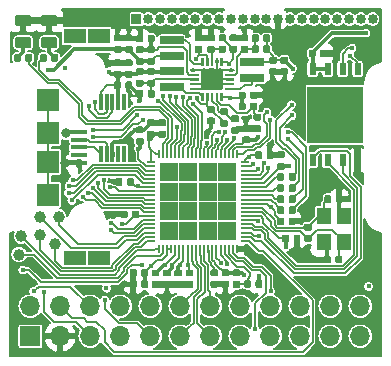
<source format=gbr>
G04 #@! TF.GenerationSoftware,KiCad,Pcbnew,5.1.2+dfsg1-1*
G04 #@! TF.CreationDate,2019-05-14T00:22:56+09:00*
G04 #@! TF.ProjectId,breadbee,62726561-6462-4656-952e-6b696361645f,rev?*
G04 #@! TF.SameCoordinates,Original*
G04 #@! TF.FileFunction,Copper,L1,Top*
G04 #@! TF.FilePolarity,Positive*
%FSLAX46Y46*%
G04 Gerber Fmt 4.6, Leading zero omitted, Abs format (unit mm)*
G04 Created by KiCad (PCBNEW 5.1.2+dfsg1-1) date 2019-05-14 00:22:56*
%MOMM*%
%LPD*%
G04 APERTURE LIST*
%ADD10R,1.700000X1.700000*%
%ADD11O,1.700000X1.700000*%
%ADD12R,1.950000X1.250000*%
%ADD13R,1.200000X1.400000*%
%ADD14C,0.150000*%
%ADD15C,0.590000*%
%ADD16C,0.200000*%
%ADD17C,0.500000*%
%ADD18C,1.850000*%
%ADD19O,0.180000X0.750000*%
%ADD20O,0.160000X0.750000*%
%ADD21O,0.750000X0.150000*%
%ADD22O,0.750000X0.180000*%
%ADD23R,1.650000X1.650000*%
%ADD24C,0.825000*%
%ADD25R,1.900000X1.900000*%
%ADD26R,1.400000X0.400000*%
%ADD27R,0.570000X1.050000*%
%ADD28R,4.700000X4.800000*%
%ADD29R,0.850000X0.850000*%
%ADD30O,0.850000X0.850000*%
%ADD31C,1.000000*%
%ADD32C,0.975000*%
%ADD33R,2.000000X0.650000*%
%ADD34R,0.300000X1.400000*%
%ADD35C,0.452400*%
%ADD36C,0.800000*%
%ADD37C,0.154500*%
%ADD38C,0.309000*%
%ADD39C,0.127000*%
%ADD40C,0.154000*%
G04 APERTURE END LIST*
D10*
X129000000Y-103000000D03*
D11*
X129000000Y-100460000D03*
X131540000Y-103000000D03*
X131540000Y-100460000D03*
X134080000Y-103000000D03*
X134080000Y-100460000D03*
X136620000Y-103000000D03*
X136620000Y-100460000D03*
X139160000Y-103000000D03*
X139160000Y-100460000D03*
X141700000Y-103000000D03*
X141700000Y-100460000D03*
X144240000Y-103000000D03*
X144240000Y-100460000D03*
X146780000Y-103000000D03*
X146780000Y-100460000D03*
X149320000Y-103000000D03*
X149320000Y-100460000D03*
X151860000Y-103000000D03*
X151860000Y-100460000D03*
X154400000Y-103000000D03*
X154400000Y-100460000D03*
X156940000Y-103000000D03*
X156940000Y-100460000D03*
D12*
X134780000Y-96380000D03*
X132820000Y-96380000D03*
X132820000Y-77600000D03*
X134780000Y-77600000D03*
D13*
X155530000Y-95040000D03*
X155530000Y-92840000D03*
X153830000Y-92840000D03*
X153830000Y-95040000D03*
D14*
G36*
X144766958Y-98300710D02*
G01*
X144781276Y-98302834D01*
X144795317Y-98306351D01*
X144808946Y-98311228D01*
X144822031Y-98317417D01*
X144834447Y-98324858D01*
X144846073Y-98333481D01*
X144856798Y-98343202D01*
X144866519Y-98353927D01*
X144875142Y-98365553D01*
X144882583Y-98377969D01*
X144888772Y-98391054D01*
X144893649Y-98404683D01*
X144897166Y-98418724D01*
X144899290Y-98433042D01*
X144900000Y-98447500D01*
X144900000Y-98742500D01*
X144899290Y-98756958D01*
X144897166Y-98771276D01*
X144893649Y-98785317D01*
X144888772Y-98798946D01*
X144882583Y-98812031D01*
X144875142Y-98824447D01*
X144866519Y-98836073D01*
X144856798Y-98846798D01*
X144846073Y-98856519D01*
X144834447Y-98865142D01*
X144822031Y-98872583D01*
X144808946Y-98878772D01*
X144795317Y-98883649D01*
X144781276Y-98887166D01*
X144766958Y-98889290D01*
X144752500Y-98890000D01*
X144407500Y-98890000D01*
X144393042Y-98889290D01*
X144378724Y-98887166D01*
X144364683Y-98883649D01*
X144351054Y-98878772D01*
X144337969Y-98872583D01*
X144325553Y-98865142D01*
X144313927Y-98856519D01*
X144303202Y-98846798D01*
X144293481Y-98836073D01*
X144284858Y-98824447D01*
X144277417Y-98812031D01*
X144271228Y-98798946D01*
X144266351Y-98785317D01*
X144262834Y-98771276D01*
X144260710Y-98756958D01*
X144260000Y-98742500D01*
X144260000Y-98447500D01*
X144260710Y-98433042D01*
X144262834Y-98418724D01*
X144266351Y-98404683D01*
X144271228Y-98391054D01*
X144277417Y-98377969D01*
X144284858Y-98365553D01*
X144293481Y-98353927D01*
X144303202Y-98343202D01*
X144313927Y-98333481D01*
X144325553Y-98324858D01*
X144337969Y-98317417D01*
X144351054Y-98311228D01*
X144364683Y-98306351D01*
X144378724Y-98302834D01*
X144393042Y-98300710D01*
X144407500Y-98300000D01*
X144752500Y-98300000D01*
X144766958Y-98300710D01*
X144766958Y-98300710D01*
G37*
D15*
X144580000Y-98595000D03*
D14*
G36*
X144766958Y-97330710D02*
G01*
X144781276Y-97332834D01*
X144795317Y-97336351D01*
X144808946Y-97341228D01*
X144822031Y-97347417D01*
X144834447Y-97354858D01*
X144846073Y-97363481D01*
X144856798Y-97373202D01*
X144866519Y-97383927D01*
X144875142Y-97395553D01*
X144882583Y-97407969D01*
X144888772Y-97421054D01*
X144893649Y-97434683D01*
X144897166Y-97448724D01*
X144899290Y-97463042D01*
X144900000Y-97477500D01*
X144900000Y-97772500D01*
X144899290Y-97786958D01*
X144897166Y-97801276D01*
X144893649Y-97815317D01*
X144888772Y-97828946D01*
X144882583Y-97842031D01*
X144875142Y-97854447D01*
X144866519Y-97866073D01*
X144856798Y-97876798D01*
X144846073Y-97886519D01*
X144834447Y-97895142D01*
X144822031Y-97902583D01*
X144808946Y-97908772D01*
X144795317Y-97913649D01*
X144781276Y-97917166D01*
X144766958Y-97919290D01*
X144752500Y-97920000D01*
X144407500Y-97920000D01*
X144393042Y-97919290D01*
X144378724Y-97917166D01*
X144364683Y-97913649D01*
X144351054Y-97908772D01*
X144337969Y-97902583D01*
X144325553Y-97895142D01*
X144313927Y-97886519D01*
X144303202Y-97876798D01*
X144293481Y-97866073D01*
X144284858Y-97854447D01*
X144277417Y-97842031D01*
X144271228Y-97828946D01*
X144266351Y-97815317D01*
X144262834Y-97801276D01*
X144260710Y-97786958D01*
X144260000Y-97772500D01*
X144260000Y-97477500D01*
X144260710Y-97463042D01*
X144262834Y-97448724D01*
X144266351Y-97434683D01*
X144271228Y-97421054D01*
X144277417Y-97407969D01*
X144284858Y-97395553D01*
X144293481Y-97383927D01*
X144303202Y-97373202D01*
X144313927Y-97363481D01*
X144325553Y-97354858D01*
X144337969Y-97347417D01*
X144351054Y-97341228D01*
X144364683Y-97336351D01*
X144378724Y-97332834D01*
X144393042Y-97330710D01*
X144407500Y-97330000D01*
X144752500Y-97330000D01*
X144766958Y-97330710D01*
X144766958Y-97330710D01*
G37*
D15*
X144580000Y-97625000D03*
D14*
G36*
X148526958Y-98250710D02*
G01*
X148541276Y-98252834D01*
X148555317Y-98256351D01*
X148568946Y-98261228D01*
X148582031Y-98267417D01*
X148594447Y-98274858D01*
X148606073Y-98283481D01*
X148616798Y-98293202D01*
X148626519Y-98303927D01*
X148635142Y-98315553D01*
X148642583Y-98327969D01*
X148648772Y-98341054D01*
X148653649Y-98354683D01*
X148657166Y-98368724D01*
X148659290Y-98383042D01*
X148660000Y-98397500D01*
X148660000Y-98742500D01*
X148659290Y-98756958D01*
X148657166Y-98771276D01*
X148653649Y-98785317D01*
X148648772Y-98798946D01*
X148642583Y-98812031D01*
X148635142Y-98824447D01*
X148626519Y-98836073D01*
X148616798Y-98846798D01*
X148606073Y-98856519D01*
X148594447Y-98865142D01*
X148582031Y-98872583D01*
X148568946Y-98878772D01*
X148555317Y-98883649D01*
X148541276Y-98887166D01*
X148526958Y-98889290D01*
X148512500Y-98890000D01*
X148217500Y-98890000D01*
X148203042Y-98889290D01*
X148188724Y-98887166D01*
X148174683Y-98883649D01*
X148161054Y-98878772D01*
X148147969Y-98872583D01*
X148135553Y-98865142D01*
X148123927Y-98856519D01*
X148113202Y-98846798D01*
X148103481Y-98836073D01*
X148094858Y-98824447D01*
X148087417Y-98812031D01*
X148081228Y-98798946D01*
X148076351Y-98785317D01*
X148072834Y-98771276D01*
X148070710Y-98756958D01*
X148070000Y-98742500D01*
X148070000Y-98397500D01*
X148070710Y-98383042D01*
X148072834Y-98368724D01*
X148076351Y-98354683D01*
X148081228Y-98341054D01*
X148087417Y-98327969D01*
X148094858Y-98315553D01*
X148103481Y-98303927D01*
X148113202Y-98293202D01*
X148123927Y-98283481D01*
X148135553Y-98274858D01*
X148147969Y-98267417D01*
X148161054Y-98261228D01*
X148174683Y-98256351D01*
X148188724Y-98252834D01*
X148203042Y-98250710D01*
X148217500Y-98250000D01*
X148512500Y-98250000D01*
X148526958Y-98250710D01*
X148526958Y-98250710D01*
G37*
D15*
X148365000Y-98570000D03*
D14*
G36*
X147556958Y-98250710D02*
G01*
X147571276Y-98252834D01*
X147585317Y-98256351D01*
X147598946Y-98261228D01*
X147612031Y-98267417D01*
X147624447Y-98274858D01*
X147636073Y-98283481D01*
X147646798Y-98293202D01*
X147656519Y-98303927D01*
X147665142Y-98315553D01*
X147672583Y-98327969D01*
X147678772Y-98341054D01*
X147683649Y-98354683D01*
X147687166Y-98368724D01*
X147689290Y-98383042D01*
X147690000Y-98397500D01*
X147690000Y-98742500D01*
X147689290Y-98756958D01*
X147687166Y-98771276D01*
X147683649Y-98785317D01*
X147678772Y-98798946D01*
X147672583Y-98812031D01*
X147665142Y-98824447D01*
X147656519Y-98836073D01*
X147646798Y-98846798D01*
X147636073Y-98856519D01*
X147624447Y-98865142D01*
X147612031Y-98872583D01*
X147598946Y-98878772D01*
X147585317Y-98883649D01*
X147571276Y-98887166D01*
X147556958Y-98889290D01*
X147542500Y-98890000D01*
X147247500Y-98890000D01*
X147233042Y-98889290D01*
X147218724Y-98887166D01*
X147204683Y-98883649D01*
X147191054Y-98878772D01*
X147177969Y-98872583D01*
X147165553Y-98865142D01*
X147153927Y-98856519D01*
X147143202Y-98846798D01*
X147133481Y-98836073D01*
X147124858Y-98824447D01*
X147117417Y-98812031D01*
X147111228Y-98798946D01*
X147106351Y-98785317D01*
X147102834Y-98771276D01*
X147100710Y-98756958D01*
X147100000Y-98742500D01*
X147100000Y-98397500D01*
X147100710Y-98383042D01*
X147102834Y-98368724D01*
X147106351Y-98354683D01*
X147111228Y-98341054D01*
X147117417Y-98327969D01*
X147124858Y-98315553D01*
X147133481Y-98303927D01*
X147143202Y-98293202D01*
X147153927Y-98283481D01*
X147165553Y-98274858D01*
X147177969Y-98267417D01*
X147191054Y-98261228D01*
X147204683Y-98256351D01*
X147218724Y-98252834D01*
X147233042Y-98250710D01*
X147247500Y-98250000D01*
X147542500Y-98250000D01*
X147556958Y-98250710D01*
X147556958Y-98250710D01*
G37*
D15*
X147395000Y-98570000D03*
D14*
G36*
X146656958Y-98300710D02*
G01*
X146671276Y-98302834D01*
X146685317Y-98306351D01*
X146698946Y-98311228D01*
X146712031Y-98317417D01*
X146724447Y-98324858D01*
X146736073Y-98333481D01*
X146746798Y-98343202D01*
X146756519Y-98353927D01*
X146765142Y-98365553D01*
X146772583Y-98377969D01*
X146778772Y-98391054D01*
X146783649Y-98404683D01*
X146787166Y-98418724D01*
X146789290Y-98433042D01*
X146790000Y-98447500D01*
X146790000Y-98742500D01*
X146789290Y-98756958D01*
X146787166Y-98771276D01*
X146783649Y-98785317D01*
X146778772Y-98798946D01*
X146772583Y-98812031D01*
X146765142Y-98824447D01*
X146756519Y-98836073D01*
X146746798Y-98846798D01*
X146736073Y-98856519D01*
X146724447Y-98865142D01*
X146712031Y-98872583D01*
X146698946Y-98878772D01*
X146685317Y-98883649D01*
X146671276Y-98887166D01*
X146656958Y-98889290D01*
X146642500Y-98890000D01*
X146297500Y-98890000D01*
X146283042Y-98889290D01*
X146268724Y-98887166D01*
X146254683Y-98883649D01*
X146241054Y-98878772D01*
X146227969Y-98872583D01*
X146215553Y-98865142D01*
X146203927Y-98856519D01*
X146193202Y-98846798D01*
X146183481Y-98836073D01*
X146174858Y-98824447D01*
X146167417Y-98812031D01*
X146161228Y-98798946D01*
X146156351Y-98785317D01*
X146152834Y-98771276D01*
X146150710Y-98756958D01*
X146150000Y-98742500D01*
X146150000Y-98447500D01*
X146150710Y-98433042D01*
X146152834Y-98418724D01*
X146156351Y-98404683D01*
X146161228Y-98391054D01*
X146167417Y-98377969D01*
X146174858Y-98365553D01*
X146183481Y-98353927D01*
X146193202Y-98343202D01*
X146203927Y-98333481D01*
X146215553Y-98324858D01*
X146227969Y-98317417D01*
X146241054Y-98311228D01*
X146254683Y-98306351D01*
X146268724Y-98302834D01*
X146283042Y-98300710D01*
X146297500Y-98300000D01*
X146642500Y-98300000D01*
X146656958Y-98300710D01*
X146656958Y-98300710D01*
G37*
D15*
X146470000Y-98595000D03*
D14*
G36*
X146656958Y-97330710D02*
G01*
X146671276Y-97332834D01*
X146685317Y-97336351D01*
X146698946Y-97341228D01*
X146712031Y-97347417D01*
X146724447Y-97354858D01*
X146736073Y-97363481D01*
X146746798Y-97373202D01*
X146756519Y-97383927D01*
X146765142Y-97395553D01*
X146772583Y-97407969D01*
X146778772Y-97421054D01*
X146783649Y-97434683D01*
X146787166Y-97448724D01*
X146789290Y-97463042D01*
X146790000Y-97477500D01*
X146790000Y-97772500D01*
X146789290Y-97786958D01*
X146787166Y-97801276D01*
X146783649Y-97815317D01*
X146778772Y-97828946D01*
X146772583Y-97842031D01*
X146765142Y-97854447D01*
X146756519Y-97866073D01*
X146746798Y-97876798D01*
X146736073Y-97886519D01*
X146724447Y-97895142D01*
X146712031Y-97902583D01*
X146698946Y-97908772D01*
X146685317Y-97913649D01*
X146671276Y-97917166D01*
X146656958Y-97919290D01*
X146642500Y-97920000D01*
X146297500Y-97920000D01*
X146283042Y-97919290D01*
X146268724Y-97917166D01*
X146254683Y-97913649D01*
X146241054Y-97908772D01*
X146227969Y-97902583D01*
X146215553Y-97895142D01*
X146203927Y-97886519D01*
X146193202Y-97876798D01*
X146183481Y-97866073D01*
X146174858Y-97854447D01*
X146167417Y-97842031D01*
X146161228Y-97828946D01*
X146156351Y-97815317D01*
X146152834Y-97801276D01*
X146150710Y-97786958D01*
X146150000Y-97772500D01*
X146150000Y-97477500D01*
X146150710Y-97463042D01*
X146152834Y-97448724D01*
X146156351Y-97434683D01*
X146161228Y-97421054D01*
X146167417Y-97407969D01*
X146174858Y-97395553D01*
X146183481Y-97383927D01*
X146193202Y-97373202D01*
X146203927Y-97363481D01*
X146215553Y-97354858D01*
X146227969Y-97347417D01*
X146241054Y-97341228D01*
X146254683Y-97336351D01*
X146268724Y-97332834D01*
X146283042Y-97330710D01*
X146297500Y-97330000D01*
X146642500Y-97330000D01*
X146656958Y-97330710D01*
X146656958Y-97330710D01*
G37*
D15*
X146470000Y-97625000D03*
D14*
G36*
X143654901Y-79400241D02*
G01*
X143659755Y-79400961D01*
X143664514Y-79402153D01*
X143669134Y-79403806D01*
X143673570Y-79405904D01*
X143677779Y-79408427D01*
X143681720Y-79411349D01*
X143685355Y-79414645D01*
X143688651Y-79418280D01*
X143691573Y-79422221D01*
X143694096Y-79426430D01*
X143696194Y-79430866D01*
X143697847Y-79435486D01*
X143699039Y-79440245D01*
X143699759Y-79445099D01*
X143700000Y-79450000D01*
X143700000Y-80075000D01*
X143699759Y-80079901D01*
X143699039Y-80084755D01*
X143697847Y-80089514D01*
X143696194Y-80094134D01*
X143694096Y-80098570D01*
X143691573Y-80102779D01*
X143688651Y-80106720D01*
X143685355Y-80110355D01*
X143681720Y-80113651D01*
X143677779Y-80116573D01*
X143673570Y-80119096D01*
X143669134Y-80121194D01*
X143664514Y-80122847D01*
X143659755Y-80124039D01*
X143654901Y-80124759D01*
X143650000Y-80125000D01*
X143550000Y-80125000D01*
X143545099Y-80124759D01*
X143540245Y-80124039D01*
X143535486Y-80122847D01*
X143530866Y-80121194D01*
X143526430Y-80119096D01*
X143522221Y-80116573D01*
X143518280Y-80113651D01*
X143514645Y-80110355D01*
X143511349Y-80106720D01*
X143508427Y-80102779D01*
X143505904Y-80098570D01*
X143503806Y-80094134D01*
X143502153Y-80089514D01*
X143500961Y-80084755D01*
X143500241Y-80079901D01*
X143500000Y-80075000D01*
X143500000Y-79450000D01*
X143500241Y-79445099D01*
X143500961Y-79440245D01*
X143502153Y-79435486D01*
X143503806Y-79430866D01*
X143505904Y-79426430D01*
X143508427Y-79422221D01*
X143511349Y-79418280D01*
X143514645Y-79414645D01*
X143518280Y-79411349D01*
X143522221Y-79408427D01*
X143526430Y-79405904D01*
X143530866Y-79403806D01*
X143535486Y-79402153D01*
X143540245Y-79400961D01*
X143545099Y-79400241D01*
X143550000Y-79400000D01*
X143650000Y-79400000D01*
X143654901Y-79400241D01*
X143654901Y-79400241D01*
G37*
D16*
X143600000Y-79762500D03*
D14*
G36*
X144054901Y-79400241D02*
G01*
X144059755Y-79400961D01*
X144064514Y-79402153D01*
X144069134Y-79403806D01*
X144073570Y-79405904D01*
X144077779Y-79408427D01*
X144081720Y-79411349D01*
X144085355Y-79414645D01*
X144088651Y-79418280D01*
X144091573Y-79422221D01*
X144094096Y-79426430D01*
X144096194Y-79430866D01*
X144097847Y-79435486D01*
X144099039Y-79440245D01*
X144099759Y-79445099D01*
X144100000Y-79450000D01*
X144100000Y-80075000D01*
X144099759Y-80079901D01*
X144099039Y-80084755D01*
X144097847Y-80089514D01*
X144096194Y-80094134D01*
X144094096Y-80098570D01*
X144091573Y-80102779D01*
X144088651Y-80106720D01*
X144085355Y-80110355D01*
X144081720Y-80113651D01*
X144077779Y-80116573D01*
X144073570Y-80119096D01*
X144069134Y-80121194D01*
X144064514Y-80122847D01*
X144059755Y-80124039D01*
X144054901Y-80124759D01*
X144050000Y-80125000D01*
X143950000Y-80125000D01*
X143945099Y-80124759D01*
X143940245Y-80124039D01*
X143935486Y-80122847D01*
X143930866Y-80121194D01*
X143926430Y-80119096D01*
X143922221Y-80116573D01*
X143918280Y-80113651D01*
X143914645Y-80110355D01*
X143911349Y-80106720D01*
X143908427Y-80102779D01*
X143905904Y-80098570D01*
X143903806Y-80094134D01*
X143902153Y-80089514D01*
X143900961Y-80084755D01*
X143900241Y-80079901D01*
X143900000Y-80075000D01*
X143900000Y-79450000D01*
X143900241Y-79445099D01*
X143900961Y-79440245D01*
X143902153Y-79435486D01*
X143903806Y-79430866D01*
X143905904Y-79426430D01*
X143908427Y-79422221D01*
X143911349Y-79418280D01*
X143914645Y-79414645D01*
X143918280Y-79411349D01*
X143922221Y-79408427D01*
X143926430Y-79405904D01*
X143930866Y-79403806D01*
X143935486Y-79402153D01*
X143940245Y-79400961D01*
X143945099Y-79400241D01*
X143950000Y-79400000D01*
X144050000Y-79400000D01*
X144054901Y-79400241D01*
X144054901Y-79400241D01*
G37*
D16*
X144000000Y-79762500D03*
D14*
G36*
X144454901Y-79400241D02*
G01*
X144459755Y-79400961D01*
X144464514Y-79402153D01*
X144469134Y-79403806D01*
X144473570Y-79405904D01*
X144477779Y-79408427D01*
X144481720Y-79411349D01*
X144485355Y-79414645D01*
X144488651Y-79418280D01*
X144491573Y-79422221D01*
X144494096Y-79426430D01*
X144496194Y-79430866D01*
X144497847Y-79435486D01*
X144499039Y-79440245D01*
X144499759Y-79445099D01*
X144500000Y-79450000D01*
X144500000Y-80075000D01*
X144499759Y-80079901D01*
X144499039Y-80084755D01*
X144497847Y-80089514D01*
X144496194Y-80094134D01*
X144494096Y-80098570D01*
X144491573Y-80102779D01*
X144488651Y-80106720D01*
X144485355Y-80110355D01*
X144481720Y-80113651D01*
X144477779Y-80116573D01*
X144473570Y-80119096D01*
X144469134Y-80121194D01*
X144464514Y-80122847D01*
X144459755Y-80124039D01*
X144454901Y-80124759D01*
X144450000Y-80125000D01*
X144350000Y-80125000D01*
X144345099Y-80124759D01*
X144340245Y-80124039D01*
X144335486Y-80122847D01*
X144330866Y-80121194D01*
X144326430Y-80119096D01*
X144322221Y-80116573D01*
X144318280Y-80113651D01*
X144314645Y-80110355D01*
X144311349Y-80106720D01*
X144308427Y-80102779D01*
X144305904Y-80098570D01*
X144303806Y-80094134D01*
X144302153Y-80089514D01*
X144300961Y-80084755D01*
X144300241Y-80079901D01*
X144300000Y-80075000D01*
X144300000Y-79450000D01*
X144300241Y-79445099D01*
X144300961Y-79440245D01*
X144302153Y-79435486D01*
X144303806Y-79430866D01*
X144305904Y-79426430D01*
X144308427Y-79422221D01*
X144311349Y-79418280D01*
X144314645Y-79414645D01*
X144318280Y-79411349D01*
X144322221Y-79408427D01*
X144326430Y-79405904D01*
X144330866Y-79403806D01*
X144335486Y-79402153D01*
X144340245Y-79400961D01*
X144345099Y-79400241D01*
X144350000Y-79400000D01*
X144450000Y-79400000D01*
X144454901Y-79400241D01*
X144454901Y-79400241D01*
G37*
D16*
X144400000Y-79762500D03*
D14*
G36*
X144854901Y-79400241D02*
G01*
X144859755Y-79400961D01*
X144864514Y-79402153D01*
X144869134Y-79403806D01*
X144873570Y-79405904D01*
X144877779Y-79408427D01*
X144881720Y-79411349D01*
X144885355Y-79414645D01*
X144888651Y-79418280D01*
X144891573Y-79422221D01*
X144894096Y-79426430D01*
X144896194Y-79430866D01*
X144897847Y-79435486D01*
X144899039Y-79440245D01*
X144899759Y-79445099D01*
X144900000Y-79450000D01*
X144900000Y-80075000D01*
X144899759Y-80079901D01*
X144899039Y-80084755D01*
X144897847Y-80089514D01*
X144896194Y-80094134D01*
X144894096Y-80098570D01*
X144891573Y-80102779D01*
X144888651Y-80106720D01*
X144885355Y-80110355D01*
X144881720Y-80113651D01*
X144877779Y-80116573D01*
X144873570Y-80119096D01*
X144869134Y-80121194D01*
X144864514Y-80122847D01*
X144859755Y-80124039D01*
X144854901Y-80124759D01*
X144850000Y-80125000D01*
X144750000Y-80125000D01*
X144745099Y-80124759D01*
X144740245Y-80124039D01*
X144735486Y-80122847D01*
X144730866Y-80121194D01*
X144726430Y-80119096D01*
X144722221Y-80116573D01*
X144718280Y-80113651D01*
X144714645Y-80110355D01*
X144711349Y-80106720D01*
X144708427Y-80102779D01*
X144705904Y-80098570D01*
X144703806Y-80094134D01*
X144702153Y-80089514D01*
X144700961Y-80084755D01*
X144700241Y-80079901D01*
X144700000Y-80075000D01*
X144700000Y-79450000D01*
X144700241Y-79445099D01*
X144700961Y-79440245D01*
X144702153Y-79435486D01*
X144703806Y-79430866D01*
X144705904Y-79426430D01*
X144708427Y-79422221D01*
X144711349Y-79418280D01*
X144714645Y-79414645D01*
X144718280Y-79411349D01*
X144722221Y-79408427D01*
X144726430Y-79405904D01*
X144730866Y-79403806D01*
X144735486Y-79402153D01*
X144740245Y-79400961D01*
X144745099Y-79400241D01*
X144750000Y-79400000D01*
X144850000Y-79400000D01*
X144854901Y-79400241D01*
X144854901Y-79400241D01*
G37*
D16*
X144800000Y-79762500D03*
D14*
G36*
X145254901Y-79400241D02*
G01*
X145259755Y-79400961D01*
X145264514Y-79402153D01*
X145269134Y-79403806D01*
X145273570Y-79405904D01*
X145277779Y-79408427D01*
X145281720Y-79411349D01*
X145285355Y-79414645D01*
X145288651Y-79418280D01*
X145291573Y-79422221D01*
X145294096Y-79426430D01*
X145296194Y-79430866D01*
X145297847Y-79435486D01*
X145299039Y-79440245D01*
X145299759Y-79445099D01*
X145300000Y-79450000D01*
X145300000Y-80075000D01*
X145299759Y-80079901D01*
X145299039Y-80084755D01*
X145297847Y-80089514D01*
X145296194Y-80094134D01*
X145294096Y-80098570D01*
X145291573Y-80102779D01*
X145288651Y-80106720D01*
X145285355Y-80110355D01*
X145281720Y-80113651D01*
X145277779Y-80116573D01*
X145273570Y-80119096D01*
X145269134Y-80121194D01*
X145264514Y-80122847D01*
X145259755Y-80124039D01*
X145254901Y-80124759D01*
X145250000Y-80125000D01*
X145150000Y-80125000D01*
X145145099Y-80124759D01*
X145140245Y-80124039D01*
X145135486Y-80122847D01*
X145130866Y-80121194D01*
X145126430Y-80119096D01*
X145122221Y-80116573D01*
X145118280Y-80113651D01*
X145114645Y-80110355D01*
X145111349Y-80106720D01*
X145108427Y-80102779D01*
X145105904Y-80098570D01*
X145103806Y-80094134D01*
X145102153Y-80089514D01*
X145100961Y-80084755D01*
X145100241Y-80079901D01*
X145100000Y-80075000D01*
X145100000Y-79450000D01*
X145100241Y-79445099D01*
X145100961Y-79440245D01*
X145102153Y-79435486D01*
X145103806Y-79430866D01*
X145105904Y-79426430D01*
X145108427Y-79422221D01*
X145111349Y-79418280D01*
X145114645Y-79414645D01*
X145118280Y-79411349D01*
X145122221Y-79408427D01*
X145126430Y-79405904D01*
X145130866Y-79403806D01*
X145135486Y-79402153D01*
X145140245Y-79400961D01*
X145145099Y-79400241D01*
X145150000Y-79400000D01*
X145250000Y-79400000D01*
X145254901Y-79400241D01*
X145254901Y-79400241D01*
G37*
D16*
X145200000Y-79762500D03*
D14*
G36*
X146204901Y-80350241D02*
G01*
X146209755Y-80350961D01*
X146214514Y-80352153D01*
X146219134Y-80353806D01*
X146223570Y-80355904D01*
X146227779Y-80358427D01*
X146231720Y-80361349D01*
X146235355Y-80364645D01*
X146238651Y-80368280D01*
X146241573Y-80372221D01*
X146244096Y-80376430D01*
X146246194Y-80380866D01*
X146247847Y-80385486D01*
X146249039Y-80390245D01*
X146249759Y-80395099D01*
X146250000Y-80400000D01*
X146250000Y-80500000D01*
X146249759Y-80504901D01*
X146249039Y-80509755D01*
X146247847Y-80514514D01*
X146246194Y-80519134D01*
X146244096Y-80523570D01*
X146241573Y-80527779D01*
X146238651Y-80531720D01*
X146235355Y-80535355D01*
X146231720Y-80538651D01*
X146227779Y-80541573D01*
X146223570Y-80544096D01*
X146219134Y-80546194D01*
X146214514Y-80547847D01*
X146209755Y-80549039D01*
X146204901Y-80549759D01*
X146200000Y-80550000D01*
X145575000Y-80550000D01*
X145570099Y-80549759D01*
X145565245Y-80549039D01*
X145560486Y-80547847D01*
X145555866Y-80546194D01*
X145551430Y-80544096D01*
X145547221Y-80541573D01*
X145543280Y-80538651D01*
X145539645Y-80535355D01*
X145536349Y-80531720D01*
X145533427Y-80527779D01*
X145530904Y-80523570D01*
X145528806Y-80519134D01*
X145527153Y-80514514D01*
X145525961Y-80509755D01*
X145525241Y-80504901D01*
X145525000Y-80500000D01*
X145525000Y-80400000D01*
X145525241Y-80395099D01*
X145525961Y-80390245D01*
X145527153Y-80385486D01*
X145528806Y-80380866D01*
X145530904Y-80376430D01*
X145533427Y-80372221D01*
X145536349Y-80368280D01*
X145539645Y-80364645D01*
X145543280Y-80361349D01*
X145547221Y-80358427D01*
X145551430Y-80355904D01*
X145555866Y-80353806D01*
X145560486Y-80352153D01*
X145565245Y-80350961D01*
X145570099Y-80350241D01*
X145575000Y-80350000D01*
X146200000Y-80350000D01*
X146204901Y-80350241D01*
X146204901Y-80350241D01*
G37*
D16*
X145887500Y-80450000D03*
D14*
G36*
X146204901Y-80750241D02*
G01*
X146209755Y-80750961D01*
X146214514Y-80752153D01*
X146219134Y-80753806D01*
X146223570Y-80755904D01*
X146227779Y-80758427D01*
X146231720Y-80761349D01*
X146235355Y-80764645D01*
X146238651Y-80768280D01*
X146241573Y-80772221D01*
X146244096Y-80776430D01*
X146246194Y-80780866D01*
X146247847Y-80785486D01*
X146249039Y-80790245D01*
X146249759Y-80795099D01*
X146250000Y-80800000D01*
X146250000Y-80900000D01*
X146249759Y-80904901D01*
X146249039Y-80909755D01*
X146247847Y-80914514D01*
X146246194Y-80919134D01*
X146244096Y-80923570D01*
X146241573Y-80927779D01*
X146238651Y-80931720D01*
X146235355Y-80935355D01*
X146231720Y-80938651D01*
X146227779Y-80941573D01*
X146223570Y-80944096D01*
X146219134Y-80946194D01*
X146214514Y-80947847D01*
X146209755Y-80949039D01*
X146204901Y-80949759D01*
X146200000Y-80950000D01*
X145575000Y-80950000D01*
X145570099Y-80949759D01*
X145565245Y-80949039D01*
X145560486Y-80947847D01*
X145555866Y-80946194D01*
X145551430Y-80944096D01*
X145547221Y-80941573D01*
X145543280Y-80938651D01*
X145539645Y-80935355D01*
X145536349Y-80931720D01*
X145533427Y-80927779D01*
X145530904Y-80923570D01*
X145528806Y-80919134D01*
X145527153Y-80914514D01*
X145525961Y-80909755D01*
X145525241Y-80904901D01*
X145525000Y-80900000D01*
X145525000Y-80800000D01*
X145525241Y-80795099D01*
X145525961Y-80790245D01*
X145527153Y-80785486D01*
X145528806Y-80780866D01*
X145530904Y-80776430D01*
X145533427Y-80772221D01*
X145536349Y-80768280D01*
X145539645Y-80764645D01*
X145543280Y-80761349D01*
X145547221Y-80758427D01*
X145551430Y-80755904D01*
X145555866Y-80753806D01*
X145560486Y-80752153D01*
X145565245Y-80750961D01*
X145570099Y-80750241D01*
X145575000Y-80750000D01*
X146200000Y-80750000D01*
X146204901Y-80750241D01*
X146204901Y-80750241D01*
G37*
D16*
X145887500Y-80850000D03*
D14*
G36*
X146204901Y-81150241D02*
G01*
X146209755Y-81150961D01*
X146214514Y-81152153D01*
X146219134Y-81153806D01*
X146223570Y-81155904D01*
X146227779Y-81158427D01*
X146231720Y-81161349D01*
X146235355Y-81164645D01*
X146238651Y-81168280D01*
X146241573Y-81172221D01*
X146244096Y-81176430D01*
X146246194Y-81180866D01*
X146247847Y-81185486D01*
X146249039Y-81190245D01*
X146249759Y-81195099D01*
X146250000Y-81200000D01*
X146250000Y-81300000D01*
X146249759Y-81304901D01*
X146249039Y-81309755D01*
X146247847Y-81314514D01*
X146246194Y-81319134D01*
X146244096Y-81323570D01*
X146241573Y-81327779D01*
X146238651Y-81331720D01*
X146235355Y-81335355D01*
X146231720Y-81338651D01*
X146227779Y-81341573D01*
X146223570Y-81344096D01*
X146219134Y-81346194D01*
X146214514Y-81347847D01*
X146209755Y-81349039D01*
X146204901Y-81349759D01*
X146200000Y-81350000D01*
X145575000Y-81350000D01*
X145570099Y-81349759D01*
X145565245Y-81349039D01*
X145560486Y-81347847D01*
X145555866Y-81346194D01*
X145551430Y-81344096D01*
X145547221Y-81341573D01*
X145543280Y-81338651D01*
X145539645Y-81335355D01*
X145536349Y-81331720D01*
X145533427Y-81327779D01*
X145530904Y-81323570D01*
X145528806Y-81319134D01*
X145527153Y-81314514D01*
X145525961Y-81309755D01*
X145525241Y-81304901D01*
X145525000Y-81300000D01*
X145525000Y-81200000D01*
X145525241Y-81195099D01*
X145525961Y-81190245D01*
X145527153Y-81185486D01*
X145528806Y-81180866D01*
X145530904Y-81176430D01*
X145533427Y-81172221D01*
X145536349Y-81168280D01*
X145539645Y-81164645D01*
X145543280Y-81161349D01*
X145547221Y-81158427D01*
X145551430Y-81155904D01*
X145555866Y-81153806D01*
X145560486Y-81152153D01*
X145565245Y-81150961D01*
X145570099Y-81150241D01*
X145575000Y-81150000D01*
X146200000Y-81150000D01*
X146204901Y-81150241D01*
X146204901Y-81150241D01*
G37*
D16*
X145887500Y-81250000D03*
D14*
G36*
X146204901Y-81550241D02*
G01*
X146209755Y-81550961D01*
X146214514Y-81552153D01*
X146219134Y-81553806D01*
X146223570Y-81555904D01*
X146227779Y-81558427D01*
X146231720Y-81561349D01*
X146235355Y-81564645D01*
X146238651Y-81568280D01*
X146241573Y-81572221D01*
X146244096Y-81576430D01*
X146246194Y-81580866D01*
X146247847Y-81585486D01*
X146249039Y-81590245D01*
X146249759Y-81595099D01*
X146250000Y-81600000D01*
X146250000Y-81700000D01*
X146249759Y-81704901D01*
X146249039Y-81709755D01*
X146247847Y-81714514D01*
X146246194Y-81719134D01*
X146244096Y-81723570D01*
X146241573Y-81727779D01*
X146238651Y-81731720D01*
X146235355Y-81735355D01*
X146231720Y-81738651D01*
X146227779Y-81741573D01*
X146223570Y-81744096D01*
X146219134Y-81746194D01*
X146214514Y-81747847D01*
X146209755Y-81749039D01*
X146204901Y-81749759D01*
X146200000Y-81750000D01*
X145575000Y-81750000D01*
X145570099Y-81749759D01*
X145565245Y-81749039D01*
X145560486Y-81747847D01*
X145555866Y-81746194D01*
X145551430Y-81744096D01*
X145547221Y-81741573D01*
X145543280Y-81738651D01*
X145539645Y-81735355D01*
X145536349Y-81731720D01*
X145533427Y-81727779D01*
X145530904Y-81723570D01*
X145528806Y-81719134D01*
X145527153Y-81714514D01*
X145525961Y-81709755D01*
X145525241Y-81704901D01*
X145525000Y-81700000D01*
X145525000Y-81600000D01*
X145525241Y-81595099D01*
X145525961Y-81590245D01*
X145527153Y-81585486D01*
X145528806Y-81580866D01*
X145530904Y-81576430D01*
X145533427Y-81572221D01*
X145536349Y-81568280D01*
X145539645Y-81564645D01*
X145543280Y-81561349D01*
X145547221Y-81558427D01*
X145551430Y-81555904D01*
X145555866Y-81553806D01*
X145560486Y-81552153D01*
X145565245Y-81550961D01*
X145570099Y-81550241D01*
X145575000Y-81550000D01*
X146200000Y-81550000D01*
X146204901Y-81550241D01*
X146204901Y-81550241D01*
G37*
D16*
X145887500Y-81650000D03*
D14*
G36*
X146204901Y-81950241D02*
G01*
X146209755Y-81950961D01*
X146214514Y-81952153D01*
X146219134Y-81953806D01*
X146223570Y-81955904D01*
X146227779Y-81958427D01*
X146231720Y-81961349D01*
X146235355Y-81964645D01*
X146238651Y-81968280D01*
X146241573Y-81972221D01*
X146244096Y-81976430D01*
X146246194Y-81980866D01*
X146247847Y-81985486D01*
X146249039Y-81990245D01*
X146249759Y-81995099D01*
X146250000Y-82000000D01*
X146250000Y-82100000D01*
X146249759Y-82104901D01*
X146249039Y-82109755D01*
X146247847Y-82114514D01*
X146246194Y-82119134D01*
X146244096Y-82123570D01*
X146241573Y-82127779D01*
X146238651Y-82131720D01*
X146235355Y-82135355D01*
X146231720Y-82138651D01*
X146227779Y-82141573D01*
X146223570Y-82144096D01*
X146219134Y-82146194D01*
X146214514Y-82147847D01*
X146209755Y-82149039D01*
X146204901Y-82149759D01*
X146200000Y-82150000D01*
X145575000Y-82150000D01*
X145570099Y-82149759D01*
X145565245Y-82149039D01*
X145560486Y-82147847D01*
X145555866Y-82146194D01*
X145551430Y-82144096D01*
X145547221Y-82141573D01*
X145543280Y-82138651D01*
X145539645Y-82135355D01*
X145536349Y-82131720D01*
X145533427Y-82127779D01*
X145530904Y-82123570D01*
X145528806Y-82119134D01*
X145527153Y-82114514D01*
X145525961Y-82109755D01*
X145525241Y-82104901D01*
X145525000Y-82100000D01*
X145525000Y-82000000D01*
X145525241Y-81995099D01*
X145525961Y-81990245D01*
X145527153Y-81985486D01*
X145528806Y-81980866D01*
X145530904Y-81976430D01*
X145533427Y-81972221D01*
X145536349Y-81968280D01*
X145539645Y-81964645D01*
X145543280Y-81961349D01*
X145547221Y-81958427D01*
X145551430Y-81955904D01*
X145555866Y-81953806D01*
X145560486Y-81952153D01*
X145565245Y-81950961D01*
X145570099Y-81950241D01*
X145575000Y-81950000D01*
X146200000Y-81950000D01*
X146204901Y-81950241D01*
X146204901Y-81950241D01*
G37*
D16*
X145887500Y-82050000D03*
D14*
G36*
X145254901Y-82375241D02*
G01*
X145259755Y-82375961D01*
X145264514Y-82377153D01*
X145269134Y-82378806D01*
X145273570Y-82380904D01*
X145277779Y-82383427D01*
X145281720Y-82386349D01*
X145285355Y-82389645D01*
X145288651Y-82393280D01*
X145291573Y-82397221D01*
X145294096Y-82401430D01*
X145296194Y-82405866D01*
X145297847Y-82410486D01*
X145299039Y-82415245D01*
X145299759Y-82420099D01*
X145300000Y-82425000D01*
X145300000Y-83050000D01*
X145299759Y-83054901D01*
X145299039Y-83059755D01*
X145297847Y-83064514D01*
X145296194Y-83069134D01*
X145294096Y-83073570D01*
X145291573Y-83077779D01*
X145288651Y-83081720D01*
X145285355Y-83085355D01*
X145281720Y-83088651D01*
X145277779Y-83091573D01*
X145273570Y-83094096D01*
X145269134Y-83096194D01*
X145264514Y-83097847D01*
X145259755Y-83099039D01*
X145254901Y-83099759D01*
X145250000Y-83100000D01*
X145150000Y-83100000D01*
X145145099Y-83099759D01*
X145140245Y-83099039D01*
X145135486Y-83097847D01*
X145130866Y-83096194D01*
X145126430Y-83094096D01*
X145122221Y-83091573D01*
X145118280Y-83088651D01*
X145114645Y-83085355D01*
X145111349Y-83081720D01*
X145108427Y-83077779D01*
X145105904Y-83073570D01*
X145103806Y-83069134D01*
X145102153Y-83064514D01*
X145100961Y-83059755D01*
X145100241Y-83054901D01*
X145100000Y-83050000D01*
X145100000Y-82425000D01*
X145100241Y-82420099D01*
X145100961Y-82415245D01*
X145102153Y-82410486D01*
X145103806Y-82405866D01*
X145105904Y-82401430D01*
X145108427Y-82397221D01*
X145111349Y-82393280D01*
X145114645Y-82389645D01*
X145118280Y-82386349D01*
X145122221Y-82383427D01*
X145126430Y-82380904D01*
X145130866Y-82378806D01*
X145135486Y-82377153D01*
X145140245Y-82375961D01*
X145145099Y-82375241D01*
X145150000Y-82375000D01*
X145250000Y-82375000D01*
X145254901Y-82375241D01*
X145254901Y-82375241D01*
G37*
D16*
X145200000Y-82737500D03*
D14*
G36*
X144854901Y-82375241D02*
G01*
X144859755Y-82375961D01*
X144864514Y-82377153D01*
X144869134Y-82378806D01*
X144873570Y-82380904D01*
X144877779Y-82383427D01*
X144881720Y-82386349D01*
X144885355Y-82389645D01*
X144888651Y-82393280D01*
X144891573Y-82397221D01*
X144894096Y-82401430D01*
X144896194Y-82405866D01*
X144897847Y-82410486D01*
X144899039Y-82415245D01*
X144899759Y-82420099D01*
X144900000Y-82425000D01*
X144900000Y-83050000D01*
X144899759Y-83054901D01*
X144899039Y-83059755D01*
X144897847Y-83064514D01*
X144896194Y-83069134D01*
X144894096Y-83073570D01*
X144891573Y-83077779D01*
X144888651Y-83081720D01*
X144885355Y-83085355D01*
X144881720Y-83088651D01*
X144877779Y-83091573D01*
X144873570Y-83094096D01*
X144869134Y-83096194D01*
X144864514Y-83097847D01*
X144859755Y-83099039D01*
X144854901Y-83099759D01*
X144850000Y-83100000D01*
X144750000Y-83100000D01*
X144745099Y-83099759D01*
X144740245Y-83099039D01*
X144735486Y-83097847D01*
X144730866Y-83096194D01*
X144726430Y-83094096D01*
X144722221Y-83091573D01*
X144718280Y-83088651D01*
X144714645Y-83085355D01*
X144711349Y-83081720D01*
X144708427Y-83077779D01*
X144705904Y-83073570D01*
X144703806Y-83069134D01*
X144702153Y-83064514D01*
X144700961Y-83059755D01*
X144700241Y-83054901D01*
X144700000Y-83050000D01*
X144700000Y-82425000D01*
X144700241Y-82420099D01*
X144700961Y-82415245D01*
X144702153Y-82410486D01*
X144703806Y-82405866D01*
X144705904Y-82401430D01*
X144708427Y-82397221D01*
X144711349Y-82393280D01*
X144714645Y-82389645D01*
X144718280Y-82386349D01*
X144722221Y-82383427D01*
X144726430Y-82380904D01*
X144730866Y-82378806D01*
X144735486Y-82377153D01*
X144740245Y-82375961D01*
X144745099Y-82375241D01*
X144750000Y-82375000D01*
X144850000Y-82375000D01*
X144854901Y-82375241D01*
X144854901Y-82375241D01*
G37*
D16*
X144800000Y-82737500D03*
D14*
G36*
X144454901Y-82375241D02*
G01*
X144459755Y-82375961D01*
X144464514Y-82377153D01*
X144469134Y-82378806D01*
X144473570Y-82380904D01*
X144477779Y-82383427D01*
X144481720Y-82386349D01*
X144485355Y-82389645D01*
X144488651Y-82393280D01*
X144491573Y-82397221D01*
X144494096Y-82401430D01*
X144496194Y-82405866D01*
X144497847Y-82410486D01*
X144499039Y-82415245D01*
X144499759Y-82420099D01*
X144500000Y-82425000D01*
X144500000Y-83050000D01*
X144499759Y-83054901D01*
X144499039Y-83059755D01*
X144497847Y-83064514D01*
X144496194Y-83069134D01*
X144494096Y-83073570D01*
X144491573Y-83077779D01*
X144488651Y-83081720D01*
X144485355Y-83085355D01*
X144481720Y-83088651D01*
X144477779Y-83091573D01*
X144473570Y-83094096D01*
X144469134Y-83096194D01*
X144464514Y-83097847D01*
X144459755Y-83099039D01*
X144454901Y-83099759D01*
X144450000Y-83100000D01*
X144350000Y-83100000D01*
X144345099Y-83099759D01*
X144340245Y-83099039D01*
X144335486Y-83097847D01*
X144330866Y-83096194D01*
X144326430Y-83094096D01*
X144322221Y-83091573D01*
X144318280Y-83088651D01*
X144314645Y-83085355D01*
X144311349Y-83081720D01*
X144308427Y-83077779D01*
X144305904Y-83073570D01*
X144303806Y-83069134D01*
X144302153Y-83064514D01*
X144300961Y-83059755D01*
X144300241Y-83054901D01*
X144300000Y-83050000D01*
X144300000Y-82425000D01*
X144300241Y-82420099D01*
X144300961Y-82415245D01*
X144302153Y-82410486D01*
X144303806Y-82405866D01*
X144305904Y-82401430D01*
X144308427Y-82397221D01*
X144311349Y-82393280D01*
X144314645Y-82389645D01*
X144318280Y-82386349D01*
X144322221Y-82383427D01*
X144326430Y-82380904D01*
X144330866Y-82378806D01*
X144335486Y-82377153D01*
X144340245Y-82375961D01*
X144345099Y-82375241D01*
X144350000Y-82375000D01*
X144450000Y-82375000D01*
X144454901Y-82375241D01*
X144454901Y-82375241D01*
G37*
D16*
X144400000Y-82737500D03*
D14*
G36*
X144054901Y-82375241D02*
G01*
X144059755Y-82375961D01*
X144064514Y-82377153D01*
X144069134Y-82378806D01*
X144073570Y-82380904D01*
X144077779Y-82383427D01*
X144081720Y-82386349D01*
X144085355Y-82389645D01*
X144088651Y-82393280D01*
X144091573Y-82397221D01*
X144094096Y-82401430D01*
X144096194Y-82405866D01*
X144097847Y-82410486D01*
X144099039Y-82415245D01*
X144099759Y-82420099D01*
X144100000Y-82425000D01*
X144100000Y-83050000D01*
X144099759Y-83054901D01*
X144099039Y-83059755D01*
X144097847Y-83064514D01*
X144096194Y-83069134D01*
X144094096Y-83073570D01*
X144091573Y-83077779D01*
X144088651Y-83081720D01*
X144085355Y-83085355D01*
X144081720Y-83088651D01*
X144077779Y-83091573D01*
X144073570Y-83094096D01*
X144069134Y-83096194D01*
X144064514Y-83097847D01*
X144059755Y-83099039D01*
X144054901Y-83099759D01*
X144050000Y-83100000D01*
X143950000Y-83100000D01*
X143945099Y-83099759D01*
X143940245Y-83099039D01*
X143935486Y-83097847D01*
X143930866Y-83096194D01*
X143926430Y-83094096D01*
X143922221Y-83091573D01*
X143918280Y-83088651D01*
X143914645Y-83085355D01*
X143911349Y-83081720D01*
X143908427Y-83077779D01*
X143905904Y-83073570D01*
X143903806Y-83069134D01*
X143902153Y-83064514D01*
X143900961Y-83059755D01*
X143900241Y-83054901D01*
X143900000Y-83050000D01*
X143900000Y-82425000D01*
X143900241Y-82420099D01*
X143900961Y-82415245D01*
X143902153Y-82410486D01*
X143903806Y-82405866D01*
X143905904Y-82401430D01*
X143908427Y-82397221D01*
X143911349Y-82393280D01*
X143914645Y-82389645D01*
X143918280Y-82386349D01*
X143922221Y-82383427D01*
X143926430Y-82380904D01*
X143930866Y-82378806D01*
X143935486Y-82377153D01*
X143940245Y-82375961D01*
X143945099Y-82375241D01*
X143950000Y-82375000D01*
X144050000Y-82375000D01*
X144054901Y-82375241D01*
X144054901Y-82375241D01*
G37*
D16*
X144000000Y-82737500D03*
D14*
G36*
X143654901Y-82375241D02*
G01*
X143659755Y-82375961D01*
X143664514Y-82377153D01*
X143669134Y-82378806D01*
X143673570Y-82380904D01*
X143677779Y-82383427D01*
X143681720Y-82386349D01*
X143685355Y-82389645D01*
X143688651Y-82393280D01*
X143691573Y-82397221D01*
X143694096Y-82401430D01*
X143696194Y-82405866D01*
X143697847Y-82410486D01*
X143699039Y-82415245D01*
X143699759Y-82420099D01*
X143700000Y-82425000D01*
X143700000Y-83050000D01*
X143699759Y-83054901D01*
X143699039Y-83059755D01*
X143697847Y-83064514D01*
X143696194Y-83069134D01*
X143694096Y-83073570D01*
X143691573Y-83077779D01*
X143688651Y-83081720D01*
X143685355Y-83085355D01*
X143681720Y-83088651D01*
X143677779Y-83091573D01*
X143673570Y-83094096D01*
X143669134Y-83096194D01*
X143664514Y-83097847D01*
X143659755Y-83099039D01*
X143654901Y-83099759D01*
X143650000Y-83100000D01*
X143550000Y-83100000D01*
X143545099Y-83099759D01*
X143540245Y-83099039D01*
X143535486Y-83097847D01*
X143530866Y-83096194D01*
X143526430Y-83094096D01*
X143522221Y-83091573D01*
X143518280Y-83088651D01*
X143514645Y-83085355D01*
X143511349Y-83081720D01*
X143508427Y-83077779D01*
X143505904Y-83073570D01*
X143503806Y-83069134D01*
X143502153Y-83064514D01*
X143500961Y-83059755D01*
X143500241Y-83054901D01*
X143500000Y-83050000D01*
X143500000Y-82425000D01*
X143500241Y-82420099D01*
X143500961Y-82415245D01*
X143502153Y-82410486D01*
X143503806Y-82405866D01*
X143505904Y-82401430D01*
X143508427Y-82397221D01*
X143511349Y-82393280D01*
X143514645Y-82389645D01*
X143518280Y-82386349D01*
X143522221Y-82383427D01*
X143526430Y-82380904D01*
X143530866Y-82378806D01*
X143535486Y-82377153D01*
X143540245Y-82375961D01*
X143545099Y-82375241D01*
X143550000Y-82375000D01*
X143650000Y-82375000D01*
X143654901Y-82375241D01*
X143654901Y-82375241D01*
G37*
D16*
X143600000Y-82737500D03*
D14*
G36*
X143229901Y-81950241D02*
G01*
X143234755Y-81950961D01*
X143239514Y-81952153D01*
X143244134Y-81953806D01*
X143248570Y-81955904D01*
X143252779Y-81958427D01*
X143256720Y-81961349D01*
X143260355Y-81964645D01*
X143263651Y-81968280D01*
X143266573Y-81972221D01*
X143269096Y-81976430D01*
X143271194Y-81980866D01*
X143272847Y-81985486D01*
X143274039Y-81990245D01*
X143274759Y-81995099D01*
X143275000Y-82000000D01*
X143275000Y-82100000D01*
X143274759Y-82104901D01*
X143274039Y-82109755D01*
X143272847Y-82114514D01*
X143271194Y-82119134D01*
X143269096Y-82123570D01*
X143266573Y-82127779D01*
X143263651Y-82131720D01*
X143260355Y-82135355D01*
X143256720Y-82138651D01*
X143252779Y-82141573D01*
X143248570Y-82144096D01*
X143244134Y-82146194D01*
X143239514Y-82147847D01*
X143234755Y-82149039D01*
X143229901Y-82149759D01*
X143225000Y-82150000D01*
X142600000Y-82150000D01*
X142595099Y-82149759D01*
X142590245Y-82149039D01*
X142585486Y-82147847D01*
X142580866Y-82146194D01*
X142576430Y-82144096D01*
X142572221Y-82141573D01*
X142568280Y-82138651D01*
X142564645Y-82135355D01*
X142561349Y-82131720D01*
X142558427Y-82127779D01*
X142555904Y-82123570D01*
X142553806Y-82119134D01*
X142552153Y-82114514D01*
X142550961Y-82109755D01*
X142550241Y-82104901D01*
X142550000Y-82100000D01*
X142550000Y-82000000D01*
X142550241Y-81995099D01*
X142550961Y-81990245D01*
X142552153Y-81985486D01*
X142553806Y-81980866D01*
X142555904Y-81976430D01*
X142558427Y-81972221D01*
X142561349Y-81968280D01*
X142564645Y-81964645D01*
X142568280Y-81961349D01*
X142572221Y-81958427D01*
X142576430Y-81955904D01*
X142580866Y-81953806D01*
X142585486Y-81952153D01*
X142590245Y-81950961D01*
X142595099Y-81950241D01*
X142600000Y-81950000D01*
X143225000Y-81950000D01*
X143229901Y-81950241D01*
X143229901Y-81950241D01*
G37*
D16*
X142912500Y-82050000D03*
D14*
G36*
X143229901Y-81550241D02*
G01*
X143234755Y-81550961D01*
X143239514Y-81552153D01*
X143244134Y-81553806D01*
X143248570Y-81555904D01*
X143252779Y-81558427D01*
X143256720Y-81561349D01*
X143260355Y-81564645D01*
X143263651Y-81568280D01*
X143266573Y-81572221D01*
X143269096Y-81576430D01*
X143271194Y-81580866D01*
X143272847Y-81585486D01*
X143274039Y-81590245D01*
X143274759Y-81595099D01*
X143275000Y-81600000D01*
X143275000Y-81700000D01*
X143274759Y-81704901D01*
X143274039Y-81709755D01*
X143272847Y-81714514D01*
X143271194Y-81719134D01*
X143269096Y-81723570D01*
X143266573Y-81727779D01*
X143263651Y-81731720D01*
X143260355Y-81735355D01*
X143256720Y-81738651D01*
X143252779Y-81741573D01*
X143248570Y-81744096D01*
X143244134Y-81746194D01*
X143239514Y-81747847D01*
X143234755Y-81749039D01*
X143229901Y-81749759D01*
X143225000Y-81750000D01*
X142600000Y-81750000D01*
X142595099Y-81749759D01*
X142590245Y-81749039D01*
X142585486Y-81747847D01*
X142580866Y-81746194D01*
X142576430Y-81744096D01*
X142572221Y-81741573D01*
X142568280Y-81738651D01*
X142564645Y-81735355D01*
X142561349Y-81731720D01*
X142558427Y-81727779D01*
X142555904Y-81723570D01*
X142553806Y-81719134D01*
X142552153Y-81714514D01*
X142550961Y-81709755D01*
X142550241Y-81704901D01*
X142550000Y-81700000D01*
X142550000Y-81600000D01*
X142550241Y-81595099D01*
X142550961Y-81590245D01*
X142552153Y-81585486D01*
X142553806Y-81580866D01*
X142555904Y-81576430D01*
X142558427Y-81572221D01*
X142561349Y-81568280D01*
X142564645Y-81564645D01*
X142568280Y-81561349D01*
X142572221Y-81558427D01*
X142576430Y-81555904D01*
X142580866Y-81553806D01*
X142585486Y-81552153D01*
X142590245Y-81550961D01*
X142595099Y-81550241D01*
X142600000Y-81550000D01*
X143225000Y-81550000D01*
X143229901Y-81550241D01*
X143229901Y-81550241D01*
G37*
D16*
X142912500Y-81650000D03*
D14*
G36*
X143229901Y-81150241D02*
G01*
X143234755Y-81150961D01*
X143239514Y-81152153D01*
X143244134Y-81153806D01*
X143248570Y-81155904D01*
X143252779Y-81158427D01*
X143256720Y-81161349D01*
X143260355Y-81164645D01*
X143263651Y-81168280D01*
X143266573Y-81172221D01*
X143269096Y-81176430D01*
X143271194Y-81180866D01*
X143272847Y-81185486D01*
X143274039Y-81190245D01*
X143274759Y-81195099D01*
X143275000Y-81200000D01*
X143275000Y-81300000D01*
X143274759Y-81304901D01*
X143274039Y-81309755D01*
X143272847Y-81314514D01*
X143271194Y-81319134D01*
X143269096Y-81323570D01*
X143266573Y-81327779D01*
X143263651Y-81331720D01*
X143260355Y-81335355D01*
X143256720Y-81338651D01*
X143252779Y-81341573D01*
X143248570Y-81344096D01*
X143244134Y-81346194D01*
X143239514Y-81347847D01*
X143234755Y-81349039D01*
X143229901Y-81349759D01*
X143225000Y-81350000D01*
X142600000Y-81350000D01*
X142595099Y-81349759D01*
X142590245Y-81349039D01*
X142585486Y-81347847D01*
X142580866Y-81346194D01*
X142576430Y-81344096D01*
X142572221Y-81341573D01*
X142568280Y-81338651D01*
X142564645Y-81335355D01*
X142561349Y-81331720D01*
X142558427Y-81327779D01*
X142555904Y-81323570D01*
X142553806Y-81319134D01*
X142552153Y-81314514D01*
X142550961Y-81309755D01*
X142550241Y-81304901D01*
X142550000Y-81300000D01*
X142550000Y-81200000D01*
X142550241Y-81195099D01*
X142550961Y-81190245D01*
X142552153Y-81185486D01*
X142553806Y-81180866D01*
X142555904Y-81176430D01*
X142558427Y-81172221D01*
X142561349Y-81168280D01*
X142564645Y-81164645D01*
X142568280Y-81161349D01*
X142572221Y-81158427D01*
X142576430Y-81155904D01*
X142580866Y-81153806D01*
X142585486Y-81152153D01*
X142590245Y-81150961D01*
X142595099Y-81150241D01*
X142600000Y-81150000D01*
X143225000Y-81150000D01*
X143229901Y-81150241D01*
X143229901Y-81150241D01*
G37*
D16*
X142912500Y-81250000D03*
D14*
G36*
X143229901Y-80750241D02*
G01*
X143234755Y-80750961D01*
X143239514Y-80752153D01*
X143244134Y-80753806D01*
X143248570Y-80755904D01*
X143252779Y-80758427D01*
X143256720Y-80761349D01*
X143260355Y-80764645D01*
X143263651Y-80768280D01*
X143266573Y-80772221D01*
X143269096Y-80776430D01*
X143271194Y-80780866D01*
X143272847Y-80785486D01*
X143274039Y-80790245D01*
X143274759Y-80795099D01*
X143275000Y-80800000D01*
X143275000Y-80900000D01*
X143274759Y-80904901D01*
X143274039Y-80909755D01*
X143272847Y-80914514D01*
X143271194Y-80919134D01*
X143269096Y-80923570D01*
X143266573Y-80927779D01*
X143263651Y-80931720D01*
X143260355Y-80935355D01*
X143256720Y-80938651D01*
X143252779Y-80941573D01*
X143248570Y-80944096D01*
X143244134Y-80946194D01*
X143239514Y-80947847D01*
X143234755Y-80949039D01*
X143229901Y-80949759D01*
X143225000Y-80950000D01*
X142600000Y-80950000D01*
X142595099Y-80949759D01*
X142590245Y-80949039D01*
X142585486Y-80947847D01*
X142580866Y-80946194D01*
X142576430Y-80944096D01*
X142572221Y-80941573D01*
X142568280Y-80938651D01*
X142564645Y-80935355D01*
X142561349Y-80931720D01*
X142558427Y-80927779D01*
X142555904Y-80923570D01*
X142553806Y-80919134D01*
X142552153Y-80914514D01*
X142550961Y-80909755D01*
X142550241Y-80904901D01*
X142550000Y-80900000D01*
X142550000Y-80800000D01*
X142550241Y-80795099D01*
X142550961Y-80790245D01*
X142552153Y-80785486D01*
X142553806Y-80780866D01*
X142555904Y-80776430D01*
X142558427Y-80772221D01*
X142561349Y-80768280D01*
X142564645Y-80764645D01*
X142568280Y-80761349D01*
X142572221Y-80758427D01*
X142576430Y-80755904D01*
X142580866Y-80753806D01*
X142585486Y-80752153D01*
X142590245Y-80750961D01*
X142595099Y-80750241D01*
X142600000Y-80750000D01*
X143225000Y-80750000D01*
X143229901Y-80750241D01*
X143229901Y-80750241D01*
G37*
D16*
X142912500Y-80850000D03*
D14*
G36*
X143229901Y-80350241D02*
G01*
X143234755Y-80350961D01*
X143239514Y-80352153D01*
X143244134Y-80353806D01*
X143248570Y-80355904D01*
X143252779Y-80358427D01*
X143256720Y-80361349D01*
X143260355Y-80364645D01*
X143263651Y-80368280D01*
X143266573Y-80372221D01*
X143269096Y-80376430D01*
X143271194Y-80380866D01*
X143272847Y-80385486D01*
X143274039Y-80390245D01*
X143274759Y-80395099D01*
X143275000Y-80400000D01*
X143275000Y-80500000D01*
X143274759Y-80504901D01*
X143274039Y-80509755D01*
X143272847Y-80514514D01*
X143271194Y-80519134D01*
X143269096Y-80523570D01*
X143266573Y-80527779D01*
X143263651Y-80531720D01*
X143260355Y-80535355D01*
X143256720Y-80538651D01*
X143252779Y-80541573D01*
X143248570Y-80544096D01*
X143244134Y-80546194D01*
X143239514Y-80547847D01*
X143234755Y-80549039D01*
X143229901Y-80549759D01*
X143225000Y-80550000D01*
X142600000Y-80550000D01*
X142595099Y-80549759D01*
X142590245Y-80549039D01*
X142585486Y-80547847D01*
X142580866Y-80546194D01*
X142576430Y-80544096D01*
X142572221Y-80541573D01*
X142568280Y-80538651D01*
X142564645Y-80535355D01*
X142561349Y-80531720D01*
X142558427Y-80527779D01*
X142555904Y-80523570D01*
X142553806Y-80519134D01*
X142552153Y-80514514D01*
X142550961Y-80509755D01*
X142550241Y-80504901D01*
X142550000Y-80500000D01*
X142550000Y-80400000D01*
X142550241Y-80395099D01*
X142550961Y-80390245D01*
X142552153Y-80385486D01*
X142553806Y-80380866D01*
X142555904Y-80376430D01*
X142558427Y-80372221D01*
X142561349Y-80368280D01*
X142564645Y-80364645D01*
X142568280Y-80361349D01*
X142572221Y-80358427D01*
X142576430Y-80355904D01*
X142580866Y-80353806D01*
X142585486Y-80352153D01*
X142590245Y-80350961D01*
X142595099Y-80350241D01*
X142600000Y-80350000D01*
X143225000Y-80350000D01*
X143229901Y-80350241D01*
X143229901Y-80350241D01*
G37*
D16*
X142912500Y-80450000D03*
D17*
X145075000Y-81925000D03*
X143725000Y-81925000D03*
X145075000Y-80575000D03*
X143725000Y-80575000D03*
D14*
G36*
X145099505Y-80326204D02*
G01*
X145123773Y-80329804D01*
X145147572Y-80335765D01*
X145170671Y-80344030D01*
X145192850Y-80354520D01*
X145213893Y-80367132D01*
X145233599Y-80381747D01*
X145251777Y-80398223D01*
X145268253Y-80416401D01*
X145282868Y-80436107D01*
X145295480Y-80457150D01*
X145305970Y-80479329D01*
X145314235Y-80502428D01*
X145320196Y-80526227D01*
X145323796Y-80550495D01*
X145325000Y-80574999D01*
X145325000Y-81925001D01*
X145323796Y-81949505D01*
X145320196Y-81973773D01*
X145314235Y-81997572D01*
X145305970Y-82020671D01*
X145295480Y-82042850D01*
X145282868Y-82063893D01*
X145268253Y-82083599D01*
X145251777Y-82101777D01*
X145233599Y-82118253D01*
X145213893Y-82132868D01*
X145192850Y-82145480D01*
X145170671Y-82155970D01*
X145147572Y-82164235D01*
X145123773Y-82170196D01*
X145099505Y-82173796D01*
X145075001Y-82175000D01*
X143724999Y-82175000D01*
X143700495Y-82173796D01*
X143676227Y-82170196D01*
X143652428Y-82164235D01*
X143629329Y-82155970D01*
X143607150Y-82145480D01*
X143586107Y-82132868D01*
X143566401Y-82118253D01*
X143548223Y-82101777D01*
X143531747Y-82083599D01*
X143517132Y-82063893D01*
X143504520Y-82042850D01*
X143494030Y-82020671D01*
X143485765Y-81997572D01*
X143479804Y-81973773D01*
X143476204Y-81949505D01*
X143475000Y-81925001D01*
X143475000Y-80574999D01*
X143476204Y-80550495D01*
X143479804Y-80526227D01*
X143485765Y-80502428D01*
X143494030Y-80479329D01*
X143504520Y-80457150D01*
X143517132Y-80436107D01*
X143531747Y-80416401D01*
X143548223Y-80398223D01*
X143566401Y-80381747D01*
X143586107Y-80367132D01*
X143607150Y-80354520D01*
X143629329Y-80344030D01*
X143652428Y-80335765D01*
X143676227Y-80329804D01*
X143700495Y-80326204D01*
X143724999Y-80325000D01*
X145075001Y-80325000D01*
X145099505Y-80326204D01*
X145099505Y-80326204D01*
G37*
D18*
X144400000Y-81250000D03*
D14*
G36*
X137526958Y-79550710D02*
G01*
X137541276Y-79552834D01*
X137555317Y-79556351D01*
X137568946Y-79561228D01*
X137582031Y-79567417D01*
X137594447Y-79574858D01*
X137606073Y-79583481D01*
X137616798Y-79593202D01*
X137626519Y-79603927D01*
X137635142Y-79615553D01*
X137642583Y-79627969D01*
X137648772Y-79641054D01*
X137653649Y-79654683D01*
X137657166Y-79668724D01*
X137659290Y-79683042D01*
X137660000Y-79697500D01*
X137660000Y-79992500D01*
X137659290Y-80006958D01*
X137657166Y-80021276D01*
X137653649Y-80035317D01*
X137648772Y-80048946D01*
X137642583Y-80062031D01*
X137635142Y-80074447D01*
X137626519Y-80086073D01*
X137616798Y-80096798D01*
X137606073Y-80106519D01*
X137594447Y-80115142D01*
X137582031Y-80122583D01*
X137568946Y-80128772D01*
X137555317Y-80133649D01*
X137541276Y-80137166D01*
X137526958Y-80139290D01*
X137512500Y-80140000D01*
X137167500Y-80140000D01*
X137153042Y-80139290D01*
X137138724Y-80137166D01*
X137124683Y-80133649D01*
X137111054Y-80128772D01*
X137097969Y-80122583D01*
X137085553Y-80115142D01*
X137073927Y-80106519D01*
X137063202Y-80096798D01*
X137053481Y-80086073D01*
X137044858Y-80074447D01*
X137037417Y-80062031D01*
X137031228Y-80048946D01*
X137026351Y-80035317D01*
X137022834Y-80021276D01*
X137020710Y-80006958D01*
X137020000Y-79992500D01*
X137020000Y-79697500D01*
X137020710Y-79683042D01*
X137022834Y-79668724D01*
X137026351Y-79654683D01*
X137031228Y-79641054D01*
X137037417Y-79627969D01*
X137044858Y-79615553D01*
X137053481Y-79603927D01*
X137063202Y-79593202D01*
X137073927Y-79583481D01*
X137085553Y-79574858D01*
X137097969Y-79567417D01*
X137111054Y-79561228D01*
X137124683Y-79556351D01*
X137138724Y-79552834D01*
X137153042Y-79550710D01*
X137167500Y-79550000D01*
X137512500Y-79550000D01*
X137526958Y-79550710D01*
X137526958Y-79550710D01*
G37*
D15*
X137340000Y-79845000D03*
D14*
G36*
X137526958Y-80520710D02*
G01*
X137541276Y-80522834D01*
X137555317Y-80526351D01*
X137568946Y-80531228D01*
X137582031Y-80537417D01*
X137594447Y-80544858D01*
X137606073Y-80553481D01*
X137616798Y-80563202D01*
X137626519Y-80573927D01*
X137635142Y-80585553D01*
X137642583Y-80597969D01*
X137648772Y-80611054D01*
X137653649Y-80624683D01*
X137657166Y-80638724D01*
X137659290Y-80653042D01*
X137660000Y-80667500D01*
X137660000Y-80962500D01*
X137659290Y-80976958D01*
X137657166Y-80991276D01*
X137653649Y-81005317D01*
X137648772Y-81018946D01*
X137642583Y-81032031D01*
X137635142Y-81044447D01*
X137626519Y-81056073D01*
X137616798Y-81066798D01*
X137606073Y-81076519D01*
X137594447Y-81085142D01*
X137582031Y-81092583D01*
X137568946Y-81098772D01*
X137555317Y-81103649D01*
X137541276Y-81107166D01*
X137526958Y-81109290D01*
X137512500Y-81110000D01*
X137167500Y-81110000D01*
X137153042Y-81109290D01*
X137138724Y-81107166D01*
X137124683Y-81103649D01*
X137111054Y-81098772D01*
X137097969Y-81092583D01*
X137085553Y-81085142D01*
X137073927Y-81076519D01*
X137063202Y-81066798D01*
X137053481Y-81056073D01*
X137044858Y-81044447D01*
X137037417Y-81032031D01*
X137031228Y-81018946D01*
X137026351Y-81005317D01*
X137022834Y-80991276D01*
X137020710Y-80976958D01*
X137020000Y-80962500D01*
X137020000Y-80667500D01*
X137020710Y-80653042D01*
X137022834Y-80638724D01*
X137026351Y-80624683D01*
X137031228Y-80611054D01*
X137037417Y-80597969D01*
X137044858Y-80585553D01*
X137053481Y-80573927D01*
X137063202Y-80563202D01*
X137073927Y-80553481D01*
X137085553Y-80544858D01*
X137097969Y-80537417D01*
X137111054Y-80531228D01*
X137124683Y-80526351D01*
X137138724Y-80522834D01*
X137153042Y-80520710D01*
X137167500Y-80520000D01*
X137512500Y-80520000D01*
X137526958Y-80520710D01*
X137526958Y-80520710D01*
G37*
D15*
X137340000Y-80815000D03*
D14*
G36*
X137536958Y-77440710D02*
G01*
X137551276Y-77442834D01*
X137565317Y-77446351D01*
X137578946Y-77451228D01*
X137592031Y-77457417D01*
X137604447Y-77464858D01*
X137616073Y-77473481D01*
X137626798Y-77483202D01*
X137636519Y-77493927D01*
X137645142Y-77505553D01*
X137652583Y-77517969D01*
X137658772Y-77531054D01*
X137663649Y-77544683D01*
X137667166Y-77558724D01*
X137669290Y-77573042D01*
X137670000Y-77587500D01*
X137670000Y-77882500D01*
X137669290Y-77896958D01*
X137667166Y-77911276D01*
X137663649Y-77925317D01*
X137658772Y-77938946D01*
X137652583Y-77952031D01*
X137645142Y-77964447D01*
X137636519Y-77976073D01*
X137626798Y-77986798D01*
X137616073Y-77996519D01*
X137604447Y-78005142D01*
X137592031Y-78012583D01*
X137578946Y-78018772D01*
X137565317Y-78023649D01*
X137551276Y-78027166D01*
X137536958Y-78029290D01*
X137522500Y-78030000D01*
X137177500Y-78030000D01*
X137163042Y-78029290D01*
X137148724Y-78027166D01*
X137134683Y-78023649D01*
X137121054Y-78018772D01*
X137107969Y-78012583D01*
X137095553Y-78005142D01*
X137083927Y-77996519D01*
X137073202Y-77986798D01*
X137063481Y-77976073D01*
X137054858Y-77964447D01*
X137047417Y-77952031D01*
X137041228Y-77938946D01*
X137036351Y-77925317D01*
X137032834Y-77911276D01*
X137030710Y-77896958D01*
X137030000Y-77882500D01*
X137030000Y-77587500D01*
X137030710Y-77573042D01*
X137032834Y-77558724D01*
X137036351Y-77544683D01*
X137041228Y-77531054D01*
X137047417Y-77517969D01*
X137054858Y-77505553D01*
X137063481Y-77493927D01*
X137073202Y-77483202D01*
X137083927Y-77473481D01*
X137095553Y-77464858D01*
X137107969Y-77457417D01*
X137121054Y-77451228D01*
X137134683Y-77446351D01*
X137148724Y-77442834D01*
X137163042Y-77440710D01*
X137177500Y-77440000D01*
X137522500Y-77440000D01*
X137536958Y-77440710D01*
X137536958Y-77440710D01*
G37*
D15*
X137350000Y-77735000D03*
D14*
G36*
X137536958Y-78410710D02*
G01*
X137551276Y-78412834D01*
X137565317Y-78416351D01*
X137578946Y-78421228D01*
X137592031Y-78427417D01*
X137604447Y-78434858D01*
X137616073Y-78443481D01*
X137626798Y-78453202D01*
X137636519Y-78463927D01*
X137645142Y-78475553D01*
X137652583Y-78487969D01*
X137658772Y-78501054D01*
X137663649Y-78514683D01*
X137667166Y-78528724D01*
X137669290Y-78543042D01*
X137670000Y-78557500D01*
X137670000Y-78852500D01*
X137669290Y-78866958D01*
X137667166Y-78881276D01*
X137663649Y-78895317D01*
X137658772Y-78908946D01*
X137652583Y-78922031D01*
X137645142Y-78934447D01*
X137636519Y-78946073D01*
X137626798Y-78956798D01*
X137616073Y-78966519D01*
X137604447Y-78975142D01*
X137592031Y-78982583D01*
X137578946Y-78988772D01*
X137565317Y-78993649D01*
X137551276Y-78997166D01*
X137536958Y-78999290D01*
X137522500Y-79000000D01*
X137177500Y-79000000D01*
X137163042Y-78999290D01*
X137148724Y-78997166D01*
X137134683Y-78993649D01*
X137121054Y-78988772D01*
X137107969Y-78982583D01*
X137095553Y-78975142D01*
X137083927Y-78966519D01*
X137073202Y-78956798D01*
X137063481Y-78946073D01*
X137054858Y-78934447D01*
X137047417Y-78922031D01*
X137041228Y-78908946D01*
X137036351Y-78895317D01*
X137032834Y-78881276D01*
X137030710Y-78866958D01*
X137030000Y-78852500D01*
X137030000Y-78557500D01*
X137030710Y-78543042D01*
X137032834Y-78528724D01*
X137036351Y-78514683D01*
X137041228Y-78501054D01*
X137047417Y-78487969D01*
X137054858Y-78475553D01*
X137063481Y-78463927D01*
X137073202Y-78453202D01*
X137083927Y-78443481D01*
X137095553Y-78434858D01*
X137107969Y-78427417D01*
X137121054Y-78421228D01*
X137134683Y-78416351D01*
X137148724Y-78412834D01*
X137163042Y-78410710D01*
X137177500Y-78410000D01*
X137522500Y-78410000D01*
X137536958Y-78410710D01*
X137536958Y-78410710D01*
G37*
D15*
X137350000Y-78705000D03*
D14*
G36*
X145586958Y-83680710D02*
G01*
X145601276Y-83682834D01*
X145615317Y-83686351D01*
X145628946Y-83691228D01*
X145642031Y-83697417D01*
X145654447Y-83704858D01*
X145666073Y-83713481D01*
X145676798Y-83723202D01*
X145686519Y-83733927D01*
X145695142Y-83745553D01*
X145702583Y-83757969D01*
X145708772Y-83771054D01*
X145713649Y-83784683D01*
X145717166Y-83798724D01*
X145719290Y-83813042D01*
X145720000Y-83827500D01*
X145720000Y-84122500D01*
X145719290Y-84136958D01*
X145717166Y-84151276D01*
X145713649Y-84165317D01*
X145708772Y-84178946D01*
X145702583Y-84192031D01*
X145695142Y-84204447D01*
X145686519Y-84216073D01*
X145676798Y-84226798D01*
X145666073Y-84236519D01*
X145654447Y-84245142D01*
X145642031Y-84252583D01*
X145628946Y-84258772D01*
X145615317Y-84263649D01*
X145601276Y-84267166D01*
X145586958Y-84269290D01*
X145572500Y-84270000D01*
X145227500Y-84270000D01*
X145213042Y-84269290D01*
X145198724Y-84267166D01*
X145184683Y-84263649D01*
X145171054Y-84258772D01*
X145157969Y-84252583D01*
X145145553Y-84245142D01*
X145133927Y-84236519D01*
X145123202Y-84226798D01*
X145113481Y-84216073D01*
X145104858Y-84204447D01*
X145097417Y-84192031D01*
X145091228Y-84178946D01*
X145086351Y-84165317D01*
X145082834Y-84151276D01*
X145080710Y-84136958D01*
X145080000Y-84122500D01*
X145080000Y-83827500D01*
X145080710Y-83813042D01*
X145082834Y-83798724D01*
X145086351Y-83784683D01*
X145091228Y-83771054D01*
X145097417Y-83757969D01*
X145104858Y-83745553D01*
X145113481Y-83733927D01*
X145123202Y-83723202D01*
X145133927Y-83713481D01*
X145145553Y-83704858D01*
X145157969Y-83697417D01*
X145171054Y-83691228D01*
X145184683Y-83686351D01*
X145198724Y-83682834D01*
X145213042Y-83680710D01*
X145227500Y-83680000D01*
X145572500Y-83680000D01*
X145586958Y-83680710D01*
X145586958Y-83680710D01*
G37*
D15*
X145400000Y-83975000D03*
D14*
G36*
X145586958Y-84650710D02*
G01*
X145601276Y-84652834D01*
X145615317Y-84656351D01*
X145628946Y-84661228D01*
X145642031Y-84667417D01*
X145654447Y-84674858D01*
X145666073Y-84683481D01*
X145676798Y-84693202D01*
X145686519Y-84703927D01*
X145695142Y-84715553D01*
X145702583Y-84727969D01*
X145708772Y-84741054D01*
X145713649Y-84754683D01*
X145717166Y-84768724D01*
X145719290Y-84783042D01*
X145720000Y-84797500D01*
X145720000Y-85092500D01*
X145719290Y-85106958D01*
X145717166Y-85121276D01*
X145713649Y-85135317D01*
X145708772Y-85148946D01*
X145702583Y-85162031D01*
X145695142Y-85174447D01*
X145686519Y-85186073D01*
X145676798Y-85196798D01*
X145666073Y-85206519D01*
X145654447Y-85215142D01*
X145642031Y-85222583D01*
X145628946Y-85228772D01*
X145615317Y-85233649D01*
X145601276Y-85237166D01*
X145586958Y-85239290D01*
X145572500Y-85240000D01*
X145227500Y-85240000D01*
X145213042Y-85239290D01*
X145198724Y-85237166D01*
X145184683Y-85233649D01*
X145171054Y-85228772D01*
X145157969Y-85222583D01*
X145145553Y-85215142D01*
X145133927Y-85206519D01*
X145123202Y-85196798D01*
X145113481Y-85186073D01*
X145104858Y-85174447D01*
X145097417Y-85162031D01*
X145091228Y-85148946D01*
X145086351Y-85135317D01*
X145082834Y-85121276D01*
X145080710Y-85106958D01*
X145080000Y-85092500D01*
X145080000Y-84797500D01*
X145080710Y-84783042D01*
X145082834Y-84768724D01*
X145086351Y-84754683D01*
X145091228Y-84741054D01*
X145097417Y-84727969D01*
X145104858Y-84715553D01*
X145113481Y-84703927D01*
X145123202Y-84693202D01*
X145133927Y-84683481D01*
X145145553Y-84674858D01*
X145157969Y-84667417D01*
X145171054Y-84661228D01*
X145184683Y-84656351D01*
X145198724Y-84652834D01*
X145213042Y-84650710D01*
X145227500Y-84650000D01*
X145572500Y-84650000D01*
X145586958Y-84650710D01*
X145586958Y-84650710D01*
G37*
D15*
X145400000Y-84945000D03*
D14*
G36*
X148076958Y-83210710D02*
G01*
X148091276Y-83212834D01*
X148105317Y-83216351D01*
X148118946Y-83221228D01*
X148132031Y-83227417D01*
X148144447Y-83234858D01*
X148156073Y-83243481D01*
X148166798Y-83253202D01*
X148176519Y-83263927D01*
X148185142Y-83275553D01*
X148192583Y-83287969D01*
X148198772Y-83301054D01*
X148203649Y-83314683D01*
X148207166Y-83328724D01*
X148209290Y-83343042D01*
X148210000Y-83357500D01*
X148210000Y-83702500D01*
X148209290Y-83716958D01*
X148207166Y-83731276D01*
X148203649Y-83745317D01*
X148198772Y-83758946D01*
X148192583Y-83772031D01*
X148185142Y-83784447D01*
X148176519Y-83796073D01*
X148166798Y-83806798D01*
X148156073Y-83816519D01*
X148144447Y-83825142D01*
X148132031Y-83832583D01*
X148118946Y-83838772D01*
X148105317Y-83843649D01*
X148091276Y-83847166D01*
X148076958Y-83849290D01*
X148062500Y-83850000D01*
X147767500Y-83850000D01*
X147753042Y-83849290D01*
X147738724Y-83847166D01*
X147724683Y-83843649D01*
X147711054Y-83838772D01*
X147697969Y-83832583D01*
X147685553Y-83825142D01*
X147673927Y-83816519D01*
X147663202Y-83806798D01*
X147653481Y-83796073D01*
X147644858Y-83784447D01*
X147637417Y-83772031D01*
X147631228Y-83758946D01*
X147626351Y-83745317D01*
X147622834Y-83731276D01*
X147620710Y-83716958D01*
X147620000Y-83702500D01*
X147620000Y-83357500D01*
X147620710Y-83343042D01*
X147622834Y-83328724D01*
X147626351Y-83314683D01*
X147631228Y-83301054D01*
X147637417Y-83287969D01*
X147644858Y-83275553D01*
X147653481Y-83263927D01*
X147663202Y-83253202D01*
X147673927Y-83243481D01*
X147685553Y-83234858D01*
X147697969Y-83227417D01*
X147711054Y-83221228D01*
X147724683Y-83216351D01*
X147738724Y-83212834D01*
X147753042Y-83210710D01*
X147767500Y-83210000D01*
X148062500Y-83210000D01*
X148076958Y-83210710D01*
X148076958Y-83210710D01*
G37*
D15*
X147915000Y-83530000D03*
D14*
G36*
X147106958Y-83210710D02*
G01*
X147121276Y-83212834D01*
X147135317Y-83216351D01*
X147148946Y-83221228D01*
X147162031Y-83227417D01*
X147174447Y-83234858D01*
X147186073Y-83243481D01*
X147196798Y-83253202D01*
X147206519Y-83263927D01*
X147215142Y-83275553D01*
X147222583Y-83287969D01*
X147228772Y-83301054D01*
X147233649Y-83314683D01*
X147237166Y-83328724D01*
X147239290Y-83343042D01*
X147240000Y-83357500D01*
X147240000Y-83702500D01*
X147239290Y-83716958D01*
X147237166Y-83731276D01*
X147233649Y-83745317D01*
X147228772Y-83758946D01*
X147222583Y-83772031D01*
X147215142Y-83784447D01*
X147206519Y-83796073D01*
X147196798Y-83806798D01*
X147186073Y-83816519D01*
X147174447Y-83825142D01*
X147162031Y-83832583D01*
X147148946Y-83838772D01*
X147135317Y-83843649D01*
X147121276Y-83847166D01*
X147106958Y-83849290D01*
X147092500Y-83850000D01*
X146797500Y-83850000D01*
X146783042Y-83849290D01*
X146768724Y-83847166D01*
X146754683Y-83843649D01*
X146741054Y-83838772D01*
X146727969Y-83832583D01*
X146715553Y-83825142D01*
X146703927Y-83816519D01*
X146693202Y-83806798D01*
X146683481Y-83796073D01*
X146674858Y-83784447D01*
X146667417Y-83772031D01*
X146661228Y-83758946D01*
X146656351Y-83745317D01*
X146652834Y-83731276D01*
X146650710Y-83716958D01*
X146650000Y-83702500D01*
X146650000Y-83357500D01*
X146650710Y-83343042D01*
X146652834Y-83328724D01*
X146656351Y-83314683D01*
X146661228Y-83301054D01*
X146667417Y-83287969D01*
X146674858Y-83275553D01*
X146683481Y-83263927D01*
X146693202Y-83253202D01*
X146703927Y-83243481D01*
X146715553Y-83234858D01*
X146727969Y-83227417D01*
X146741054Y-83221228D01*
X146754683Y-83216351D01*
X146768724Y-83212834D01*
X146783042Y-83210710D01*
X146797500Y-83210000D01*
X147092500Y-83210000D01*
X147106958Y-83210710D01*
X147106958Y-83210710D01*
G37*
D15*
X146945000Y-83530000D03*
D14*
G36*
X150676958Y-80290710D02*
G01*
X150691276Y-80292834D01*
X150705317Y-80296351D01*
X150718946Y-80301228D01*
X150732031Y-80307417D01*
X150744447Y-80314858D01*
X150756073Y-80323481D01*
X150766798Y-80333202D01*
X150776519Y-80343927D01*
X150785142Y-80355553D01*
X150792583Y-80367969D01*
X150798772Y-80381054D01*
X150803649Y-80394683D01*
X150807166Y-80408724D01*
X150809290Y-80423042D01*
X150810000Y-80437500D01*
X150810000Y-80732500D01*
X150809290Y-80746958D01*
X150807166Y-80761276D01*
X150803649Y-80775317D01*
X150798772Y-80788946D01*
X150792583Y-80802031D01*
X150785142Y-80814447D01*
X150776519Y-80826073D01*
X150766798Y-80836798D01*
X150756073Y-80846519D01*
X150744447Y-80855142D01*
X150732031Y-80862583D01*
X150718946Y-80868772D01*
X150705317Y-80873649D01*
X150691276Y-80877166D01*
X150676958Y-80879290D01*
X150662500Y-80880000D01*
X150317500Y-80880000D01*
X150303042Y-80879290D01*
X150288724Y-80877166D01*
X150274683Y-80873649D01*
X150261054Y-80868772D01*
X150247969Y-80862583D01*
X150235553Y-80855142D01*
X150223927Y-80846519D01*
X150213202Y-80836798D01*
X150203481Y-80826073D01*
X150194858Y-80814447D01*
X150187417Y-80802031D01*
X150181228Y-80788946D01*
X150176351Y-80775317D01*
X150172834Y-80761276D01*
X150170710Y-80746958D01*
X150170000Y-80732500D01*
X150170000Y-80437500D01*
X150170710Y-80423042D01*
X150172834Y-80408724D01*
X150176351Y-80394683D01*
X150181228Y-80381054D01*
X150187417Y-80367969D01*
X150194858Y-80355553D01*
X150203481Y-80343927D01*
X150213202Y-80333202D01*
X150223927Y-80323481D01*
X150235553Y-80314858D01*
X150247969Y-80307417D01*
X150261054Y-80301228D01*
X150274683Y-80296351D01*
X150288724Y-80292834D01*
X150303042Y-80290710D01*
X150317500Y-80290000D01*
X150662500Y-80290000D01*
X150676958Y-80290710D01*
X150676958Y-80290710D01*
G37*
D15*
X150490000Y-80585000D03*
D14*
G36*
X150676958Y-79320710D02*
G01*
X150691276Y-79322834D01*
X150705317Y-79326351D01*
X150718946Y-79331228D01*
X150732031Y-79337417D01*
X150744447Y-79344858D01*
X150756073Y-79353481D01*
X150766798Y-79363202D01*
X150776519Y-79373927D01*
X150785142Y-79385553D01*
X150792583Y-79397969D01*
X150798772Y-79411054D01*
X150803649Y-79424683D01*
X150807166Y-79438724D01*
X150809290Y-79453042D01*
X150810000Y-79467500D01*
X150810000Y-79762500D01*
X150809290Y-79776958D01*
X150807166Y-79791276D01*
X150803649Y-79805317D01*
X150798772Y-79818946D01*
X150792583Y-79832031D01*
X150785142Y-79844447D01*
X150776519Y-79856073D01*
X150766798Y-79866798D01*
X150756073Y-79876519D01*
X150744447Y-79885142D01*
X150732031Y-79892583D01*
X150718946Y-79898772D01*
X150705317Y-79903649D01*
X150691276Y-79907166D01*
X150676958Y-79909290D01*
X150662500Y-79910000D01*
X150317500Y-79910000D01*
X150303042Y-79909290D01*
X150288724Y-79907166D01*
X150274683Y-79903649D01*
X150261054Y-79898772D01*
X150247969Y-79892583D01*
X150235553Y-79885142D01*
X150223927Y-79876519D01*
X150213202Y-79866798D01*
X150203481Y-79856073D01*
X150194858Y-79844447D01*
X150187417Y-79832031D01*
X150181228Y-79818946D01*
X150176351Y-79805317D01*
X150172834Y-79791276D01*
X150170710Y-79776958D01*
X150170000Y-79762500D01*
X150170000Y-79467500D01*
X150170710Y-79453042D01*
X150172834Y-79438724D01*
X150176351Y-79424683D01*
X150181228Y-79411054D01*
X150187417Y-79397969D01*
X150194858Y-79385553D01*
X150203481Y-79373927D01*
X150213202Y-79363202D01*
X150223927Y-79353481D01*
X150235553Y-79344858D01*
X150247969Y-79337417D01*
X150261054Y-79331228D01*
X150274683Y-79326351D01*
X150288724Y-79322834D01*
X150303042Y-79320710D01*
X150317500Y-79320000D01*
X150662500Y-79320000D01*
X150676958Y-79320710D01*
X150676958Y-79320710D01*
G37*
D15*
X150490000Y-79615000D03*
D14*
G36*
X146526958Y-85260710D02*
G01*
X146541276Y-85262834D01*
X146555317Y-85266351D01*
X146568946Y-85271228D01*
X146582031Y-85277417D01*
X146594447Y-85284858D01*
X146606073Y-85293481D01*
X146616798Y-85303202D01*
X146626519Y-85313927D01*
X146635142Y-85325553D01*
X146642583Y-85337969D01*
X146648772Y-85351054D01*
X146653649Y-85364683D01*
X146657166Y-85378724D01*
X146659290Y-85393042D01*
X146660000Y-85407500D01*
X146660000Y-85702500D01*
X146659290Y-85716958D01*
X146657166Y-85731276D01*
X146653649Y-85745317D01*
X146648772Y-85758946D01*
X146642583Y-85772031D01*
X146635142Y-85784447D01*
X146626519Y-85796073D01*
X146616798Y-85806798D01*
X146606073Y-85816519D01*
X146594447Y-85825142D01*
X146582031Y-85832583D01*
X146568946Y-85838772D01*
X146555317Y-85843649D01*
X146541276Y-85847166D01*
X146526958Y-85849290D01*
X146512500Y-85850000D01*
X146167500Y-85850000D01*
X146153042Y-85849290D01*
X146138724Y-85847166D01*
X146124683Y-85843649D01*
X146111054Y-85838772D01*
X146097969Y-85832583D01*
X146085553Y-85825142D01*
X146073927Y-85816519D01*
X146063202Y-85806798D01*
X146053481Y-85796073D01*
X146044858Y-85784447D01*
X146037417Y-85772031D01*
X146031228Y-85758946D01*
X146026351Y-85745317D01*
X146022834Y-85731276D01*
X146020710Y-85716958D01*
X146020000Y-85702500D01*
X146020000Y-85407500D01*
X146020710Y-85393042D01*
X146022834Y-85378724D01*
X146026351Y-85364683D01*
X146031228Y-85351054D01*
X146037417Y-85337969D01*
X146044858Y-85325553D01*
X146053481Y-85313927D01*
X146063202Y-85303202D01*
X146073927Y-85293481D01*
X146085553Y-85284858D01*
X146097969Y-85277417D01*
X146111054Y-85271228D01*
X146124683Y-85266351D01*
X146138724Y-85262834D01*
X146153042Y-85260710D01*
X146167500Y-85260000D01*
X146512500Y-85260000D01*
X146526958Y-85260710D01*
X146526958Y-85260710D01*
G37*
D15*
X146340000Y-85555000D03*
D14*
G36*
X146526958Y-84290710D02*
G01*
X146541276Y-84292834D01*
X146555317Y-84296351D01*
X146568946Y-84301228D01*
X146582031Y-84307417D01*
X146594447Y-84314858D01*
X146606073Y-84323481D01*
X146616798Y-84333202D01*
X146626519Y-84343927D01*
X146635142Y-84355553D01*
X146642583Y-84367969D01*
X146648772Y-84381054D01*
X146653649Y-84394683D01*
X146657166Y-84408724D01*
X146659290Y-84423042D01*
X146660000Y-84437500D01*
X146660000Y-84732500D01*
X146659290Y-84746958D01*
X146657166Y-84761276D01*
X146653649Y-84775317D01*
X146648772Y-84788946D01*
X146642583Y-84802031D01*
X146635142Y-84814447D01*
X146626519Y-84826073D01*
X146616798Y-84836798D01*
X146606073Y-84846519D01*
X146594447Y-84855142D01*
X146582031Y-84862583D01*
X146568946Y-84868772D01*
X146555317Y-84873649D01*
X146541276Y-84877166D01*
X146526958Y-84879290D01*
X146512500Y-84880000D01*
X146167500Y-84880000D01*
X146153042Y-84879290D01*
X146138724Y-84877166D01*
X146124683Y-84873649D01*
X146111054Y-84868772D01*
X146097969Y-84862583D01*
X146085553Y-84855142D01*
X146073927Y-84846519D01*
X146063202Y-84836798D01*
X146053481Y-84826073D01*
X146044858Y-84814447D01*
X146037417Y-84802031D01*
X146031228Y-84788946D01*
X146026351Y-84775317D01*
X146022834Y-84761276D01*
X146020710Y-84746958D01*
X146020000Y-84732500D01*
X146020000Y-84437500D01*
X146020710Y-84423042D01*
X146022834Y-84408724D01*
X146026351Y-84394683D01*
X146031228Y-84381054D01*
X146037417Y-84367969D01*
X146044858Y-84355553D01*
X146053481Y-84343927D01*
X146063202Y-84333202D01*
X146073927Y-84323481D01*
X146085553Y-84314858D01*
X146097969Y-84307417D01*
X146111054Y-84301228D01*
X146124683Y-84296351D01*
X146138724Y-84292834D01*
X146153042Y-84290710D01*
X146167500Y-84290000D01*
X146512500Y-84290000D01*
X146526958Y-84290710D01*
X146526958Y-84290710D01*
G37*
D15*
X146340000Y-84585000D03*
D14*
G36*
X148406958Y-85110710D02*
G01*
X148421276Y-85112834D01*
X148435317Y-85116351D01*
X148448946Y-85121228D01*
X148462031Y-85127417D01*
X148474447Y-85134858D01*
X148486073Y-85143481D01*
X148496798Y-85153202D01*
X148506519Y-85163927D01*
X148515142Y-85175553D01*
X148522583Y-85187969D01*
X148528772Y-85201054D01*
X148533649Y-85214683D01*
X148537166Y-85228724D01*
X148539290Y-85243042D01*
X148540000Y-85257500D01*
X148540000Y-85552500D01*
X148539290Y-85566958D01*
X148537166Y-85581276D01*
X148533649Y-85595317D01*
X148528772Y-85608946D01*
X148522583Y-85622031D01*
X148515142Y-85634447D01*
X148506519Y-85646073D01*
X148496798Y-85656798D01*
X148486073Y-85666519D01*
X148474447Y-85675142D01*
X148462031Y-85682583D01*
X148448946Y-85688772D01*
X148435317Y-85693649D01*
X148421276Y-85697166D01*
X148406958Y-85699290D01*
X148392500Y-85700000D01*
X148047500Y-85700000D01*
X148033042Y-85699290D01*
X148018724Y-85697166D01*
X148004683Y-85693649D01*
X147991054Y-85688772D01*
X147977969Y-85682583D01*
X147965553Y-85675142D01*
X147953927Y-85666519D01*
X147943202Y-85656798D01*
X147933481Y-85646073D01*
X147924858Y-85634447D01*
X147917417Y-85622031D01*
X147911228Y-85608946D01*
X147906351Y-85595317D01*
X147902834Y-85581276D01*
X147900710Y-85566958D01*
X147900000Y-85552500D01*
X147900000Y-85257500D01*
X147900710Y-85243042D01*
X147902834Y-85228724D01*
X147906351Y-85214683D01*
X147911228Y-85201054D01*
X147917417Y-85187969D01*
X147924858Y-85175553D01*
X147933481Y-85163927D01*
X147943202Y-85153202D01*
X147953927Y-85143481D01*
X147965553Y-85134858D01*
X147977969Y-85127417D01*
X147991054Y-85121228D01*
X148004683Y-85116351D01*
X148018724Y-85112834D01*
X148033042Y-85110710D01*
X148047500Y-85110000D01*
X148392500Y-85110000D01*
X148406958Y-85110710D01*
X148406958Y-85110710D01*
G37*
D15*
X148220000Y-85405000D03*
D14*
G36*
X148406958Y-84140710D02*
G01*
X148421276Y-84142834D01*
X148435317Y-84146351D01*
X148448946Y-84151228D01*
X148462031Y-84157417D01*
X148474447Y-84164858D01*
X148486073Y-84173481D01*
X148496798Y-84183202D01*
X148506519Y-84193927D01*
X148515142Y-84205553D01*
X148522583Y-84217969D01*
X148528772Y-84231054D01*
X148533649Y-84244683D01*
X148537166Y-84258724D01*
X148539290Y-84273042D01*
X148540000Y-84287500D01*
X148540000Y-84582500D01*
X148539290Y-84596958D01*
X148537166Y-84611276D01*
X148533649Y-84625317D01*
X148528772Y-84638946D01*
X148522583Y-84652031D01*
X148515142Y-84664447D01*
X148506519Y-84676073D01*
X148496798Y-84686798D01*
X148486073Y-84696519D01*
X148474447Y-84705142D01*
X148462031Y-84712583D01*
X148448946Y-84718772D01*
X148435317Y-84723649D01*
X148421276Y-84727166D01*
X148406958Y-84729290D01*
X148392500Y-84730000D01*
X148047500Y-84730000D01*
X148033042Y-84729290D01*
X148018724Y-84727166D01*
X148004683Y-84723649D01*
X147991054Y-84718772D01*
X147977969Y-84712583D01*
X147965553Y-84705142D01*
X147953927Y-84696519D01*
X147943202Y-84686798D01*
X147933481Y-84676073D01*
X147924858Y-84664447D01*
X147917417Y-84652031D01*
X147911228Y-84638946D01*
X147906351Y-84625317D01*
X147902834Y-84611276D01*
X147900710Y-84596958D01*
X147900000Y-84582500D01*
X147900000Y-84287500D01*
X147900710Y-84273042D01*
X147902834Y-84258724D01*
X147906351Y-84244683D01*
X147911228Y-84231054D01*
X147917417Y-84217969D01*
X147924858Y-84205553D01*
X147933481Y-84193927D01*
X147943202Y-84183202D01*
X147953927Y-84173481D01*
X147965553Y-84164858D01*
X147977969Y-84157417D01*
X147991054Y-84151228D01*
X148004683Y-84146351D01*
X148018724Y-84142834D01*
X148033042Y-84140710D01*
X148047500Y-84140000D01*
X148392500Y-84140000D01*
X148406958Y-84140710D01*
X148406958Y-84140710D01*
G37*
D15*
X148220000Y-84435000D03*
D14*
G36*
X151336958Y-90120710D02*
G01*
X151351276Y-90122834D01*
X151365317Y-90126351D01*
X151378946Y-90131228D01*
X151392031Y-90137417D01*
X151404447Y-90144858D01*
X151416073Y-90153481D01*
X151426798Y-90163202D01*
X151436519Y-90173927D01*
X151445142Y-90185553D01*
X151452583Y-90197969D01*
X151458772Y-90211054D01*
X151463649Y-90224683D01*
X151467166Y-90238724D01*
X151469290Y-90253042D01*
X151470000Y-90267500D01*
X151470000Y-90612500D01*
X151469290Y-90626958D01*
X151467166Y-90641276D01*
X151463649Y-90655317D01*
X151458772Y-90668946D01*
X151452583Y-90682031D01*
X151445142Y-90694447D01*
X151436519Y-90706073D01*
X151426798Y-90716798D01*
X151416073Y-90726519D01*
X151404447Y-90735142D01*
X151392031Y-90742583D01*
X151378946Y-90748772D01*
X151365317Y-90753649D01*
X151351276Y-90757166D01*
X151336958Y-90759290D01*
X151322500Y-90760000D01*
X151027500Y-90760000D01*
X151013042Y-90759290D01*
X150998724Y-90757166D01*
X150984683Y-90753649D01*
X150971054Y-90748772D01*
X150957969Y-90742583D01*
X150945553Y-90735142D01*
X150933927Y-90726519D01*
X150923202Y-90716798D01*
X150913481Y-90706073D01*
X150904858Y-90694447D01*
X150897417Y-90682031D01*
X150891228Y-90668946D01*
X150886351Y-90655317D01*
X150882834Y-90641276D01*
X150880710Y-90626958D01*
X150880000Y-90612500D01*
X150880000Y-90267500D01*
X150880710Y-90253042D01*
X150882834Y-90238724D01*
X150886351Y-90224683D01*
X150891228Y-90211054D01*
X150897417Y-90197969D01*
X150904858Y-90185553D01*
X150913481Y-90173927D01*
X150923202Y-90163202D01*
X150933927Y-90153481D01*
X150945553Y-90144858D01*
X150957969Y-90137417D01*
X150971054Y-90131228D01*
X150984683Y-90126351D01*
X150998724Y-90122834D01*
X151013042Y-90120710D01*
X151027500Y-90120000D01*
X151322500Y-90120000D01*
X151336958Y-90120710D01*
X151336958Y-90120710D01*
G37*
D15*
X151175000Y-90440000D03*
D14*
G36*
X150366958Y-90120710D02*
G01*
X150381276Y-90122834D01*
X150395317Y-90126351D01*
X150408946Y-90131228D01*
X150422031Y-90137417D01*
X150434447Y-90144858D01*
X150446073Y-90153481D01*
X150456798Y-90163202D01*
X150466519Y-90173927D01*
X150475142Y-90185553D01*
X150482583Y-90197969D01*
X150488772Y-90211054D01*
X150493649Y-90224683D01*
X150497166Y-90238724D01*
X150499290Y-90253042D01*
X150500000Y-90267500D01*
X150500000Y-90612500D01*
X150499290Y-90626958D01*
X150497166Y-90641276D01*
X150493649Y-90655317D01*
X150488772Y-90668946D01*
X150482583Y-90682031D01*
X150475142Y-90694447D01*
X150466519Y-90706073D01*
X150456798Y-90716798D01*
X150446073Y-90726519D01*
X150434447Y-90735142D01*
X150422031Y-90742583D01*
X150408946Y-90748772D01*
X150395317Y-90753649D01*
X150381276Y-90757166D01*
X150366958Y-90759290D01*
X150352500Y-90760000D01*
X150057500Y-90760000D01*
X150043042Y-90759290D01*
X150028724Y-90757166D01*
X150014683Y-90753649D01*
X150001054Y-90748772D01*
X149987969Y-90742583D01*
X149975553Y-90735142D01*
X149963927Y-90726519D01*
X149953202Y-90716798D01*
X149943481Y-90706073D01*
X149934858Y-90694447D01*
X149927417Y-90682031D01*
X149921228Y-90668946D01*
X149916351Y-90655317D01*
X149912834Y-90641276D01*
X149910710Y-90626958D01*
X149910000Y-90612500D01*
X149910000Y-90267500D01*
X149910710Y-90253042D01*
X149912834Y-90238724D01*
X149916351Y-90224683D01*
X149921228Y-90211054D01*
X149927417Y-90197969D01*
X149934858Y-90185553D01*
X149943481Y-90173927D01*
X149953202Y-90163202D01*
X149963927Y-90153481D01*
X149975553Y-90144858D01*
X149987969Y-90137417D01*
X150001054Y-90131228D01*
X150014683Y-90126351D01*
X150028724Y-90122834D01*
X150043042Y-90120710D01*
X150057500Y-90120000D01*
X150352500Y-90120000D01*
X150366958Y-90120710D01*
X150366958Y-90120710D01*
G37*
D15*
X150205000Y-90440000D03*
D14*
G36*
X150366958Y-89180710D02*
G01*
X150381276Y-89182834D01*
X150395317Y-89186351D01*
X150408946Y-89191228D01*
X150422031Y-89197417D01*
X150434447Y-89204858D01*
X150446073Y-89213481D01*
X150456798Y-89223202D01*
X150466519Y-89233927D01*
X150475142Y-89245553D01*
X150482583Y-89257969D01*
X150488772Y-89271054D01*
X150493649Y-89284683D01*
X150497166Y-89298724D01*
X150499290Y-89313042D01*
X150500000Y-89327500D01*
X150500000Y-89672500D01*
X150499290Y-89686958D01*
X150497166Y-89701276D01*
X150493649Y-89715317D01*
X150488772Y-89728946D01*
X150482583Y-89742031D01*
X150475142Y-89754447D01*
X150466519Y-89766073D01*
X150456798Y-89776798D01*
X150446073Y-89786519D01*
X150434447Y-89795142D01*
X150422031Y-89802583D01*
X150408946Y-89808772D01*
X150395317Y-89813649D01*
X150381276Y-89817166D01*
X150366958Y-89819290D01*
X150352500Y-89820000D01*
X150057500Y-89820000D01*
X150043042Y-89819290D01*
X150028724Y-89817166D01*
X150014683Y-89813649D01*
X150001054Y-89808772D01*
X149987969Y-89802583D01*
X149975553Y-89795142D01*
X149963927Y-89786519D01*
X149953202Y-89776798D01*
X149943481Y-89766073D01*
X149934858Y-89754447D01*
X149927417Y-89742031D01*
X149921228Y-89728946D01*
X149916351Y-89715317D01*
X149912834Y-89701276D01*
X149910710Y-89686958D01*
X149910000Y-89672500D01*
X149910000Y-89327500D01*
X149910710Y-89313042D01*
X149912834Y-89298724D01*
X149916351Y-89284683D01*
X149921228Y-89271054D01*
X149927417Y-89257969D01*
X149934858Y-89245553D01*
X149943481Y-89233927D01*
X149953202Y-89223202D01*
X149963927Y-89213481D01*
X149975553Y-89204858D01*
X149987969Y-89197417D01*
X150001054Y-89191228D01*
X150014683Y-89186351D01*
X150028724Y-89182834D01*
X150043042Y-89180710D01*
X150057500Y-89180000D01*
X150352500Y-89180000D01*
X150366958Y-89180710D01*
X150366958Y-89180710D01*
G37*
D15*
X150205000Y-89500000D03*
D14*
G36*
X151336958Y-89180710D02*
G01*
X151351276Y-89182834D01*
X151365317Y-89186351D01*
X151378946Y-89191228D01*
X151392031Y-89197417D01*
X151404447Y-89204858D01*
X151416073Y-89213481D01*
X151426798Y-89223202D01*
X151436519Y-89233927D01*
X151445142Y-89245553D01*
X151452583Y-89257969D01*
X151458772Y-89271054D01*
X151463649Y-89284683D01*
X151467166Y-89298724D01*
X151469290Y-89313042D01*
X151470000Y-89327500D01*
X151470000Y-89672500D01*
X151469290Y-89686958D01*
X151467166Y-89701276D01*
X151463649Y-89715317D01*
X151458772Y-89728946D01*
X151452583Y-89742031D01*
X151445142Y-89754447D01*
X151436519Y-89766073D01*
X151426798Y-89776798D01*
X151416073Y-89786519D01*
X151404447Y-89795142D01*
X151392031Y-89802583D01*
X151378946Y-89808772D01*
X151365317Y-89813649D01*
X151351276Y-89817166D01*
X151336958Y-89819290D01*
X151322500Y-89820000D01*
X151027500Y-89820000D01*
X151013042Y-89819290D01*
X150998724Y-89817166D01*
X150984683Y-89813649D01*
X150971054Y-89808772D01*
X150957969Y-89802583D01*
X150945553Y-89795142D01*
X150933927Y-89786519D01*
X150923202Y-89776798D01*
X150913481Y-89766073D01*
X150904858Y-89754447D01*
X150897417Y-89742031D01*
X150891228Y-89728946D01*
X150886351Y-89715317D01*
X150882834Y-89701276D01*
X150880710Y-89686958D01*
X150880000Y-89672500D01*
X150880000Y-89327500D01*
X150880710Y-89313042D01*
X150882834Y-89298724D01*
X150886351Y-89284683D01*
X150891228Y-89271054D01*
X150897417Y-89257969D01*
X150904858Y-89245553D01*
X150913481Y-89233927D01*
X150923202Y-89223202D01*
X150933927Y-89213481D01*
X150945553Y-89204858D01*
X150957969Y-89197417D01*
X150971054Y-89191228D01*
X150984683Y-89186351D01*
X150998724Y-89182834D01*
X151013042Y-89180710D01*
X151027500Y-89180000D01*
X151322500Y-89180000D01*
X151336958Y-89180710D01*
X151336958Y-89180710D01*
G37*
D15*
X151175000Y-89500000D03*
D14*
G36*
X151326958Y-92000710D02*
G01*
X151341276Y-92002834D01*
X151355317Y-92006351D01*
X151368946Y-92011228D01*
X151382031Y-92017417D01*
X151394447Y-92024858D01*
X151406073Y-92033481D01*
X151416798Y-92043202D01*
X151426519Y-92053927D01*
X151435142Y-92065553D01*
X151442583Y-92077969D01*
X151448772Y-92091054D01*
X151453649Y-92104683D01*
X151457166Y-92118724D01*
X151459290Y-92133042D01*
X151460000Y-92147500D01*
X151460000Y-92492500D01*
X151459290Y-92506958D01*
X151457166Y-92521276D01*
X151453649Y-92535317D01*
X151448772Y-92548946D01*
X151442583Y-92562031D01*
X151435142Y-92574447D01*
X151426519Y-92586073D01*
X151416798Y-92596798D01*
X151406073Y-92606519D01*
X151394447Y-92615142D01*
X151382031Y-92622583D01*
X151368946Y-92628772D01*
X151355317Y-92633649D01*
X151341276Y-92637166D01*
X151326958Y-92639290D01*
X151312500Y-92640000D01*
X151017500Y-92640000D01*
X151003042Y-92639290D01*
X150988724Y-92637166D01*
X150974683Y-92633649D01*
X150961054Y-92628772D01*
X150947969Y-92622583D01*
X150935553Y-92615142D01*
X150923927Y-92606519D01*
X150913202Y-92596798D01*
X150903481Y-92586073D01*
X150894858Y-92574447D01*
X150887417Y-92562031D01*
X150881228Y-92548946D01*
X150876351Y-92535317D01*
X150872834Y-92521276D01*
X150870710Y-92506958D01*
X150870000Y-92492500D01*
X150870000Y-92147500D01*
X150870710Y-92133042D01*
X150872834Y-92118724D01*
X150876351Y-92104683D01*
X150881228Y-92091054D01*
X150887417Y-92077969D01*
X150894858Y-92065553D01*
X150903481Y-92053927D01*
X150913202Y-92043202D01*
X150923927Y-92033481D01*
X150935553Y-92024858D01*
X150947969Y-92017417D01*
X150961054Y-92011228D01*
X150974683Y-92006351D01*
X150988724Y-92002834D01*
X151003042Y-92000710D01*
X151017500Y-92000000D01*
X151312500Y-92000000D01*
X151326958Y-92000710D01*
X151326958Y-92000710D01*
G37*
D15*
X151165000Y-92320000D03*
D14*
G36*
X150356958Y-92000710D02*
G01*
X150371276Y-92002834D01*
X150385317Y-92006351D01*
X150398946Y-92011228D01*
X150412031Y-92017417D01*
X150424447Y-92024858D01*
X150436073Y-92033481D01*
X150446798Y-92043202D01*
X150456519Y-92053927D01*
X150465142Y-92065553D01*
X150472583Y-92077969D01*
X150478772Y-92091054D01*
X150483649Y-92104683D01*
X150487166Y-92118724D01*
X150489290Y-92133042D01*
X150490000Y-92147500D01*
X150490000Y-92492500D01*
X150489290Y-92506958D01*
X150487166Y-92521276D01*
X150483649Y-92535317D01*
X150478772Y-92548946D01*
X150472583Y-92562031D01*
X150465142Y-92574447D01*
X150456519Y-92586073D01*
X150446798Y-92596798D01*
X150436073Y-92606519D01*
X150424447Y-92615142D01*
X150412031Y-92622583D01*
X150398946Y-92628772D01*
X150385317Y-92633649D01*
X150371276Y-92637166D01*
X150356958Y-92639290D01*
X150342500Y-92640000D01*
X150047500Y-92640000D01*
X150033042Y-92639290D01*
X150018724Y-92637166D01*
X150004683Y-92633649D01*
X149991054Y-92628772D01*
X149977969Y-92622583D01*
X149965553Y-92615142D01*
X149953927Y-92606519D01*
X149943202Y-92596798D01*
X149933481Y-92586073D01*
X149924858Y-92574447D01*
X149917417Y-92562031D01*
X149911228Y-92548946D01*
X149906351Y-92535317D01*
X149902834Y-92521276D01*
X149900710Y-92506958D01*
X149900000Y-92492500D01*
X149900000Y-92147500D01*
X149900710Y-92133042D01*
X149902834Y-92118724D01*
X149906351Y-92104683D01*
X149911228Y-92091054D01*
X149917417Y-92077969D01*
X149924858Y-92065553D01*
X149933481Y-92053927D01*
X149943202Y-92043202D01*
X149953927Y-92033481D01*
X149965553Y-92024858D01*
X149977969Y-92017417D01*
X149991054Y-92011228D01*
X150004683Y-92006351D01*
X150018724Y-92002834D01*
X150033042Y-92000710D01*
X150047500Y-92000000D01*
X150342500Y-92000000D01*
X150356958Y-92000710D01*
X150356958Y-92000710D01*
G37*
D15*
X150195000Y-92320000D03*
D14*
G36*
X150366958Y-91060710D02*
G01*
X150381276Y-91062834D01*
X150395317Y-91066351D01*
X150408946Y-91071228D01*
X150422031Y-91077417D01*
X150434447Y-91084858D01*
X150446073Y-91093481D01*
X150456798Y-91103202D01*
X150466519Y-91113927D01*
X150475142Y-91125553D01*
X150482583Y-91137969D01*
X150488772Y-91151054D01*
X150493649Y-91164683D01*
X150497166Y-91178724D01*
X150499290Y-91193042D01*
X150500000Y-91207500D01*
X150500000Y-91552500D01*
X150499290Y-91566958D01*
X150497166Y-91581276D01*
X150493649Y-91595317D01*
X150488772Y-91608946D01*
X150482583Y-91622031D01*
X150475142Y-91634447D01*
X150466519Y-91646073D01*
X150456798Y-91656798D01*
X150446073Y-91666519D01*
X150434447Y-91675142D01*
X150422031Y-91682583D01*
X150408946Y-91688772D01*
X150395317Y-91693649D01*
X150381276Y-91697166D01*
X150366958Y-91699290D01*
X150352500Y-91700000D01*
X150057500Y-91700000D01*
X150043042Y-91699290D01*
X150028724Y-91697166D01*
X150014683Y-91693649D01*
X150001054Y-91688772D01*
X149987969Y-91682583D01*
X149975553Y-91675142D01*
X149963927Y-91666519D01*
X149953202Y-91656798D01*
X149943481Y-91646073D01*
X149934858Y-91634447D01*
X149927417Y-91622031D01*
X149921228Y-91608946D01*
X149916351Y-91595317D01*
X149912834Y-91581276D01*
X149910710Y-91566958D01*
X149910000Y-91552500D01*
X149910000Y-91207500D01*
X149910710Y-91193042D01*
X149912834Y-91178724D01*
X149916351Y-91164683D01*
X149921228Y-91151054D01*
X149927417Y-91137969D01*
X149934858Y-91125553D01*
X149943481Y-91113927D01*
X149953202Y-91103202D01*
X149963927Y-91093481D01*
X149975553Y-91084858D01*
X149987969Y-91077417D01*
X150001054Y-91071228D01*
X150014683Y-91066351D01*
X150028724Y-91062834D01*
X150043042Y-91060710D01*
X150057500Y-91060000D01*
X150352500Y-91060000D01*
X150366958Y-91060710D01*
X150366958Y-91060710D01*
G37*
D15*
X150205000Y-91380000D03*
D14*
G36*
X151336958Y-91060710D02*
G01*
X151351276Y-91062834D01*
X151365317Y-91066351D01*
X151378946Y-91071228D01*
X151392031Y-91077417D01*
X151404447Y-91084858D01*
X151416073Y-91093481D01*
X151426798Y-91103202D01*
X151436519Y-91113927D01*
X151445142Y-91125553D01*
X151452583Y-91137969D01*
X151458772Y-91151054D01*
X151463649Y-91164683D01*
X151467166Y-91178724D01*
X151469290Y-91193042D01*
X151470000Y-91207500D01*
X151470000Y-91552500D01*
X151469290Y-91566958D01*
X151467166Y-91581276D01*
X151463649Y-91595317D01*
X151458772Y-91608946D01*
X151452583Y-91622031D01*
X151445142Y-91634447D01*
X151436519Y-91646073D01*
X151426798Y-91656798D01*
X151416073Y-91666519D01*
X151404447Y-91675142D01*
X151392031Y-91682583D01*
X151378946Y-91688772D01*
X151365317Y-91693649D01*
X151351276Y-91697166D01*
X151336958Y-91699290D01*
X151322500Y-91700000D01*
X151027500Y-91700000D01*
X151013042Y-91699290D01*
X150998724Y-91697166D01*
X150984683Y-91693649D01*
X150971054Y-91688772D01*
X150957969Y-91682583D01*
X150945553Y-91675142D01*
X150933927Y-91666519D01*
X150923202Y-91656798D01*
X150913481Y-91646073D01*
X150904858Y-91634447D01*
X150897417Y-91622031D01*
X150891228Y-91608946D01*
X150886351Y-91595317D01*
X150882834Y-91581276D01*
X150880710Y-91566958D01*
X150880000Y-91552500D01*
X150880000Y-91207500D01*
X150880710Y-91193042D01*
X150882834Y-91178724D01*
X150886351Y-91164683D01*
X150891228Y-91151054D01*
X150897417Y-91137969D01*
X150904858Y-91125553D01*
X150913481Y-91113927D01*
X150923202Y-91103202D01*
X150933927Y-91093481D01*
X150945553Y-91084858D01*
X150957969Y-91077417D01*
X150971054Y-91071228D01*
X150984683Y-91066351D01*
X150998724Y-91062834D01*
X151013042Y-91060710D01*
X151027500Y-91060000D01*
X151322500Y-91060000D01*
X151336958Y-91060710D01*
X151336958Y-91060710D01*
G37*
D15*
X151175000Y-91380000D03*
D14*
G36*
X147106958Y-82270710D02*
G01*
X147121276Y-82272834D01*
X147135317Y-82276351D01*
X147148946Y-82281228D01*
X147162031Y-82287417D01*
X147174447Y-82294858D01*
X147186073Y-82303481D01*
X147196798Y-82313202D01*
X147206519Y-82323927D01*
X147215142Y-82335553D01*
X147222583Y-82347969D01*
X147228772Y-82361054D01*
X147233649Y-82374683D01*
X147237166Y-82388724D01*
X147239290Y-82403042D01*
X147240000Y-82417500D01*
X147240000Y-82762500D01*
X147239290Y-82776958D01*
X147237166Y-82791276D01*
X147233649Y-82805317D01*
X147228772Y-82818946D01*
X147222583Y-82832031D01*
X147215142Y-82844447D01*
X147206519Y-82856073D01*
X147196798Y-82866798D01*
X147186073Y-82876519D01*
X147174447Y-82885142D01*
X147162031Y-82892583D01*
X147148946Y-82898772D01*
X147135317Y-82903649D01*
X147121276Y-82907166D01*
X147106958Y-82909290D01*
X147092500Y-82910000D01*
X146797500Y-82910000D01*
X146783042Y-82909290D01*
X146768724Y-82907166D01*
X146754683Y-82903649D01*
X146741054Y-82898772D01*
X146727969Y-82892583D01*
X146715553Y-82885142D01*
X146703927Y-82876519D01*
X146693202Y-82866798D01*
X146683481Y-82856073D01*
X146674858Y-82844447D01*
X146667417Y-82832031D01*
X146661228Y-82818946D01*
X146656351Y-82805317D01*
X146652834Y-82791276D01*
X146650710Y-82776958D01*
X146650000Y-82762500D01*
X146650000Y-82417500D01*
X146650710Y-82403042D01*
X146652834Y-82388724D01*
X146656351Y-82374683D01*
X146661228Y-82361054D01*
X146667417Y-82347969D01*
X146674858Y-82335553D01*
X146683481Y-82323927D01*
X146693202Y-82313202D01*
X146703927Y-82303481D01*
X146715553Y-82294858D01*
X146727969Y-82287417D01*
X146741054Y-82281228D01*
X146754683Y-82276351D01*
X146768724Y-82272834D01*
X146783042Y-82270710D01*
X146797500Y-82270000D01*
X147092500Y-82270000D01*
X147106958Y-82270710D01*
X147106958Y-82270710D01*
G37*
D15*
X146945000Y-82590000D03*
D14*
G36*
X148076958Y-82270710D02*
G01*
X148091276Y-82272834D01*
X148105317Y-82276351D01*
X148118946Y-82281228D01*
X148132031Y-82287417D01*
X148144447Y-82294858D01*
X148156073Y-82303481D01*
X148166798Y-82313202D01*
X148176519Y-82323927D01*
X148185142Y-82335553D01*
X148192583Y-82347969D01*
X148198772Y-82361054D01*
X148203649Y-82374683D01*
X148207166Y-82388724D01*
X148209290Y-82403042D01*
X148210000Y-82417500D01*
X148210000Y-82762500D01*
X148209290Y-82776958D01*
X148207166Y-82791276D01*
X148203649Y-82805317D01*
X148198772Y-82818946D01*
X148192583Y-82832031D01*
X148185142Y-82844447D01*
X148176519Y-82856073D01*
X148166798Y-82866798D01*
X148156073Y-82876519D01*
X148144447Y-82885142D01*
X148132031Y-82892583D01*
X148118946Y-82898772D01*
X148105317Y-82903649D01*
X148091276Y-82907166D01*
X148076958Y-82909290D01*
X148062500Y-82910000D01*
X147767500Y-82910000D01*
X147753042Y-82909290D01*
X147738724Y-82907166D01*
X147724683Y-82903649D01*
X147711054Y-82898772D01*
X147697969Y-82892583D01*
X147685553Y-82885142D01*
X147673927Y-82876519D01*
X147663202Y-82866798D01*
X147653481Y-82856073D01*
X147644858Y-82844447D01*
X147637417Y-82832031D01*
X147631228Y-82818946D01*
X147626351Y-82805317D01*
X147622834Y-82791276D01*
X147620710Y-82776958D01*
X147620000Y-82762500D01*
X147620000Y-82417500D01*
X147620710Y-82403042D01*
X147622834Y-82388724D01*
X147626351Y-82374683D01*
X147631228Y-82361054D01*
X147637417Y-82347969D01*
X147644858Y-82335553D01*
X147653481Y-82323927D01*
X147663202Y-82313202D01*
X147673927Y-82303481D01*
X147685553Y-82294858D01*
X147697969Y-82287417D01*
X147711054Y-82281228D01*
X147724683Y-82276351D01*
X147738724Y-82272834D01*
X147753042Y-82270710D01*
X147767500Y-82270000D01*
X148062500Y-82270000D01*
X148076958Y-82270710D01*
X148076958Y-82270710D01*
G37*
D15*
X147915000Y-82590000D03*
D14*
G36*
X144496958Y-84470710D02*
G01*
X144511276Y-84472834D01*
X144525317Y-84476351D01*
X144538946Y-84481228D01*
X144552031Y-84487417D01*
X144564447Y-84494858D01*
X144576073Y-84503481D01*
X144586798Y-84513202D01*
X144596519Y-84523927D01*
X144605142Y-84535553D01*
X144612583Y-84547969D01*
X144618772Y-84561054D01*
X144623649Y-84574683D01*
X144627166Y-84588724D01*
X144629290Y-84603042D01*
X144630000Y-84617500D01*
X144630000Y-84912500D01*
X144629290Y-84926958D01*
X144627166Y-84941276D01*
X144623649Y-84955317D01*
X144618772Y-84968946D01*
X144612583Y-84982031D01*
X144605142Y-84994447D01*
X144596519Y-85006073D01*
X144586798Y-85016798D01*
X144576073Y-85026519D01*
X144564447Y-85035142D01*
X144552031Y-85042583D01*
X144538946Y-85048772D01*
X144525317Y-85053649D01*
X144511276Y-85057166D01*
X144496958Y-85059290D01*
X144482500Y-85060000D01*
X144137500Y-85060000D01*
X144123042Y-85059290D01*
X144108724Y-85057166D01*
X144094683Y-85053649D01*
X144081054Y-85048772D01*
X144067969Y-85042583D01*
X144055553Y-85035142D01*
X144043927Y-85026519D01*
X144033202Y-85016798D01*
X144023481Y-85006073D01*
X144014858Y-84994447D01*
X144007417Y-84982031D01*
X144001228Y-84968946D01*
X143996351Y-84955317D01*
X143992834Y-84941276D01*
X143990710Y-84926958D01*
X143990000Y-84912500D01*
X143990000Y-84617500D01*
X143990710Y-84603042D01*
X143992834Y-84588724D01*
X143996351Y-84574683D01*
X144001228Y-84561054D01*
X144007417Y-84547969D01*
X144014858Y-84535553D01*
X144023481Y-84523927D01*
X144033202Y-84513202D01*
X144043927Y-84503481D01*
X144055553Y-84494858D01*
X144067969Y-84487417D01*
X144081054Y-84481228D01*
X144094683Y-84476351D01*
X144108724Y-84472834D01*
X144123042Y-84470710D01*
X144137500Y-84470000D01*
X144482500Y-84470000D01*
X144496958Y-84470710D01*
X144496958Y-84470710D01*
G37*
D15*
X144310000Y-84765000D03*
D14*
G36*
X144496958Y-83500710D02*
G01*
X144511276Y-83502834D01*
X144525317Y-83506351D01*
X144538946Y-83511228D01*
X144552031Y-83517417D01*
X144564447Y-83524858D01*
X144576073Y-83533481D01*
X144586798Y-83543202D01*
X144596519Y-83553927D01*
X144605142Y-83565553D01*
X144612583Y-83577969D01*
X144618772Y-83591054D01*
X144623649Y-83604683D01*
X144627166Y-83618724D01*
X144629290Y-83633042D01*
X144630000Y-83647500D01*
X144630000Y-83942500D01*
X144629290Y-83956958D01*
X144627166Y-83971276D01*
X144623649Y-83985317D01*
X144618772Y-83998946D01*
X144612583Y-84012031D01*
X144605142Y-84024447D01*
X144596519Y-84036073D01*
X144586798Y-84046798D01*
X144576073Y-84056519D01*
X144564447Y-84065142D01*
X144552031Y-84072583D01*
X144538946Y-84078772D01*
X144525317Y-84083649D01*
X144511276Y-84087166D01*
X144496958Y-84089290D01*
X144482500Y-84090000D01*
X144137500Y-84090000D01*
X144123042Y-84089290D01*
X144108724Y-84087166D01*
X144094683Y-84083649D01*
X144081054Y-84078772D01*
X144067969Y-84072583D01*
X144055553Y-84065142D01*
X144043927Y-84056519D01*
X144033202Y-84046798D01*
X144023481Y-84036073D01*
X144014858Y-84024447D01*
X144007417Y-84012031D01*
X144001228Y-83998946D01*
X143996351Y-83985317D01*
X143992834Y-83971276D01*
X143990710Y-83956958D01*
X143990000Y-83942500D01*
X143990000Y-83647500D01*
X143990710Y-83633042D01*
X143992834Y-83618724D01*
X143996351Y-83604683D01*
X144001228Y-83591054D01*
X144007417Y-83577969D01*
X144014858Y-83565553D01*
X144023481Y-83553927D01*
X144033202Y-83543202D01*
X144043927Y-83533481D01*
X144055553Y-83524858D01*
X144067969Y-83517417D01*
X144081054Y-83511228D01*
X144094683Y-83506351D01*
X144108724Y-83502834D01*
X144123042Y-83500710D01*
X144137500Y-83500000D01*
X144482500Y-83500000D01*
X144496958Y-83500710D01*
X144496958Y-83500710D01*
G37*
D15*
X144310000Y-83795000D03*
D14*
G36*
X149746958Y-79320710D02*
G01*
X149761276Y-79322834D01*
X149775317Y-79326351D01*
X149788946Y-79331228D01*
X149802031Y-79337417D01*
X149814447Y-79344858D01*
X149826073Y-79353481D01*
X149836798Y-79363202D01*
X149846519Y-79373927D01*
X149855142Y-79385553D01*
X149862583Y-79397969D01*
X149868772Y-79411054D01*
X149873649Y-79424683D01*
X149877166Y-79438724D01*
X149879290Y-79453042D01*
X149880000Y-79467500D01*
X149880000Y-79762500D01*
X149879290Y-79776958D01*
X149877166Y-79791276D01*
X149873649Y-79805317D01*
X149868772Y-79818946D01*
X149862583Y-79832031D01*
X149855142Y-79844447D01*
X149846519Y-79856073D01*
X149836798Y-79866798D01*
X149826073Y-79876519D01*
X149814447Y-79885142D01*
X149802031Y-79892583D01*
X149788946Y-79898772D01*
X149775317Y-79903649D01*
X149761276Y-79907166D01*
X149746958Y-79909290D01*
X149732500Y-79910000D01*
X149387500Y-79910000D01*
X149373042Y-79909290D01*
X149358724Y-79907166D01*
X149344683Y-79903649D01*
X149331054Y-79898772D01*
X149317969Y-79892583D01*
X149305553Y-79885142D01*
X149293927Y-79876519D01*
X149283202Y-79866798D01*
X149273481Y-79856073D01*
X149264858Y-79844447D01*
X149257417Y-79832031D01*
X149251228Y-79818946D01*
X149246351Y-79805317D01*
X149242834Y-79791276D01*
X149240710Y-79776958D01*
X149240000Y-79762500D01*
X149240000Y-79467500D01*
X149240710Y-79453042D01*
X149242834Y-79438724D01*
X149246351Y-79424683D01*
X149251228Y-79411054D01*
X149257417Y-79397969D01*
X149264858Y-79385553D01*
X149273481Y-79373927D01*
X149283202Y-79363202D01*
X149293927Y-79353481D01*
X149305553Y-79344858D01*
X149317969Y-79337417D01*
X149331054Y-79331228D01*
X149344683Y-79326351D01*
X149358724Y-79322834D01*
X149373042Y-79320710D01*
X149387500Y-79320000D01*
X149732500Y-79320000D01*
X149746958Y-79320710D01*
X149746958Y-79320710D01*
G37*
D15*
X149560000Y-79615000D03*
D14*
G36*
X149746958Y-80290710D02*
G01*
X149761276Y-80292834D01*
X149775317Y-80296351D01*
X149788946Y-80301228D01*
X149802031Y-80307417D01*
X149814447Y-80314858D01*
X149826073Y-80323481D01*
X149836798Y-80333202D01*
X149846519Y-80343927D01*
X149855142Y-80355553D01*
X149862583Y-80367969D01*
X149868772Y-80381054D01*
X149873649Y-80394683D01*
X149877166Y-80408724D01*
X149879290Y-80423042D01*
X149880000Y-80437500D01*
X149880000Y-80732500D01*
X149879290Y-80746958D01*
X149877166Y-80761276D01*
X149873649Y-80775317D01*
X149868772Y-80788946D01*
X149862583Y-80802031D01*
X149855142Y-80814447D01*
X149846519Y-80826073D01*
X149836798Y-80836798D01*
X149826073Y-80846519D01*
X149814447Y-80855142D01*
X149802031Y-80862583D01*
X149788946Y-80868772D01*
X149775317Y-80873649D01*
X149761276Y-80877166D01*
X149746958Y-80879290D01*
X149732500Y-80880000D01*
X149387500Y-80880000D01*
X149373042Y-80879290D01*
X149358724Y-80877166D01*
X149344683Y-80873649D01*
X149331054Y-80868772D01*
X149317969Y-80862583D01*
X149305553Y-80855142D01*
X149293927Y-80846519D01*
X149283202Y-80836798D01*
X149273481Y-80826073D01*
X149264858Y-80814447D01*
X149257417Y-80802031D01*
X149251228Y-80788946D01*
X149246351Y-80775317D01*
X149242834Y-80761276D01*
X149240710Y-80746958D01*
X149240000Y-80732500D01*
X149240000Y-80437500D01*
X149240710Y-80423042D01*
X149242834Y-80408724D01*
X149246351Y-80394683D01*
X149251228Y-80381054D01*
X149257417Y-80367969D01*
X149264858Y-80355553D01*
X149273481Y-80343927D01*
X149283202Y-80333202D01*
X149293927Y-80323481D01*
X149305553Y-80314858D01*
X149317969Y-80307417D01*
X149331054Y-80301228D01*
X149344683Y-80296351D01*
X149358724Y-80292834D01*
X149373042Y-80290710D01*
X149387500Y-80290000D01*
X149732500Y-80290000D01*
X149746958Y-80290710D01*
X149746958Y-80290710D01*
G37*
D15*
X149560000Y-80585000D03*
D14*
G36*
X146376958Y-77440710D02*
G01*
X146391276Y-77442834D01*
X146405317Y-77446351D01*
X146418946Y-77451228D01*
X146432031Y-77457417D01*
X146444447Y-77464858D01*
X146456073Y-77473481D01*
X146466798Y-77483202D01*
X146476519Y-77493927D01*
X146485142Y-77505553D01*
X146492583Y-77517969D01*
X146498772Y-77531054D01*
X146503649Y-77544683D01*
X146507166Y-77558724D01*
X146509290Y-77573042D01*
X146510000Y-77587500D01*
X146510000Y-77882500D01*
X146509290Y-77896958D01*
X146507166Y-77911276D01*
X146503649Y-77925317D01*
X146498772Y-77938946D01*
X146492583Y-77952031D01*
X146485142Y-77964447D01*
X146476519Y-77976073D01*
X146466798Y-77986798D01*
X146456073Y-77996519D01*
X146444447Y-78005142D01*
X146432031Y-78012583D01*
X146418946Y-78018772D01*
X146405317Y-78023649D01*
X146391276Y-78027166D01*
X146376958Y-78029290D01*
X146362500Y-78030000D01*
X146017500Y-78030000D01*
X146003042Y-78029290D01*
X145988724Y-78027166D01*
X145974683Y-78023649D01*
X145961054Y-78018772D01*
X145947969Y-78012583D01*
X145935553Y-78005142D01*
X145923927Y-77996519D01*
X145913202Y-77986798D01*
X145903481Y-77976073D01*
X145894858Y-77964447D01*
X145887417Y-77952031D01*
X145881228Y-77938946D01*
X145876351Y-77925317D01*
X145872834Y-77911276D01*
X145870710Y-77896958D01*
X145870000Y-77882500D01*
X145870000Y-77587500D01*
X145870710Y-77573042D01*
X145872834Y-77558724D01*
X145876351Y-77544683D01*
X145881228Y-77531054D01*
X145887417Y-77517969D01*
X145894858Y-77505553D01*
X145903481Y-77493927D01*
X145913202Y-77483202D01*
X145923927Y-77473481D01*
X145935553Y-77464858D01*
X145947969Y-77457417D01*
X145961054Y-77451228D01*
X145974683Y-77446351D01*
X145988724Y-77442834D01*
X146003042Y-77440710D01*
X146017500Y-77440000D01*
X146362500Y-77440000D01*
X146376958Y-77440710D01*
X146376958Y-77440710D01*
G37*
D15*
X146190000Y-77735000D03*
D14*
G36*
X146376958Y-78410710D02*
G01*
X146391276Y-78412834D01*
X146405317Y-78416351D01*
X146418946Y-78421228D01*
X146432031Y-78427417D01*
X146444447Y-78434858D01*
X146456073Y-78443481D01*
X146466798Y-78453202D01*
X146476519Y-78463927D01*
X146485142Y-78475553D01*
X146492583Y-78487969D01*
X146498772Y-78501054D01*
X146503649Y-78514683D01*
X146507166Y-78528724D01*
X146509290Y-78543042D01*
X146510000Y-78557500D01*
X146510000Y-78852500D01*
X146509290Y-78866958D01*
X146507166Y-78881276D01*
X146503649Y-78895317D01*
X146498772Y-78908946D01*
X146492583Y-78922031D01*
X146485142Y-78934447D01*
X146476519Y-78946073D01*
X146466798Y-78956798D01*
X146456073Y-78966519D01*
X146444447Y-78975142D01*
X146432031Y-78982583D01*
X146418946Y-78988772D01*
X146405317Y-78993649D01*
X146391276Y-78997166D01*
X146376958Y-78999290D01*
X146362500Y-79000000D01*
X146017500Y-79000000D01*
X146003042Y-78999290D01*
X145988724Y-78997166D01*
X145974683Y-78993649D01*
X145961054Y-78988772D01*
X145947969Y-78982583D01*
X145935553Y-78975142D01*
X145923927Y-78966519D01*
X145913202Y-78956798D01*
X145903481Y-78946073D01*
X145894858Y-78934447D01*
X145887417Y-78922031D01*
X145881228Y-78908946D01*
X145876351Y-78895317D01*
X145872834Y-78881276D01*
X145870710Y-78866958D01*
X145870000Y-78852500D01*
X145870000Y-78557500D01*
X145870710Y-78543042D01*
X145872834Y-78528724D01*
X145876351Y-78514683D01*
X145881228Y-78501054D01*
X145887417Y-78487969D01*
X145894858Y-78475553D01*
X145903481Y-78463927D01*
X145913202Y-78453202D01*
X145923927Y-78443481D01*
X145935553Y-78434858D01*
X145947969Y-78427417D01*
X145961054Y-78421228D01*
X145974683Y-78416351D01*
X145988724Y-78412834D01*
X146003042Y-78410710D01*
X146017500Y-78410000D01*
X146362500Y-78410000D01*
X146376958Y-78410710D01*
X146376958Y-78410710D01*
G37*
D15*
X146190000Y-78705000D03*
D14*
G36*
X136606958Y-78410710D02*
G01*
X136621276Y-78412834D01*
X136635317Y-78416351D01*
X136648946Y-78421228D01*
X136662031Y-78427417D01*
X136674447Y-78434858D01*
X136686073Y-78443481D01*
X136696798Y-78453202D01*
X136706519Y-78463927D01*
X136715142Y-78475553D01*
X136722583Y-78487969D01*
X136728772Y-78501054D01*
X136733649Y-78514683D01*
X136737166Y-78528724D01*
X136739290Y-78543042D01*
X136740000Y-78557500D01*
X136740000Y-78852500D01*
X136739290Y-78866958D01*
X136737166Y-78881276D01*
X136733649Y-78895317D01*
X136728772Y-78908946D01*
X136722583Y-78922031D01*
X136715142Y-78934447D01*
X136706519Y-78946073D01*
X136696798Y-78956798D01*
X136686073Y-78966519D01*
X136674447Y-78975142D01*
X136662031Y-78982583D01*
X136648946Y-78988772D01*
X136635317Y-78993649D01*
X136621276Y-78997166D01*
X136606958Y-78999290D01*
X136592500Y-79000000D01*
X136247500Y-79000000D01*
X136233042Y-78999290D01*
X136218724Y-78997166D01*
X136204683Y-78993649D01*
X136191054Y-78988772D01*
X136177969Y-78982583D01*
X136165553Y-78975142D01*
X136153927Y-78966519D01*
X136143202Y-78956798D01*
X136133481Y-78946073D01*
X136124858Y-78934447D01*
X136117417Y-78922031D01*
X136111228Y-78908946D01*
X136106351Y-78895317D01*
X136102834Y-78881276D01*
X136100710Y-78866958D01*
X136100000Y-78852500D01*
X136100000Y-78557500D01*
X136100710Y-78543042D01*
X136102834Y-78528724D01*
X136106351Y-78514683D01*
X136111228Y-78501054D01*
X136117417Y-78487969D01*
X136124858Y-78475553D01*
X136133481Y-78463927D01*
X136143202Y-78453202D01*
X136153927Y-78443481D01*
X136165553Y-78434858D01*
X136177969Y-78427417D01*
X136191054Y-78421228D01*
X136204683Y-78416351D01*
X136218724Y-78412834D01*
X136233042Y-78410710D01*
X136247500Y-78410000D01*
X136592500Y-78410000D01*
X136606958Y-78410710D01*
X136606958Y-78410710D01*
G37*
D15*
X136420000Y-78705000D03*
D14*
G36*
X136606958Y-77440710D02*
G01*
X136621276Y-77442834D01*
X136635317Y-77446351D01*
X136648946Y-77451228D01*
X136662031Y-77457417D01*
X136674447Y-77464858D01*
X136686073Y-77473481D01*
X136696798Y-77483202D01*
X136706519Y-77493927D01*
X136715142Y-77505553D01*
X136722583Y-77517969D01*
X136728772Y-77531054D01*
X136733649Y-77544683D01*
X136737166Y-77558724D01*
X136739290Y-77573042D01*
X136740000Y-77587500D01*
X136740000Y-77882500D01*
X136739290Y-77896958D01*
X136737166Y-77911276D01*
X136733649Y-77925317D01*
X136728772Y-77938946D01*
X136722583Y-77952031D01*
X136715142Y-77964447D01*
X136706519Y-77976073D01*
X136696798Y-77986798D01*
X136686073Y-77996519D01*
X136674447Y-78005142D01*
X136662031Y-78012583D01*
X136648946Y-78018772D01*
X136635317Y-78023649D01*
X136621276Y-78027166D01*
X136606958Y-78029290D01*
X136592500Y-78030000D01*
X136247500Y-78030000D01*
X136233042Y-78029290D01*
X136218724Y-78027166D01*
X136204683Y-78023649D01*
X136191054Y-78018772D01*
X136177969Y-78012583D01*
X136165553Y-78005142D01*
X136153927Y-77996519D01*
X136143202Y-77986798D01*
X136133481Y-77976073D01*
X136124858Y-77964447D01*
X136117417Y-77952031D01*
X136111228Y-77938946D01*
X136106351Y-77925317D01*
X136102834Y-77911276D01*
X136100710Y-77896958D01*
X136100000Y-77882500D01*
X136100000Y-77587500D01*
X136100710Y-77573042D01*
X136102834Y-77558724D01*
X136106351Y-77544683D01*
X136111228Y-77531054D01*
X136117417Y-77517969D01*
X136124858Y-77505553D01*
X136133481Y-77493927D01*
X136143202Y-77483202D01*
X136153927Y-77473481D01*
X136165553Y-77464858D01*
X136177969Y-77457417D01*
X136191054Y-77451228D01*
X136204683Y-77446351D01*
X136218724Y-77442834D01*
X136233042Y-77440710D01*
X136247500Y-77440000D01*
X136592500Y-77440000D01*
X136606958Y-77440710D01*
X136606958Y-77440710D01*
G37*
D15*
X136420000Y-77735000D03*
D14*
G36*
X136596958Y-79550710D02*
G01*
X136611276Y-79552834D01*
X136625317Y-79556351D01*
X136638946Y-79561228D01*
X136652031Y-79567417D01*
X136664447Y-79574858D01*
X136676073Y-79583481D01*
X136686798Y-79593202D01*
X136696519Y-79603927D01*
X136705142Y-79615553D01*
X136712583Y-79627969D01*
X136718772Y-79641054D01*
X136723649Y-79654683D01*
X136727166Y-79668724D01*
X136729290Y-79683042D01*
X136730000Y-79697500D01*
X136730000Y-79992500D01*
X136729290Y-80006958D01*
X136727166Y-80021276D01*
X136723649Y-80035317D01*
X136718772Y-80048946D01*
X136712583Y-80062031D01*
X136705142Y-80074447D01*
X136696519Y-80086073D01*
X136686798Y-80096798D01*
X136676073Y-80106519D01*
X136664447Y-80115142D01*
X136652031Y-80122583D01*
X136638946Y-80128772D01*
X136625317Y-80133649D01*
X136611276Y-80137166D01*
X136596958Y-80139290D01*
X136582500Y-80140000D01*
X136237500Y-80140000D01*
X136223042Y-80139290D01*
X136208724Y-80137166D01*
X136194683Y-80133649D01*
X136181054Y-80128772D01*
X136167969Y-80122583D01*
X136155553Y-80115142D01*
X136143927Y-80106519D01*
X136133202Y-80096798D01*
X136123481Y-80086073D01*
X136114858Y-80074447D01*
X136107417Y-80062031D01*
X136101228Y-80048946D01*
X136096351Y-80035317D01*
X136092834Y-80021276D01*
X136090710Y-80006958D01*
X136090000Y-79992500D01*
X136090000Y-79697500D01*
X136090710Y-79683042D01*
X136092834Y-79668724D01*
X136096351Y-79654683D01*
X136101228Y-79641054D01*
X136107417Y-79627969D01*
X136114858Y-79615553D01*
X136123481Y-79603927D01*
X136133202Y-79593202D01*
X136143927Y-79583481D01*
X136155553Y-79574858D01*
X136167969Y-79567417D01*
X136181054Y-79561228D01*
X136194683Y-79556351D01*
X136208724Y-79552834D01*
X136223042Y-79550710D01*
X136237500Y-79550000D01*
X136582500Y-79550000D01*
X136596958Y-79550710D01*
X136596958Y-79550710D01*
G37*
D15*
X136410000Y-79845000D03*
D14*
G36*
X136596958Y-80520710D02*
G01*
X136611276Y-80522834D01*
X136625317Y-80526351D01*
X136638946Y-80531228D01*
X136652031Y-80537417D01*
X136664447Y-80544858D01*
X136676073Y-80553481D01*
X136686798Y-80563202D01*
X136696519Y-80573927D01*
X136705142Y-80585553D01*
X136712583Y-80597969D01*
X136718772Y-80611054D01*
X136723649Y-80624683D01*
X136727166Y-80638724D01*
X136729290Y-80653042D01*
X136730000Y-80667500D01*
X136730000Y-80962500D01*
X136729290Y-80976958D01*
X136727166Y-80991276D01*
X136723649Y-81005317D01*
X136718772Y-81018946D01*
X136712583Y-81032031D01*
X136705142Y-81044447D01*
X136696519Y-81056073D01*
X136686798Y-81066798D01*
X136676073Y-81076519D01*
X136664447Y-81085142D01*
X136652031Y-81092583D01*
X136638946Y-81098772D01*
X136625317Y-81103649D01*
X136611276Y-81107166D01*
X136596958Y-81109290D01*
X136582500Y-81110000D01*
X136237500Y-81110000D01*
X136223042Y-81109290D01*
X136208724Y-81107166D01*
X136194683Y-81103649D01*
X136181054Y-81098772D01*
X136167969Y-81092583D01*
X136155553Y-81085142D01*
X136143927Y-81076519D01*
X136133202Y-81066798D01*
X136123481Y-81056073D01*
X136114858Y-81044447D01*
X136107417Y-81032031D01*
X136101228Y-81018946D01*
X136096351Y-81005317D01*
X136092834Y-80991276D01*
X136090710Y-80976958D01*
X136090000Y-80962500D01*
X136090000Y-80667500D01*
X136090710Y-80653042D01*
X136092834Y-80638724D01*
X136096351Y-80624683D01*
X136101228Y-80611054D01*
X136107417Y-80597969D01*
X136114858Y-80585553D01*
X136123481Y-80573927D01*
X136133202Y-80563202D01*
X136143927Y-80553481D01*
X136155553Y-80544858D01*
X136167969Y-80537417D01*
X136181054Y-80531228D01*
X136194683Y-80526351D01*
X136208724Y-80522834D01*
X136223042Y-80520710D01*
X136237500Y-80520000D01*
X136582500Y-80520000D01*
X136596958Y-80520710D01*
X136596958Y-80520710D01*
G37*
D15*
X136410000Y-80815000D03*
D14*
G36*
X143436958Y-78410710D02*
G01*
X143451276Y-78412834D01*
X143465317Y-78416351D01*
X143478946Y-78421228D01*
X143492031Y-78427417D01*
X143504447Y-78434858D01*
X143516073Y-78443481D01*
X143526798Y-78453202D01*
X143536519Y-78463927D01*
X143545142Y-78475553D01*
X143552583Y-78487969D01*
X143558772Y-78501054D01*
X143563649Y-78514683D01*
X143567166Y-78528724D01*
X143569290Y-78543042D01*
X143570000Y-78557500D01*
X143570000Y-78852500D01*
X143569290Y-78866958D01*
X143567166Y-78881276D01*
X143563649Y-78895317D01*
X143558772Y-78908946D01*
X143552583Y-78922031D01*
X143545142Y-78934447D01*
X143536519Y-78946073D01*
X143526798Y-78956798D01*
X143516073Y-78966519D01*
X143504447Y-78975142D01*
X143492031Y-78982583D01*
X143478946Y-78988772D01*
X143465317Y-78993649D01*
X143451276Y-78997166D01*
X143436958Y-78999290D01*
X143422500Y-79000000D01*
X143077500Y-79000000D01*
X143063042Y-78999290D01*
X143048724Y-78997166D01*
X143034683Y-78993649D01*
X143021054Y-78988772D01*
X143007969Y-78982583D01*
X142995553Y-78975142D01*
X142983927Y-78966519D01*
X142973202Y-78956798D01*
X142963481Y-78946073D01*
X142954858Y-78934447D01*
X142947417Y-78922031D01*
X142941228Y-78908946D01*
X142936351Y-78895317D01*
X142932834Y-78881276D01*
X142930710Y-78866958D01*
X142930000Y-78852500D01*
X142930000Y-78557500D01*
X142930710Y-78543042D01*
X142932834Y-78528724D01*
X142936351Y-78514683D01*
X142941228Y-78501054D01*
X142947417Y-78487969D01*
X142954858Y-78475553D01*
X142963481Y-78463927D01*
X142973202Y-78453202D01*
X142983927Y-78443481D01*
X142995553Y-78434858D01*
X143007969Y-78427417D01*
X143021054Y-78421228D01*
X143034683Y-78416351D01*
X143048724Y-78412834D01*
X143063042Y-78410710D01*
X143077500Y-78410000D01*
X143422500Y-78410000D01*
X143436958Y-78410710D01*
X143436958Y-78410710D01*
G37*
D15*
X143250000Y-78705000D03*
D14*
G36*
X143436958Y-77440710D02*
G01*
X143451276Y-77442834D01*
X143465317Y-77446351D01*
X143478946Y-77451228D01*
X143492031Y-77457417D01*
X143504447Y-77464858D01*
X143516073Y-77473481D01*
X143526798Y-77483202D01*
X143536519Y-77493927D01*
X143545142Y-77505553D01*
X143552583Y-77517969D01*
X143558772Y-77531054D01*
X143563649Y-77544683D01*
X143567166Y-77558724D01*
X143569290Y-77573042D01*
X143570000Y-77587500D01*
X143570000Y-77882500D01*
X143569290Y-77896958D01*
X143567166Y-77911276D01*
X143563649Y-77925317D01*
X143558772Y-77938946D01*
X143552583Y-77952031D01*
X143545142Y-77964447D01*
X143536519Y-77976073D01*
X143526798Y-77986798D01*
X143516073Y-77996519D01*
X143504447Y-78005142D01*
X143492031Y-78012583D01*
X143478946Y-78018772D01*
X143465317Y-78023649D01*
X143451276Y-78027166D01*
X143436958Y-78029290D01*
X143422500Y-78030000D01*
X143077500Y-78030000D01*
X143063042Y-78029290D01*
X143048724Y-78027166D01*
X143034683Y-78023649D01*
X143021054Y-78018772D01*
X143007969Y-78012583D01*
X142995553Y-78005142D01*
X142983927Y-77996519D01*
X142973202Y-77986798D01*
X142963481Y-77976073D01*
X142954858Y-77964447D01*
X142947417Y-77952031D01*
X142941228Y-77938946D01*
X142936351Y-77925317D01*
X142932834Y-77911276D01*
X142930710Y-77896958D01*
X142930000Y-77882500D01*
X142930000Y-77587500D01*
X142930710Y-77573042D01*
X142932834Y-77558724D01*
X142936351Y-77544683D01*
X142941228Y-77531054D01*
X142947417Y-77517969D01*
X142954858Y-77505553D01*
X142963481Y-77493927D01*
X142973202Y-77483202D01*
X142983927Y-77473481D01*
X142995553Y-77464858D01*
X143007969Y-77457417D01*
X143021054Y-77451228D01*
X143034683Y-77446351D01*
X143048724Y-77442834D01*
X143063042Y-77440710D01*
X143077500Y-77440000D01*
X143422500Y-77440000D01*
X143436958Y-77440710D01*
X143436958Y-77440710D01*
G37*
D15*
X143250000Y-77735000D03*
D14*
G36*
X140346958Y-85590710D02*
G01*
X140361276Y-85592834D01*
X140375317Y-85596351D01*
X140388946Y-85601228D01*
X140402031Y-85607417D01*
X140414447Y-85614858D01*
X140426073Y-85623481D01*
X140436798Y-85633202D01*
X140446519Y-85643927D01*
X140455142Y-85655553D01*
X140462583Y-85667969D01*
X140468772Y-85681054D01*
X140473649Y-85694683D01*
X140477166Y-85708724D01*
X140479290Y-85723042D01*
X140480000Y-85737500D01*
X140480000Y-86032500D01*
X140479290Y-86046958D01*
X140477166Y-86061276D01*
X140473649Y-86075317D01*
X140468772Y-86088946D01*
X140462583Y-86102031D01*
X140455142Y-86114447D01*
X140446519Y-86126073D01*
X140436798Y-86136798D01*
X140426073Y-86146519D01*
X140414447Y-86155142D01*
X140402031Y-86162583D01*
X140388946Y-86168772D01*
X140375317Y-86173649D01*
X140361276Y-86177166D01*
X140346958Y-86179290D01*
X140332500Y-86180000D01*
X139987500Y-86180000D01*
X139973042Y-86179290D01*
X139958724Y-86177166D01*
X139944683Y-86173649D01*
X139931054Y-86168772D01*
X139917969Y-86162583D01*
X139905553Y-86155142D01*
X139893927Y-86146519D01*
X139883202Y-86136798D01*
X139873481Y-86126073D01*
X139864858Y-86114447D01*
X139857417Y-86102031D01*
X139851228Y-86088946D01*
X139846351Y-86075317D01*
X139842834Y-86061276D01*
X139840710Y-86046958D01*
X139840000Y-86032500D01*
X139840000Y-85737500D01*
X139840710Y-85723042D01*
X139842834Y-85708724D01*
X139846351Y-85694683D01*
X139851228Y-85681054D01*
X139857417Y-85667969D01*
X139864858Y-85655553D01*
X139873481Y-85643927D01*
X139883202Y-85633202D01*
X139893927Y-85623481D01*
X139905553Y-85614858D01*
X139917969Y-85607417D01*
X139931054Y-85601228D01*
X139944683Y-85596351D01*
X139958724Y-85592834D01*
X139973042Y-85590710D01*
X139987500Y-85590000D01*
X140332500Y-85590000D01*
X140346958Y-85590710D01*
X140346958Y-85590710D01*
G37*
D15*
X140160000Y-85885000D03*
D14*
G36*
X140346958Y-84620710D02*
G01*
X140361276Y-84622834D01*
X140375317Y-84626351D01*
X140388946Y-84631228D01*
X140402031Y-84637417D01*
X140414447Y-84644858D01*
X140426073Y-84653481D01*
X140436798Y-84663202D01*
X140446519Y-84673927D01*
X140455142Y-84685553D01*
X140462583Y-84697969D01*
X140468772Y-84711054D01*
X140473649Y-84724683D01*
X140477166Y-84738724D01*
X140479290Y-84753042D01*
X140480000Y-84767500D01*
X140480000Y-85062500D01*
X140479290Y-85076958D01*
X140477166Y-85091276D01*
X140473649Y-85105317D01*
X140468772Y-85118946D01*
X140462583Y-85132031D01*
X140455142Y-85144447D01*
X140446519Y-85156073D01*
X140436798Y-85166798D01*
X140426073Y-85176519D01*
X140414447Y-85185142D01*
X140402031Y-85192583D01*
X140388946Y-85198772D01*
X140375317Y-85203649D01*
X140361276Y-85207166D01*
X140346958Y-85209290D01*
X140332500Y-85210000D01*
X139987500Y-85210000D01*
X139973042Y-85209290D01*
X139958724Y-85207166D01*
X139944683Y-85203649D01*
X139931054Y-85198772D01*
X139917969Y-85192583D01*
X139905553Y-85185142D01*
X139893927Y-85176519D01*
X139883202Y-85166798D01*
X139873481Y-85156073D01*
X139864858Y-85144447D01*
X139857417Y-85132031D01*
X139851228Y-85118946D01*
X139846351Y-85105317D01*
X139842834Y-85091276D01*
X139840710Y-85076958D01*
X139840000Y-85062500D01*
X139840000Y-84767500D01*
X139840710Y-84753042D01*
X139842834Y-84738724D01*
X139846351Y-84724683D01*
X139851228Y-84711054D01*
X139857417Y-84697969D01*
X139864858Y-84685553D01*
X139873481Y-84673927D01*
X139883202Y-84663202D01*
X139893927Y-84653481D01*
X139905553Y-84644858D01*
X139917969Y-84637417D01*
X139931054Y-84631228D01*
X139944683Y-84626351D01*
X139958724Y-84622834D01*
X139973042Y-84620710D01*
X139987500Y-84620000D01*
X140332500Y-84620000D01*
X140346958Y-84620710D01*
X140346958Y-84620710D01*
G37*
D15*
X140160000Y-84915000D03*
D19*
X139865000Y-95590000D03*
X140215000Y-95590000D03*
X140565000Y-95590000D03*
X140915000Y-95590000D03*
D20*
X141265000Y-95590000D03*
D19*
X141615000Y-95590000D03*
X141965000Y-95590000D03*
X142315000Y-95590000D03*
X142665000Y-95590000D03*
X143015000Y-95590000D03*
X143365000Y-95590000D03*
X143715000Y-95590000D03*
X144065000Y-95590000D03*
X144415000Y-95590000D03*
X144765000Y-95590000D03*
X145115000Y-95590000D03*
X145465000Y-95590000D03*
X145815000Y-95590000D03*
X146165000Y-95590000D03*
X146515000Y-95590000D03*
D21*
X147190000Y-94915000D03*
X147190000Y-94565000D03*
X147190000Y-94215000D03*
X147190000Y-93865000D03*
X147190000Y-93515000D03*
X147190000Y-93165000D03*
X147190000Y-92815000D03*
X147190000Y-92465000D03*
X147190000Y-92115000D03*
X147190000Y-91765000D03*
X147190000Y-91415000D03*
X147190000Y-91065000D03*
X147190000Y-90715000D03*
X147190000Y-90365000D03*
X147190000Y-90015000D03*
X147190000Y-89665000D03*
X147190000Y-89315000D03*
X147190000Y-88965000D03*
X147190000Y-88615000D03*
X147190000Y-88265000D03*
D19*
X146515000Y-87590000D03*
X146165000Y-87590000D03*
X145815000Y-87590000D03*
X145465000Y-87590000D03*
X145115000Y-87590000D03*
X144765000Y-87590000D03*
X144415000Y-87590000D03*
X144065000Y-87590000D03*
X143715000Y-87590000D03*
X143365000Y-87590000D03*
X143015000Y-87590000D03*
X142665000Y-87590000D03*
X142315000Y-87590000D03*
X141965000Y-87590000D03*
X141615000Y-87590000D03*
X141265000Y-87590000D03*
X140915000Y-87590000D03*
X140565000Y-87590000D03*
X140215000Y-87590000D03*
X139865000Y-87590000D03*
D22*
X139190000Y-88265000D03*
X139190000Y-88615000D03*
X139190000Y-88965000D03*
X139190000Y-89315000D03*
X139190000Y-89665000D03*
X139190000Y-90015000D03*
X139190000Y-90365000D03*
X139190000Y-90715000D03*
X139190000Y-91065000D03*
X139190000Y-91415000D03*
X139190000Y-91765000D03*
X139190000Y-92115000D03*
X139190000Y-92465000D03*
X139190000Y-92815000D03*
X139190000Y-93165000D03*
X139190000Y-93515000D03*
X139190000Y-93865000D03*
X139190000Y-94215000D03*
X139190000Y-94565000D03*
X139190000Y-94915000D03*
D23*
X140715000Y-94065000D03*
X142365000Y-94065000D03*
X144015000Y-94065000D03*
X145665000Y-94065000D03*
X140715000Y-92415000D03*
X142365000Y-92415000D03*
X144015000Y-92415000D03*
X145665000Y-92415000D03*
X140715000Y-90765000D03*
X142365000Y-90765000D03*
X144015000Y-90765000D03*
X145665000Y-90765000D03*
X140715000Y-89115000D03*
X142365000Y-89115000D03*
X144015000Y-89115000D03*
X145665000Y-89115000D03*
D24*
X140715000Y-94065000D03*
X142365000Y-94065000D03*
X144015000Y-94065000D03*
X145665000Y-94065000D03*
X140715000Y-92415000D03*
X142365000Y-92415000D03*
X144015000Y-92415000D03*
X145665000Y-92415000D03*
X140715000Y-90765000D03*
X142365000Y-90765000D03*
X144015000Y-90765000D03*
X145665000Y-90765000D03*
X140715000Y-89115000D03*
X142365000Y-89115000D03*
X144015000Y-89115000D03*
X145665000Y-89115000D03*
D25*
X130500000Y-91000000D03*
X130500000Y-88200000D03*
X130500000Y-85800000D03*
X130500000Y-83000000D03*
D26*
X133150000Y-88300000D03*
X133150000Y-87650000D03*
X133150000Y-87000000D03*
X133150000Y-86350000D03*
X133150000Y-85700000D03*
D27*
X152905000Y-88100000D03*
X154175000Y-88100000D03*
X155445000Y-88100000D03*
X156715000Y-88100000D03*
X156715000Y-80350000D03*
X155445000Y-80350000D03*
X154175000Y-80350000D03*
X152905000Y-80350000D03*
D28*
X154810000Y-84225000D03*
D29*
X137990000Y-76140000D03*
D30*
X138990000Y-76140000D03*
X139990000Y-76140000D03*
X140990000Y-76140000D03*
X141990000Y-76140000D03*
X142990000Y-76140000D03*
X143990000Y-76140000D03*
X144990000Y-76140000D03*
X145990000Y-76140000D03*
X146990000Y-76140000D03*
X147990000Y-76140000D03*
X148990000Y-76140000D03*
X149990000Y-76140000D03*
X150990000Y-76140000D03*
X151990000Y-76140000D03*
X152990000Y-76140000D03*
X153990000Y-76140000D03*
X154990000Y-76140000D03*
X155990000Y-76140000D03*
X156990000Y-76140000D03*
X157990000Y-76140000D03*
D31*
X131400000Y-92870000D03*
X128040000Y-96070000D03*
X129860000Y-92880000D03*
X131120000Y-95200000D03*
X129800000Y-94420000D03*
X128250000Y-94530000D03*
D14*
G36*
X138856958Y-97300710D02*
G01*
X138871276Y-97302834D01*
X138885317Y-97306351D01*
X138898946Y-97311228D01*
X138912031Y-97317417D01*
X138924447Y-97324858D01*
X138936073Y-97333481D01*
X138946798Y-97343202D01*
X138956519Y-97353927D01*
X138965142Y-97365553D01*
X138972583Y-97377969D01*
X138978772Y-97391054D01*
X138983649Y-97404683D01*
X138987166Y-97418724D01*
X138989290Y-97433042D01*
X138990000Y-97447500D01*
X138990000Y-97792500D01*
X138989290Y-97806958D01*
X138987166Y-97821276D01*
X138983649Y-97835317D01*
X138978772Y-97848946D01*
X138972583Y-97862031D01*
X138965142Y-97874447D01*
X138956519Y-97886073D01*
X138946798Y-97896798D01*
X138936073Y-97906519D01*
X138924447Y-97915142D01*
X138912031Y-97922583D01*
X138898946Y-97928772D01*
X138885317Y-97933649D01*
X138871276Y-97937166D01*
X138856958Y-97939290D01*
X138842500Y-97940000D01*
X138547500Y-97940000D01*
X138533042Y-97939290D01*
X138518724Y-97937166D01*
X138504683Y-97933649D01*
X138491054Y-97928772D01*
X138477969Y-97922583D01*
X138465553Y-97915142D01*
X138453927Y-97906519D01*
X138443202Y-97896798D01*
X138433481Y-97886073D01*
X138424858Y-97874447D01*
X138417417Y-97862031D01*
X138411228Y-97848946D01*
X138406351Y-97835317D01*
X138402834Y-97821276D01*
X138400710Y-97806958D01*
X138400000Y-97792500D01*
X138400000Y-97447500D01*
X138400710Y-97433042D01*
X138402834Y-97418724D01*
X138406351Y-97404683D01*
X138411228Y-97391054D01*
X138417417Y-97377969D01*
X138424858Y-97365553D01*
X138433481Y-97353927D01*
X138443202Y-97343202D01*
X138453927Y-97333481D01*
X138465553Y-97324858D01*
X138477969Y-97317417D01*
X138491054Y-97311228D01*
X138504683Y-97306351D01*
X138518724Y-97302834D01*
X138533042Y-97300710D01*
X138547500Y-97300000D01*
X138842500Y-97300000D01*
X138856958Y-97300710D01*
X138856958Y-97300710D01*
G37*
D15*
X138695000Y-97620000D03*
D14*
G36*
X137886958Y-97300710D02*
G01*
X137901276Y-97302834D01*
X137915317Y-97306351D01*
X137928946Y-97311228D01*
X137942031Y-97317417D01*
X137954447Y-97324858D01*
X137966073Y-97333481D01*
X137976798Y-97343202D01*
X137986519Y-97353927D01*
X137995142Y-97365553D01*
X138002583Y-97377969D01*
X138008772Y-97391054D01*
X138013649Y-97404683D01*
X138017166Y-97418724D01*
X138019290Y-97433042D01*
X138020000Y-97447500D01*
X138020000Y-97792500D01*
X138019290Y-97806958D01*
X138017166Y-97821276D01*
X138013649Y-97835317D01*
X138008772Y-97848946D01*
X138002583Y-97862031D01*
X137995142Y-97874447D01*
X137986519Y-97886073D01*
X137976798Y-97896798D01*
X137966073Y-97906519D01*
X137954447Y-97915142D01*
X137942031Y-97922583D01*
X137928946Y-97928772D01*
X137915317Y-97933649D01*
X137901276Y-97937166D01*
X137886958Y-97939290D01*
X137872500Y-97940000D01*
X137577500Y-97940000D01*
X137563042Y-97939290D01*
X137548724Y-97937166D01*
X137534683Y-97933649D01*
X137521054Y-97928772D01*
X137507969Y-97922583D01*
X137495553Y-97915142D01*
X137483927Y-97906519D01*
X137473202Y-97896798D01*
X137463481Y-97886073D01*
X137454858Y-97874447D01*
X137447417Y-97862031D01*
X137441228Y-97848946D01*
X137436351Y-97835317D01*
X137432834Y-97821276D01*
X137430710Y-97806958D01*
X137430000Y-97792500D01*
X137430000Y-97447500D01*
X137430710Y-97433042D01*
X137432834Y-97418724D01*
X137436351Y-97404683D01*
X137441228Y-97391054D01*
X137447417Y-97377969D01*
X137454858Y-97365553D01*
X137463481Y-97353927D01*
X137473202Y-97343202D01*
X137483927Y-97333481D01*
X137495553Y-97324858D01*
X137507969Y-97317417D01*
X137521054Y-97311228D01*
X137534683Y-97306351D01*
X137548724Y-97302834D01*
X137563042Y-97300710D01*
X137577500Y-97300000D01*
X137872500Y-97300000D01*
X137886958Y-97300710D01*
X137886958Y-97300710D01*
G37*
D15*
X137725000Y-97620000D03*
D14*
G36*
X137886958Y-98250710D02*
G01*
X137901276Y-98252834D01*
X137915317Y-98256351D01*
X137928946Y-98261228D01*
X137942031Y-98267417D01*
X137954447Y-98274858D01*
X137966073Y-98283481D01*
X137976798Y-98293202D01*
X137986519Y-98303927D01*
X137995142Y-98315553D01*
X138002583Y-98327969D01*
X138008772Y-98341054D01*
X138013649Y-98354683D01*
X138017166Y-98368724D01*
X138019290Y-98383042D01*
X138020000Y-98397500D01*
X138020000Y-98742500D01*
X138019290Y-98756958D01*
X138017166Y-98771276D01*
X138013649Y-98785317D01*
X138008772Y-98798946D01*
X138002583Y-98812031D01*
X137995142Y-98824447D01*
X137986519Y-98836073D01*
X137976798Y-98846798D01*
X137966073Y-98856519D01*
X137954447Y-98865142D01*
X137942031Y-98872583D01*
X137928946Y-98878772D01*
X137915317Y-98883649D01*
X137901276Y-98887166D01*
X137886958Y-98889290D01*
X137872500Y-98890000D01*
X137577500Y-98890000D01*
X137563042Y-98889290D01*
X137548724Y-98887166D01*
X137534683Y-98883649D01*
X137521054Y-98878772D01*
X137507969Y-98872583D01*
X137495553Y-98865142D01*
X137483927Y-98856519D01*
X137473202Y-98846798D01*
X137463481Y-98836073D01*
X137454858Y-98824447D01*
X137447417Y-98812031D01*
X137441228Y-98798946D01*
X137436351Y-98785317D01*
X137432834Y-98771276D01*
X137430710Y-98756958D01*
X137430000Y-98742500D01*
X137430000Y-98397500D01*
X137430710Y-98383042D01*
X137432834Y-98368724D01*
X137436351Y-98354683D01*
X137441228Y-98341054D01*
X137447417Y-98327969D01*
X137454858Y-98315553D01*
X137463481Y-98303927D01*
X137473202Y-98293202D01*
X137483927Y-98283481D01*
X137495553Y-98274858D01*
X137507969Y-98267417D01*
X137521054Y-98261228D01*
X137534683Y-98256351D01*
X137548724Y-98252834D01*
X137563042Y-98250710D01*
X137577500Y-98250000D01*
X137872500Y-98250000D01*
X137886958Y-98250710D01*
X137886958Y-98250710D01*
G37*
D15*
X137725000Y-98570000D03*
D14*
G36*
X138856958Y-98250710D02*
G01*
X138871276Y-98252834D01*
X138885317Y-98256351D01*
X138898946Y-98261228D01*
X138912031Y-98267417D01*
X138924447Y-98274858D01*
X138936073Y-98283481D01*
X138946798Y-98293202D01*
X138956519Y-98303927D01*
X138965142Y-98315553D01*
X138972583Y-98327969D01*
X138978772Y-98341054D01*
X138983649Y-98354683D01*
X138987166Y-98368724D01*
X138989290Y-98383042D01*
X138990000Y-98397500D01*
X138990000Y-98742500D01*
X138989290Y-98756958D01*
X138987166Y-98771276D01*
X138983649Y-98785317D01*
X138978772Y-98798946D01*
X138972583Y-98812031D01*
X138965142Y-98824447D01*
X138956519Y-98836073D01*
X138946798Y-98846798D01*
X138936073Y-98856519D01*
X138924447Y-98865142D01*
X138912031Y-98872583D01*
X138898946Y-98878772D01*
X138885317Y-98883649D01*
X138871276Y-98887166D01*
X138856958Y-98889290D01*
X138842500Y-98890000D01*
X138547500Y-98890000D01*
X138533042Y-98889290D01*
X138518724Y-98887166D01*
X138504683Y-98883649D01*
X138491054Y-98878772D01*
X138477969Y-98872583D01*
X138465553Y-98865142D01*
X138453927Y-98856519D01*
X138443202Y-98846798D01*
X138433481Y-98836073D01*
X138424858Y-98824447D01*
X138417417Y-98812031D01*
X138411228Y-98798946D01*
X138406351Y-98785317D01*
X138402834Y-98771276D01*
X138400710Y-98756958D01*
X138400000Y-98742500D01*
X138400000Y-98397500D01*
X138400710Y-98383042D01*
X138402834Y-98368724D01*
X138406351Y-98354683D01*
X138411228Y-98341054D01*
X138417417Y-98327969D01*
X138424858Y-98315553D01*
X138433481Y-98303927D01*
X138443202Y-98293202D01*
X138453927Y-98283481D01*
X138465553Y-98274858D01*
X138477969Y-98267417D01*
X138491054Y-98261228D01*
X138504683Y-98256351D01*
X138518724Y-98252834D01*
X138533042Y-98250710D01*
X138547500Y-98250000D01*
X138842500Y-98250000D01*
X138856958Y-98250710D01*
X138856958Y-98250710D01*
G37*
D15*
X138695000Y-98570000D03*
D14*
G36*
X140756958Y-97340710D02*
G01*
X140771276Y-97342834D01*
X140785317Y-97346351D01*
X140798946Y-97351228D01*
X140812031Y-97357417D01*
X140824447Y-97364858D01*
X140836073Y-97373481D01*
X140846798Y-97383202D01*
X140856519Y-97393927D01*
X140865142Y-97405553D01*
X140872583Y-97417969D01*
X140878772Y-97431054D01*
X140883649Y-97444683D01*
X140887166Y-97458724D01*
X140889290Y-97473042D01*
X140890000Y-97487500D01*
X140890000Y-97782500D01*
X140889290Y-97796958D01*
X140887166Y-97811276D01*
X140883649Y-97825317D01*
X140878772Y-97838946D01*
X140872583Y-97852031D01*
X140865142Y-97864447D01*
X140856519Y-97876073D01*
X140846798Y-97886798D01*
X140836073Y-97896519D01*
X140824447Y-97905142D01*
X140812031Y-97912583D01*
X140798946Y-97918772D01*
X140785317Y-97923649D01*
X140771276Y-97927166D01*
X140756958Y-97929290D01*
X140742500Y-97930000D01*
X140397500Y-97930000D01*
X140383042Y-97929290D01*
X140368724Y-97927166D01*
X140354683Y-97923649D01*
X140341054Y-97918772D01*
X140327969Y-97912583D01*
X140315553Y-97905142D01*
X140303927Y-97896519D01*
X140293202Y-97886798D01*
X140283481Y-97876073D01*
X140274858Y-97864447D01*
X140267417Y-97852031D01*
X140261228Y-97838946D01*
X140256351Y-97825317D01*
X140252834Y-97811276D01*
X140250710Y-97796958D01*
X140250000Y-97782500D01*
X140250000Y-97487500D01*
X140250710Y-97473042D01*
X140252834Y-97458724D01*
X140256351Y-97444683D01*
X140261228Y-97431054D01*
X140267417Y-97417969D01*
X140274858Y-97405553D01*
X140283481Y-97393927D01*
X140293202Y-97383202D01*
X140303927Y-97373481D01*
X140315553Y-97364858D01*
X140327969Y-97357417D01*
X140341054Y-97351228D01*
X140354683Y-97346351D01*
X140368724Y-97342834D01*
X140383042Y-97340710D01*
X140397500Y-97340000D01*
X140742500Y-97340000D01*
X140756958Y-97340710D01*
X140756958Y-97340710D01*
G37*
D15*
X140570000Y-97635000D03*
D14*
G36*
X140756958Y-98310710D02*
G01*
X140771276Y-98312834D01*
X140785317Y-98316351D01*
X140798946Y-98321228D01*
X140812031Y-98327417D01*
X140824447Y-98334858D01*
X140836073Y-98343481D01*
X140846798Y-98353202D01*
X140856519Y-98363927D01*
X140865142Y-98375553D01*
X140872583Y-98387969D01*
X140878772Y-98401054D01*
X140883649Y-98414683D01*
X140887166Y-98428724D01*
X140889290Y-98443042D01*
X140890000Y-98457500D01*
X140890000Y-98752500D01*
X140889290Y-98766958D01*
X140887166Y-98781276D01*
X140883649Y-98795317D01*
X140878772Y-98808946D01*
X140872583Y-98822031D01*
X140865142Y-98834447D01*
X140856519Y-98846073D01*
X140846798Y-98856798D01*
X140836073Y-98866519D01*
X140824447Y-98875142D01*
X140812031Y-98882583D01*
X140798946Y-98888772D01*
X140785317Y-98893649D01*
X140771276Y-98897166D01*
X140756958Y-98899290D01*
X140742500Y-98900000D01*
X140397500Y-98900000D01*
X140383042Y-98899290D01*
X140368724Y-98897166D01*
X140354683Y-98893649D01*
X140341054Y-98888772D01*
X140327969Y-98882583D01*
X140315553Y-98875142D01*
X140303927Y-98866519D01*
X140293202Y-98856798D01*
X140283481Y-98846073D01*
X140274858Y-98834447D01*
X140267417Y-98822031D01*
X140261228Y-98808946D01*
X140256351Y-98795317D01*
X140252834Y-98781276D01*
X140250710Y-98766958D01*
X140250000Y-98752500D01*
X140250000Y-98457500D01*
X140250710Y-98443042D01*
X140252834Y-98428724D01*
X140256351Y-98414683D01*
X140261228Y-98401054D01*
X140267417Y-98387969D01*
X140274858Y-98375553D01*
X140283481Y-98363927D01*
X140293202Y-98353202D01*
X140303927Y-98343481D01*
X140315553Y-98334858D01*
X140327969Y-98327417D01*
X140341054Y-98321228D01*
X140354683Y-98316351D01*
X140368724Y-98312834D01*
X140383042Y-98310710D01*
X140397500Y-98310000D01*
X140742500Y-98310000D01*
X140756958Y-98310710D01*
X140756958Y-98310710D01*
G37*
D15*
X140570000Y-98605000D03*
D14*
G36*
X142656958Y-97340710D02*
G01*
X142671276Y-97342834D01*
X142685317Y-97346351D01*
X142698946Y-97351228D01*
X142712031Y-97357417D01*
X142724447Y-97364858D01*
X142736073Y-97373481D01*
X142746798Y-97383202D01*
X142756519Y-97393927D01*
X142765142Y-97405553D01*
X142772583Y-97417969D01*
X142778772Y-97431054D01*
X142783649Y-97444683D01*
X142787166Y-97458724D01*
X142789290Y-97473042D01*
X142790000Y-97487500D01*
X142790000Y-97782500D01*
X142789290Y-97796958D01*
X142787166Y-97811276D01*
X142783649Y-97825317D01*
X142778772Y-97838946D01*
X142772583Y-97852031D01*
X142765142Y-97864447D01*
X142756519Y-97876073D01*
X142746798Y-97886798D01*
X142736073Y-97896519D01*
X142724447Y-97905142D01*
X142712031Y-97912583D01*
X142698946Y-97918772D01*
X142685317Y-97923649D01*
X142671276Y-97927166D01*
X142656958Y-97929290D01*
X142642500Y-97930000D01*
X142297500Y-97930000D01*
X142283042Y-97929290D01*
X142268724Y-97927166D01*
X142254683Y-97923649D01*
X142241054Y-97918772D01*
X142227969Y-97912583D01*
X142215553Y-97905142D01*
X142203927Y-97896519D01*
X142193202Y-97886798D01*
X142183481Y-97876073D01*
X142174858Y-97864447D01*
X142167417Y-97852031D01*
X142161228Y-97838946D01*
X142156351Y-97825317D01*
X142152834Y-97811276D01*
X142150710Y-97796958D01*
X142150000Y-97782500D01*
X142150000Y-97487500D01*
X142150710Y-97473042D01*
X142152834Y-97458724D01*
X142156351Y-97444683D01*
X142161228Y-97431054D01*
X142167417Y-97417969D01*
X142174858Y-97405553D01*
X142183481Y-97393927D01*
X142193202Y-97383202D01*
X142203927Y-97373481D01*
X142215553Y-97364858D01*
X142227969Y-97357417D01*
X142241054Y-97351228D01*
X142254683Y-97346351D01*
X142268724Y-97342834D01*
X142283042Y-97340710D01*
X142297500Y-97340000D01*
X142642500Y-97340000D01*
X142656958Y-97340710D01*
X142656958Y-97340710D01*
G37*
D15*
X142470000Y-97635000D03*
D14*
G36*
X142656958Y-98310710D02*
G01*
X142671276Y-98312834D01*
X142685317Y-98316351D01*
X142698946Y-98321228D01*
X142712031Y-98327417D01*
X142724447Y-98334858D01*
X142736073Y-98343481D01*
X142746798Y-98353202D01*
X142756519Y-98363927D01*
X142765142Y-98375553D01*
X142772583Y-98387969D01*
X142778772Y-98401054D01*
X142783649Y-98414683D01*
X142787166Y-98428724D01*
X142789290Y-98443042D01*
X142790000Y-98457500D01*
X142790000Y-98752500D01*
X142789290Y-98766958D01*
X142787166Y-98781276D01*
X142783649Y-98795317D01*
X142778772Y-98808946D01*
X142772583Y-98822031D01*
X142765142Y-98834447D01*
X142756519Y-98846073D01*
X142746798Y-98856798D01*
X142736073Y-98866519D01*
X142724447Y-98875142D01*
X142712031Y-98882583D01*
X142698946Y-98888772D01*
X142685317Y-98893649D01*
X142671276Y-98897166D01*
X142656958Y-98899290D01*
X142642500Y-98900000D01*
X142297500Y-98900000D01*
X142283042Y-98899290D01*
X142268724Y-98897166D01*
X142254683Y-98893649D01*
X142241054Y-98888772D01*
X142227969Y-98882583D01*
X142215553Y-98875142D01*
X142203927Y-98866519D01*
X142193202Y-98856798D01*
X142183481Y-98846073D01*
X142174858Y-98834447D01*
X142167417Y-98822031D01*
X142161228Y-98808946D01*
X142156351Y-98795317D01*
X142152834Y-98781276D01*
X142150710Y-98766958D01*
X142150000Y-98752500D01*
X142150000Y-98457500D01*
X142150710Y-98443042D01*
X142152834Y-98428724D01*
X142156351Y-98414683D01*
X142161228Y-98401054D01*
X142167417Y-98387969D01*
X142174858Y-98375553D01*
X142183481Y-98363927D01*
X142193202Y-98353202D01*
X142203927Y-98343481D01*
X142215553Y-98334858D01*
X142227969Y-98327417D01*
X142241054Y-98321228D01*
X142254683Y-98316351D01*
X142268724Y-98312834D01*
X142283042Y-98310710D01*
X142297500Y-98310000D01*
X142642500Y-98310000D01*
X142656958Y-98310710D01*
X142656958Y-98310710D01*
G37*
D15*
X142470000Y-98605000D03*
D14*
G36*
X151326958Y-92940710D02*
G01*
X151341276Y-92942834D01*
X151355317Y-92946351D01*
X151368946Y-92951228D01*
X151382031Y-92957417D01*
X151394447Y-92964858D01*
X151406073Y-92973481D01*
X151416798Y-92983202D01*
X151426519Y-92993927D01*
X151435142Y-93005553D01*
X151442583Y-93017969D01*
X151448772Y-93031054D01*
X151453649Y-93044683D01*
X151457166Y-93058724D01*
X151459290Y-93073042D01*
X151460000Y-93087500D01*
X151460000Y-93432500D01*
X151459290Y-93446958D01*
X151457166Y-93461276D01*
X151453649Y-93475317D01*
X151448772Y-93488946D01*
X151442583Y-93502031D01*
X151435142Y-93514447D01*
X151426519Y-93526073D01*
X151416798Y-93536798D01*
X151406073Y-93546519D01*
X151394447Y-93555142D01*
X151382031Y-93562583D01*
X151368946Y-93568772D01*
X151355317Y-93573649D01*
X151341276Y-93577166D01*
X151326958Y-93579290D01*
X151312500Y-93580000D01*
X151017500Y-93580000D01*
X151003042Y-93579290D01*
X150988724Y-93577166D01*
X150974683Y-93573649D01*
X150961054Y-93568772D01*
X150947969Y-93562583D01*
X150935553Y-93555142D01*
X150923927Y-93546519D01*
X150913202Y-93536798D01*
X150903481Y-93526073D01*
X150894858Y-93514447D01*
X150887417Y-93502031D01*
X150881228Y-93488946D01*
X150876351Y-93475317D01*
X150872834Y-93461276D01*
X150870710Y-93446958D01*
X150870000Y-93432500D01*
X150870000Y-93087500D01*
X150870710Y-93073042D01*
X150872834Y-93058724D01*
X150876351Y-93044683D01*
X150881228Y-93031054D01*
X150887417Y-93017969D01*
X150894858Y-93005553D01*
X150903481Y-92993927D01*
X150913202Y-92983202D01*
X150923927Y-92973481D01*
X150935553Y-92964858D01*
X150947969Y-92957417D01*
X150961054Y-92951228D01*
X150974683Y-92946351D01*
X150988724Y-92942834D01*
X151003042Y-92940710D01*
X151017500Y-92940000D01*
X151312500Y-92940000D01*
X151326958Y-92940710D01*
X151326958Y-92940710D01*
G37*
D15*
X151165000Y-93260000D03*
D14*
G36*
X150356958Y-92940710D02*
G01*
X150371276Y-92942834D01*
X150385317Y-92946351D01*
X150398946Y-92951228D01*
X150412031Y-92957417D01*
X150424447Y-92964858D01*
X150436073Y-92973481D01*
X150446798Y-92983202D01*
X150456519Y-92993927D01*
X150465142Y-93005553D01*
X150472583Y-93017969D01*
X150478772Y-93031054D01*
X150483649Y-93044683D01*
X150487166Y-93058724D01*
X150489290Y-93073042D01*
X150490000Y-93087500D01*
X150490000Y-93432500D01*
X150489290Y-93446958D01*
X150487166Y-93461276D01*
X150483649Y-93475317D01*
X150478772Y-93488946D01*
X150472583Y-93502031D01*
X150465142Y-93514447D01*
X150456519Y-93526073D01*
X150446798Y-93536798D01*
X150436073Y-93546519D01*
X150424447Y-93555142D01*
X150412031Y-93562583D01*
X150398946Y-93568772D01*
X150385317Y-93573649D01*
X150371276Y-93577166D01*
X150356958Y-93579290D01*
X150342500Y-93580000D01*
X150047500Y-93580000D01*
X150033042Y-93579290D01*
X150018724Y-93577166D01*
X150004683Y-93573649D01*
X149991054Y-93568772D01*
X149977969Y-93562583D01*
X149965553Y-93555142D01*
X149953927Y-93546519D01*
X149943202Y-93536798D01*
X149933481Y-93526073D01*
X149924858Y-93514447D01*
X149917417Y-93502031D01*
X149911228Y-93488946D01*
X149906351Y-93475317D01*
X149902834Y-93461276D01*
X149900710Y-93446958D01*
X149900000Y-93432500D01*
X149900000Y-93087500D01*
X149900710Y-93073042D01*
X149902834Y-93058724D01*
X149906351Y-93044683D01*
X149911228Y-93031054D01*
X149917417Y-93017969D01*
X149924858Y-93005553D01*
X149933481Y-92993927D01*
X149943202Y-92983202D01*
X149953927Y-92973481D01*
X149965553Y-92964858D01*
X149977969Y-92957417D01*
X149991054Y-92951228D01*
X150004683Y-92946351D01*
X150018724Y-92942834D01*
X150033042Y-92940710D01*
X150047500Y-92940000D01*
X150342500Y-92940000D01*
X150356958Y-92940710D01*
X150356958Y-92940710D01*
G37*
D15*
X150195000Y-93260000D03*
D14*
G36*
X138086958Y-92350710D02*
G01*
X138101276Y-92352834D01*
X138115317Y-92356351D01*
X138128946Y-92361228D01*
X138142031Y-92367417D01*
X138154447Y-92374858D01*
X138166073Y-92383481D01*
X138176798Y-92393202D01*
X138186519Y-92403927D01*
X138195142Y-92415553D01*
X138202583Y-92427969D01*
X138208772Y-92441054D01*
X138213649Y-92454683D01*
X138217166Y-92468724D01*
X138219290Y-92483042D01*
X138220000Y-92497500D01*
X138220000Y-92842500D01*
X138219290Y-92856958D01*
X138217166Y-92871276D01*
X138213649Y-92885317D01*
X138208772Y-92898946D01*
X138202583Y-92912031D01*
X138195142Y-92924447D01*
X138186519Y-92936073D01*
X138176798Y-92946798D01*
X138166073Y-92956519D01*
X138154447Y-92965142D01*
X138142031Y-92972583D01*
X138128946Y-92978772D01*
X138115317Y-92983649D01*
X138101276Y-92987166D01*
X138086958Y-92989290D01*
X138072500Y-92990000D01*
X137777500Y-92990000D01*
X137763042Y-92989290D01*
X137748724Y-92987166D01*
X137734683Y-92983649D01*
X137721054Y-92978772D01*
X137707969Y-92972583D01*
X137695553Y-92965142D01*
X137683927Y-92956519D01*
X137673202Y-92946798D01*
X137663481Y-92936073D01*
X137654858Y-92924447D01*
X137647417Y-92912031D01*
X137641228Y-92898946D01*
X137636351Y-92885317D01*
X137632834Y-92871276D01*
X137630710Y-92856958D01*
X137630000Y-92842500D01*
X137630000Y-92497500D01*
X137630710Y-92483042D01*
X137632834Y-92468724D01*
X137636351Y-92454683D01*
X137641228Y-92441054D01*
X137647417Y-92427969D01*
X137654858Y-92415553D01*
X137663481Y-92403927D01*
X137673202Y-92393202D01*
X137683927Y-92383481D01*
X137695553Y-92374858D01*
X137707969Y-92367417D01*
X137721054Y-92361228D01*
X137734683Y-92356351D01*
X137748724Y-92352834D01*
X137763042Y-92350710D01*
X137777500Y-92350000D01*
X138072500Y-92350000D01*
X138086958Y-92350710D01*
X138086958Y-92350710D01*
G37*
D15*
X137925000Y-92670000D03*
D14*
G36*
X137116958Y-92350710D02*
G01*
X137131276Y-92352834D01*
X137145317Y-92356351D01*
X137158946Y-92361228D01*
X137172031Y-92367417D01*
X137184447Y-92374858D01*
X137196073Y-92383481D01*
X137206798Y-92393202D01*
X137216519Y-92403927D01*
X137225142Y-92415553D01*
X137232583Y-92427969D01*
X137238772Y-92441054D01*
X137243649Y-92454683D01*
X137247166Y-92468724D01*
X137249290Y-92483042D01*
X137250000Y-92497500D01*
X137250000Y-92842500D01*
X137249290Y-92856958D01*
X137247166Y-92871276D01*
X137243649Y-92885317D01*
X137238772Y-92898946D01*
X137232583Y-92912031D01*
X137225142Y-92924447D01*
X137216519Y-92936073D01*
X137206798Y-92946798D01*
X137196073Y-92956519D01*
X137184447Y-92965142D01*
X137172031Y-92972583D01*
X137158946Y-92978772D01*
X137145317Y-92983649D01*
X137131276Y-92987166D01*
X137116958Y-92989290D01*
X137102500Y-92990000D01*
X136807500Y-92990000D01*
X136793042Y-92989290D01*
X136778724Y-92987166D01*
X136764683Y-92983649D01*
X136751054Y-92978772D01*
X136737969Y-92972583D01*
X136725553Y-92965142D01*
X136713927Y-92956519D01*
X136703202Y-92946798D01*
X136693481Y-92936073D01*
X136684858Y-92924447D01*
X136677417Y-92912031D01*
X136671228Y-92898946D01*
X136666351Y-92885317D01*
X136662834Y-92871276D01*
X136660710Y-92856958D01*
X136660000Y-92842500D01*
X136660000Y-92497500D01*
X136660710Y-92483042D01*
X136662834Y-92468724D01*
X136666351Y-92454683D01*
X136671228Y-92441054D01*
X136677417Y-92427969D01*
X136684858Y-92415553D01*
X136693481Y-92403927D01*
X136703202Y-92393202D01*
X136713927Y-92383481D01*
X136725553Y-92374858D01*
X136737969Y-92367417D01*
X136751054Y-92361228D01*
X136764683Y-92356351D01*
X136778724Y-92352834D01*
X136793042Y-92350710D01*
X136807500Y-92350000D01*
X137102500Y-92350000D01*
X137116958Y-92350710D01*
X137116958Y-92350710D01*
G37*
D15*
X136955000Y-92670000D03*
D14*
G36*
X145706958Y-97330710D02*
G01*
X145721276Y-97332834D01*
X145735317Y-97336351D01*
X145748946Y-97341228D01*
X145762031Y-97347417D01*
X145774447Y-97354858D01*
X145786073Y-97363481D01*
X145796798Y-97373202D01*
X145806519Y-97383927D01*
X145815142Y-97395553D01*
X145822583Y-97407969D01*
X145828772Y-97421054D01*
X145833649Y-97434683D01*
X145837166Y-97448724D01*
X145839290Y-97463042D01*
X145840000Y-97477500D01*
X145840000Y-97772500D01*
X145839290Y-97786958D01*
X145837166Y-97801276D01*
X145833649Y-97815317D01*
X145828772Y-97828946D01*
X145822583Y-97842031D01*
X145815142Y-97854447D01*
X145806519Y-97866073D01*
X145796798Y-97876798D01*
X145786073Y-97886519D01*
X145774447Y-97895142D01*
X145762031Y-97902583D01*
X145748946Y-97908772D01*
X145735317Y-97913649D01*
X145721276Y-97917166D01*
X145706958Y-97919290D01*
X145692500Y-97920000D01*
X145347500Y-97920000D01*
X145333042Y-97919290D01*
X145318724Y-97917166D01*
X145304683Y-97913649D01*
X145291054Y-97908772D01*
X145277969Y-97902583D01*
X145265553Y-97895142D01*
X145253927Y-97886519D01*
X145243202Y-97876798D01*
X145233481Y-97866073D01*
X145224858Y-97854447D01*
X145217417Y-97842031D01*
X145211228Y-97828946D01*
X145206351Y-97815317D01*
X145202834Y-97801276D01*
X145200710Y-97786958D01*
X145200000Y-97772500D01*
X145200000Y-97477500D01*
X145200710Y-97463042D01*
X145202834Y-97448724D01*
X145206351Y-97434683D01*
X145211228Y-97421054D01*
X145217417Y-97407969D01*
X145224858Y-97395553D01*
X145233481Y-97383927D01*
X145243202Y-97373202D01*
X145253927Y-97363481D01*
X145265553Y-97354858D01*
X145277969Y-97347417D01*
X145291054Y-97341228D01*
X145304683Y-97336351D01*
X145318724Y-97332834D01*
X145333042Y-97330710D01*
X145347500Y-97330000D01*
X145692500Y-97330000D01*
X145706958Y-97330710D01*
X145706958Y-97330710D01*
G37*
D15*
X145520000Y-97625000D03*
D14*
G36*
X145706958Y-98300710D02*
G01*
X145721276Y-98302834D01*
X145735317Y-98306351D01*
X145748946Y-98311228D01*
X145762031Y-98317417D01*
X145774447Y-98324858D01*
X145786073Y-98333481D01*
X145796798Y-98343202D01*
X145806519Y-98353927D01*
X145815142Y-98365553D01*
X145822583Y-98377969D01*
X145828772Y-98391054D01*
X145833649Y-98404683D01*
X145837166Y-98418724D01*
X145839290Y-98433042D01*
X145840000Y-98447500D01*
X145840000Y-98742500D01*
X145839290Y-98756958D01*
X145837166Y-98771276D01*
X145833649Y-98785317D01*
X145828772Y-98798946D01*
X145822583Y-98812031D01*
X145815142Y-98824447D01*
X145806519Y-98836073D01*
X145796798Y-98846798D01*
X145786073Y-98856519D01*
X145774447Y-98865142D01*
X145762031Y-98872583D01*
X145748946Y-98878772D01*
X145735317Y-98883649D01*
X145721276Y-98887166D01*
X145706958Y-98889290D01*
X145692500Y-98890000D01*
X145347500Y-98890000D01*
X145333042Y-98889290D01*
X145318724Y-98887166D01*
X145304683Y-98883649D01*
X145291054Y-98878772D01*
X145277969Y-98872583D01*
X145265553Y-98865142D01*
X145253927Y-98856519D01*
X145243202Y-98846798D01*
X145233481Y-98836073D01*
X145224858Y-98824447D01*
X145217417Y-98812031D01*
X145211228Y-98798946D01*
X145206351Y-98785317D01*
X145202834Y-98771276D01*
X145200710Y-98756958D01*
X145200000Y-98742500D01*
X145200000Y-98447500D01*
X145200710Y-98433042D01*
X145202834Y-98418724D01*
X145206351Y-98404683D01*
X145211228Y-98391054D01*
X145217417Y-98377969D01*
X145224858Y-98365553D01*
X145233481Y-98353927D01*
X145243202Y-98343202D01*
X145253927Y-98333481D01*
X145265553Y-98324858D01*
X145277969Y-98317417D01*
X145291054Y-98311228D01*
X145304683Y-98306351D01*
X145318724Y-98302834D01*
X145333042Y-98300710D01*
X145347500Y-98300000D01*
X145692500Y-98300000D01*
X145706958Y-98300710D01*
X145706958Y-98300710D01*
G37*
D15*
X145520000Y-98595000D03*
D14*
G36*
X141706958Y-97340710D02*
G01*
X141721276Y-97342834D01*
X141735317Y-97346351D01*
X141748946Y-97351228D01*
X141762031Y-97357417D01*
X141774447Y-97364858D01*
X141786073Y-97373481D01*
X141796798Y-97383202D01*
X141806519Y-97393927D01*
X141815142Y-97405553D01*
X141822583Y-97417969D01*
X141828772Y-97431054D01*
X141833649Y-97444683D01*
X141837166Y-97458724D01*
X141839290Y-97473042D01*
X141840000Y-97487500D01*
X141840000Y-97782500D01*
X141839290Y-97796958D01*
X141837166Y-97811276D01*
X141833649Y-97825317D01*
X141828772Y-97838946D01*
X141822583Y-97852031D01*
X141815142Y-97864447D01*
X141806519Y-97876073D01*
X141796798Y-97886798D01*
X141786073Y-97896519D01*
X141774447Y-97905142D01*
X141762031Y-97912583D01*
X141748946Y-97918772D01*
X141735317Y-97923649D01*
X141721276Y-97927166D01*
X141706958Y-97929290D01*
X141692500Y-97930000D01*
X141347500Y-97930000D01*
X141333042Y-97929290D01*
X141318724Y-97927166D01*
X141304683Y-97923649D01*
X141291054Y-97918772D01*
X141277969Y-97912583D01*
X141265553Y-97905142D01*
X141253927Y-97896519D01*
X141243202Y-97886798D01*
X141233481Y-97876073D01*
X141224858Y-97864447D01*
X141217417Y-97852031D01*
X141211228Y-97838946D01*
X141206351Y-97825317D01*
X141202834Y-97811276D01*
X141200710Y-97796958D01*
X141200000Y-97782500D01*
X141200000Y-97487500D01*
X141200710Y-97473042D01*
X141202834Y-97458724D01*
X141206351Y-97444683D01*
X141211228Y-97431054D01*
X141217417Y-97417969D01*
X141224858Y-97405553D01*
X141233481Y-97393927D01*
X141243202Y-97383202D01*
X141253927Y-97373481D01*
X141265553Y-97364858D01*
X141277969Y-97357417D01*
X141291054Y-97351228D01*
X141304683Y-97346351D01*
X141318724Y-97342834D01*
X141333042Y-97340710D01*
X141347500Y-97340000D01*
X141692500Y-97340000D01*
X141706958Y-97340710D01*
X141706958Y-97340710D01*
G37*
D15*
X141520000Y-97635000D03*
D14*
G36*
X141706958Y-98310710D02*
G01*
X141721276Y-98312834D01*
X141735317Y-98316351D01*
X141748946Y-98321228D01*
X141762031Y-98327417D01*
X141774447Y-98334858D01*
X141786073Y-98343481D01*
X141796798Y-98353202D01*
X141806519Y-98363927D01*
X141815142Y-98375553D01*
X141822583Y-98387969D01*
X141828772Y-98401054D01*
X141833649Y-98414683D01*
X141837166Y-98428724D01*
X141839290Y-98443042D01*
X141840000Y-98457500D01*
X141840000Y-98752500D01*
X141839290Y-98766958D01*
X141837166Y-98781276D01*
X141833649Y-98795317D01*
X141828772Y-98808946D01*
X141822583Y-98822031D01*
X141815142Y-98834447D01*
X141806519Y-98846073D01*
X141796798Y-98856798D01*
X141786073Y-98866519D01*
X141774447Y-98875142D01*
X141762031Y-98882583D01*
X141748946Y-98888772D01*
X141735317Y-98893649D01*
X141721276Y-98897166D01*
X141706958Y-98899290D01*
X141692500Y-98900000D01*
X141347500Y-98900000D01*
X141333042Y-98899290D01*
X141318724Y-98897166D01*
X141304683Y-98893649D01*
X141291054Y-98888772D01*
X141277969Y-98882583D01*
X141265553Y-98875142D01*
X141253927Y-98866519D01*
X141243202Y-98856798D01*
X141233481Y-98846073D01*
X141224858Y-98834447D01*
X141217417Y-98822031D01*
X141211228Y-98808946D01*
X141206351Y-98795317D01*
X141202834Y-98781276D01*
X141200710Y-98766958D01*
X141200000Y-98752500D01*
X141200000Y-98457500D01*
X141200710Y-98443042D01*
X141202834Y-98428724D01*
X141206351Y-98414683D01*
X141211228Y-98401054D01*
X141217417Y-98387969D01*
X141224858Y-98375553D01*
X141233481Y-98363927D01*
X141243202Y-98353202D01*
X141253927Y-98343481D01*
X141265553Y-98334858D01*
X141277969Y-98327417D01*
X141291054Y-98321228D01*
X141304683Y-98316351D01*
X141318724Y-98312834D01*
X141333042Y-98310710D01*
X141347500Y-98310000D01*
X141692500Y-98310000D01*
X141706958Y-98310710D01*
X141706958Y-98310710D01*
G37*
D15*
X141520000Y-98605000D03*
D14*
G36*
X138466958Y-85230710D02*
G01*
X138481276Y-85232834D01*
X138495317Y-85236351D01*
X138508946Y-85241228D01*
X138522031Y-85247417D01*
X138534447Y-85254858D01*
X138546073Y-85263481D01*
X138556798Y-85273202D01*
X138566519Y-85283927D01*
X138575142Y-85295553D01*
X138582583Y-85307969D01*
X138588772Y-85321054D01*
X138593649Y-85334683D01*
X138597166Y-85348724D01*
X138599290Y-85363042D01*
X138600000Y-85377500D01*
X138600000Y-85672500D01*
X138599290Y-85686958D01*
X138597166Y-85701276D01*
X138593649Y-85715317D01*
X138588772Y-85728946D01*
X138582583Y-85742031D01*
X138575142Y-85754447D01*
X138566519Y-85766073D01*
X138556798Y-85776798D01*
X138546073Y-85786519D01*
X138534447Y-85795142D01*
X138522031Y-85802583D01*
X138508946Y-85808772D01*
X138495317Y-85813649D01*
X138481276Y-85817166D01*
X138466958Y-85819290D01*
X138452500Y-85820000D01*
X138107500Y-85820000D01*
X138093042Y-85819290D01*
X138078724Y-85817166D01*
X138064683Y-85813649D01*
X138051054Y-85808772D01*
X138037969Y-85802583D01*
X138025553Y-85795142D01*
X138013927Y-85786519D01*
X138003202Y-85776798D01*
X137993481Y-85766073D01*
X137984858Y-85754447D01*
X137977417Y-85742031D01*
X137971228Y-85728946D01*
X137966351Y-85715317D01*
X137962834Y-85701276D01*
X137960710Y-85686958D01*
X137960000Y-85672500D01*
X137960000Y-85377500D01*
X137960710Y-85363042D01*
X137962834Y-85348724D01*
X137966351Y-85334683D01*
X137971228Y-85321054D01*
X137977417Y-85307969D01*
X137984858Y-85295553D01*
X137993481Y-85283927D01*
X138003202Y-85273202D01*
X138013927Y-85263481D01*
X138025553Y-85254858D01*
X138037969Y-85247417D01*
X138051054Y-85241228D01*
X138064683Y-85236351D01*
X138078724Y-85232834D01*
X138093042Y-85230710D01*
X138107500Y-85230000D01*
X138452500Y-85230000D01*
X138466958Y-85230710D01*
X138466958Y-85230710D01*
G37*
D15*
X138280000Y-85525000D03*
D14*
G36*
X138466958Y-86200710D02*
G01*
X138481276Y-86202834D01*
X138495317Y-86206351D01*
X138508946Y-86211228D01*
X138522031Y-86217417D01*
X138534447Y-86224858D01*
X138546073Y-86233481D01*
X138556798Y-86243202D01*
X138566519Y-86253927D01*
X138575142Y-86265553D01*
X138582583Y-86277969D01*
X138588772Y-86291054D01*
X138593649Y-86304683D01*
X138597166Y-86318724D01*
X138599290Y-86333042D01*
X138600000Y-86347500D01*
X138600000Y-86642500D01*
X138599290Y-86656958D01*
X138597166Y-86671276D01*
X138593649Y-86685317D01*
X138588772Y-86698946D01*
X138582583Y-86712031D01*
X138575142Y-86724447D01*
X138566519Y-86736073D01*
X138556798Y-86746798D01*
X138546073Y-86756519D01*
X138534447Y-86765142D01*
X138522031Y-86772583D01*
X138508946Y-86778772D01*
X138495317Y-86783649D01*
X138481276Y-86787166D01*
X138466958Y-86789290D01*
X138452500Y-86790000D01*
X138107500Y-86790000D01*
X138093042Y-86789290D01*
X138078724Y-86787166D01*
X138064683Y-86783649D01*
X138051054Y-86778772D01*
X138037969Y-86772583D01*
X138025553Y-86765142D01*
X138013927Y-86756519D01*
X138003202Y-86746798D01*
X137993481Y-86736073D01*
X137984858Y-86724447D01*
X137977417Y-86712031D01*
X137971228Y-86698946D01*
X137966351Y-86685317D01*
X137962834Y-86671276D01*
X137960710Y-86656958D01*
X137960000Y-86642500D01*
X137960000Y-86347500D01*
X137960710Y-86333042D01*
X137962834Y-86318724D01*
X137966351Y-86304683D01*
X137971228Y-86291054D01*
X137977417Y-86277969D01*
X137984858Y-86265553D01*
X137993481Y-86253927D01*
X138003202Y-86243202D01*
X138013927Y-86233481D01*
X138025553Y-86224858D01*
X138037969Y-86217417D01*
X138051054Y-86211228D01*
X138064683Y-86206351D01*
X138078724Y-86202834D01*
X138093042Y-86200710D01*
X138107500Y-86200000D01*
X138452500Y-86200000D01*
X138466958Y-86200710D01*
X138466958Y-86200710D01*
G37*
D15*
X138280000Y-86495000D03*
D14*
G36*
X150416958Y-88290710D02*
G01*
X150431276Y-88292834D01*
X150445317Y-88296351D01*
X150458946Y-88301228D01*
X150472031Y-88307417D01*
X150484447Y-88314858D01*
X150496073Y-88323481D01*
X150506798Y-88333202D01*
X150516519Y-88343927D01*
X150525142Y-88355553D01*
X150532583Y-88367969D01*
X150538772Y-88381054D01*
X150543649Y-88394683D01*
X150547166Y-88408724D01*
X150549290Y-88423042D01*
X150550000Y-88437500D01*
X150550000Y-88732500D01*
X150549290Y-88746958D01*
X150547166Y-88761276D01*
X150543649Y-88775317D01*
X150538772Y-88788946D01*
X150532583Y-88802031D01*
X150525142Y-88814447D01*
X150516519Y-88826073D01*
X150506798Y-88836798D01*
X150496073Y-88846519D01*
X150484447Y-88855142D01*
X150472031Y-88862583D01*
X150458946Y-88868772D01*
X150445317Y-88873649D01*
X150431276Y-88877166D01*
X150416958Y-88879290D01*
X150402500Y-88880000D01*
X150057500Y-88880000D01*
X150043042Y-88879290D01*
X150028724Y-88877166D01*
X150014683Y-88873649D01*
X150001054Y-88868772D01*
X149987969Y-88862583D01*
X149975553Y-88855142D01*
X149963927Y-88846519D01*
X149953202Y-88836798D01*
X149943481Y-88826073D01*
X149934858Y-88814447D01*
X149927417Y-88802031D01*
X149921228Y-88788946D01*
X149916351Y-88775317D01*
X149912834Y-88761276D01*
X149910710Y-88746958D01*
X149910000Y-88732500D01*
X149910000Y-88437500D01*
X149910710Y-88423042D01*
X149912834Y-88408724D01*
X149916351Y-88394683D01*
X149921228Y-88381054D01*
X149927417Y-88367969D01*
X149934858Y-88355553D01*
X149943481Y-88343927D01*
X149953202Y-88333202D01*
X149963927Y-88323481D01*
X149975553Y-88314858D01*
X149987969Y-88307417D01*
X150001054Y-88301228D01*
X150014683Y-88296351D01*
X150028724Y-88292834D01*
X150043042Y-88290710D01*
X150057500Y-88290000D01*
X150402500Y-88290000D01*
X150416958Y-88290710D01*
X150416958Y-88290710D01*
G37*
D15*
X150230000Y-88585000D03*
D14*
G36*
X150416958Y-87320710D02*
G01*
X150431276Y-87322834D01*
X150445317Y-87326351D01*
X150458946Y-87331228D01*
X150472031Y-87337417D01*
X150484447Y-87344858D01*
X150496073Y-87353481D01*
X150506798Y-87363202D01*
X150516519Y-87373927D01*
X150525142Y-87385553D01*
X150532583Y-87397969D01*
X150538772Y-87411054D01*
X150543649Y-87424683D01*
X150547166Y-87438724D01*
X150549290Y-87453042D01*
X150550000Y-87467500D01*
X150550000Y-87762500D01*
X150549290Y-87776958D01*
X150547166Y-87791276D01*
X150543649Y-87805317D01*
X150538772Y-87818946D01*
X150532583Y-87832031D01*
X150525142Y-87844447D01*
X150516519Y-87856073D01*
X150506798Y-87866798D01*
X150496073Y-87876519D01*
X150484447Y-87885142D01*
X150472031Y-87892583D01*
X150458946Y-87898772D01*
X150445317Y-87903649D01*
X150431276Y-87907166D01*
X150416958Y-87909290D01*
X150402500Y-87910000D01*
X150057500Y-87910000D01*
X150043042Y-87909290D01*
X150028724Y-87907166D01*
X150014683Y-87903649D01*
X150001054Y-87898772D01*
X149987969Y-87892583D01*
X149975553Y-87885142D01*
X149963927Y-87876519D01*
X149953202Y-87866798D01*
X149943481Y-87856073D01*
X149934858Y-87844447D01*
X149927417Y-87832031D01*
X149921228Y-87818946D01*
X149916351Y-87805317D01*
X149912834Y-87791276D01*
X149910710Y-87776958D01*
X149910000Y-87762500D01*
X149910000Y-87467500D01*
X149910710Y-87453042D01*
X149912834Y-87438724D01*
X149916351Y-87424683D01*
X149921228Y-87411054D01*
X149927417Y-87397969D01*
X149934858Y-87385553D01*
X149943481Y-87373927D01*
X149953202Y-87363202D01*
X149963927Y-87353481D01*
X149975553Y-87344858D01*
X149987969Y-87337417D01*
X150001054Y-87331228D01*
X150014683Y-87326351D01*
X150028724Y-87322834D01*
X150043042Y-87320710D01*
X150057500Y-87320000D01*
X150402500Y-87320000D01*
X150416958Y-87320710D01*
X150416958Y-87320710D01*
G37*
D15*
X150230000Y-87615000D03*
D14*
G36*
X151746958Y-94390710D02*
G01*
X151761276Y-94392834D01*
X151775317Y-94396351D01*
X151788946Y-94401228D01*
X151802031Y-94407417D01*
X151814447Y-94414858D01*
X151826073Y-94423481D01*
X151836798Y-94433202D01*
X151846519Y-94443927D01*
X151855142Y-94455553D01*
X151862583Y-94467969D01*
X151868772Y-94481054D01*
X151873649Y-94494683D01*
X151877166Y-94508724D01*
X151879290Y-94523042D01*
X151880000Y-94537500D01*
X151880000Y-94882500D01*
X151879290Y-94896958D01*
X151877166Y-94911276D01*
X151873649Y-94925317D01*
X151868772Y-94938946D01*
X151862583Y-94952031D01*
X151855142Y-94964447D01*
X151846519Y-94976073D01*
X151836798Y-94986798D01*
X151826073Y-94996519D01*
X151814447Y-95005142D01*
X151802031Y-95012583D01*
X151788946Y-95018772D01*
X151775317Y-95023649D01*
X151761276Y-95027166D01*
X151746958Y-95029290D01*
X151732500Y-95030000D01*
X151437500Y-95030000D01*
X151423042Y-95029290D01*
X151408724Y-95027166D01*
X151394683Y-95023649D01*
X151381054Y-95018772D01*
X151367969Y-95012583D01*
X151355553Y-95005142D01*
X151343927Y-94996519D01*
X151333202Y-94986798D01*
X151323481Y-94976073D01*
X151314858Y-94964447D01*
X151307417Y-94952031D01*
X151301228Y-94938946D01*
X151296351Y-94925317D01*
X151292834Y-94911276D01*
X151290710Y-94896958D01*
X151290000Y-94882500D01*
X151290000Y-94537500D01*
X151290710Y-94523042D01*
X151292834Y-94508724D01*
X151296351Y-94494683D01*
X151301228Y-94481054D01*
X151307417Y-94467969D01*
X151314858Y-94455553D01*
X151323481Y-94443927D01*
X151333202Y-94433202D01*
X151343927Y-94423481D01*
X151355553Y-94414858D01*
X151367969Y-94407417D01*
X151381054Y-94401228D01*
X151394683Y-94396351D01*
X151408724Y-94392834D01*
X151423042Y-94390710D01*
X151437500Y-94390000D01*
X151732500Y-94390000D01*
X151746958Y-94390710D01*
X151746958Y-94390710D01*
G37*
D15*
X151585000Y-94710000D03*
D14*
G36*
X150776958Y-94390710D02*
G01*
X150791276Y-94392834D01*
X150805317Y-94396351D01*
X150818946Y-94401228D01*
X150832031Y-94407417D01*
X150844447Y-94414858D01*
X150856073Y-94423481D01*
X150866798Y-94433202D01*
X150876519Y-94443927D01*
X150885142Y-94455553D01*
X150892583Y-94467969D01*
X150898772Y-94481054D01*
X150903649Y-94494683D01*
X150907166Y-94508724D01*
X150909290Y-94523042D01*
X150910000Y-94537500D01*
X150910000Y-94882500D01*
X150909290Y-94896958D01*
X150907166Y-94911276D01*
X150903649Y-94925317D01*
X150898772Y-94938946D01*
X150892583Y-94952031D01*
X150885142Y-94964447D01*
X150876519Y-94976073D01*
X150866798Y-94986798D01*
X150856073Y-94996519D01*
X150844447Y-95005142D01*
X150832031Y-95012583D01*
X150818946Y-95018772D01*
X150805317Y-95023649D01*
X150791276Y-95027166D01*
X150776958Y-95029290D01*
X150762500Y-95030000D01*
X150467500Y-95030000D01*
X150453042Y-95029290D01*
X150438724Y-95027166D01*
X150424683Y-95023649D01*
X150411054Y-95018772D01*
X150397969Y-95012583D01*
X150385553Y-95005142D01*
X150373927Y-94996519D01*
X150363202Y-94986798D01*
X150353481Y-94976073D01*
X150344858Y-94964447D01*
X150337417Y-94952031D01*
X150331228Y-94938946D01*
X150326351Y-94925317D01*
X150322834Y-94911276D01*
X150320710Y-94896958D01*
X150320000Y-94882500D01*
X150320000Y-94537500D01*
X150320710Y-94523042D01*
X150322834Y-94508724D01*
X150326351Y-94494683D01*
X150331228Y-94481054D01*
X150337417Y-94467969D01*
X150344858Y-94455553D01*
X150353481Y-94443927D01*
X150363202Y-94433202D01*
X150373927Y-94423481D01*
X150385553Y-94414858D01*
X150397969Y-94407417D01*
X150411054Y-94401228D01*
X150424683Y-94396351D01*
X150438724Y-94392834D01*
X150453042Y-94390710D01*
X150467500Y-94390000D01*
X150762500Y-94390000D01*
X150776958Y-94390710D01*
X150776958Y-94390710D01*
G37*
D15*
X150615000Y-94710000D03*
D14*
G36*
X147466958Y-86070710D02*
G01*
X147481276Y-86072834D01*
X147495317Y-86076351D01*
X147508946Y-86081228D01*
X147522031Y-86087417D01*
X147534447Y-86094858D01*
X147546073Y-86103481D01*
X147556798Y-86113202D01*
X147566519Y-86123927D01*
X147575142Y-86135553D01*
X147582583Y-86147969D01*
X147588772Y-86161054D01*
X147593649Y-86174683D01*
X147597166Y-86188724D01*
X147599290Y-86203042D01*
X147600000Y-86217500D01*
X147600000Y-86512500D01*
X147599290Y-86526958D01*
X147597166Y-86541276D01*
X147593649Y-86555317D01*
X147588772Y-86568946D01*
X147582583Y-86582031D01*
X147575142Y-86594447D01*
X147566519Y-86606073D01*
X147556798Y-86616798D01*
X147546073Y-86626519D01*
X147534447Y-86635142D01*
X147522031Y-86642583D01*
X147508946Y-86648772D01*
X147495317Y-86653649D01*
X147481276Y-86657166D01*
X147466958Y-86659290D01*
X147452500Y-86660000D01*
X147107500Y-86660000D01*
X147093042Y-86659290D01*
X147078724Y-86657166D01*
X147064683Y-86653649D01*
X147051054Y-86648772D01*
X147037969Y-86642583D01*
X147025553Y-86635142D01*
X147013927Y-86626519D01*
X147003202Y-86616798D01*
X146993481Y-86606073D01*
X146984858Y-86594447D01*
X146977417Y-86582031D01*
X146971228Y-86568946D01*
X146966351Y-86555317D01*
X146962834Y-86541276D01*
X146960710Y-86526958D01*
X146960000Y-86512500D01*
X146960000Y-86217500D01*
X146960710Y-86203042D01*
X146962834Y-86188724D01*
X146966351Y-86174683D01*
X146971228Y-86161054D01*
X146977417Y-86147969D01*
X146984858Y-86135553D01*
X146993481Y-86123927D01*
X147003202Y-86113202D01*
X147013927Y-86103481D01*
X147025553Y-86094858D01*
X147037969Y-86087417D01*
X147051054Y-86081228D01*
X147064683Y-86076351D01*
X147078724Y-86072834D01*
X147093042Y-86070710D01*
X147107500Y-86070000D01*
X147452500Y-86070000D01*
X147466958Y-86070710D01*
X147466958Y-86070710D01*
G37*
D15*
X147280000Y-86365000D03*
D14*
G36*
X147466958Y-85100710D02*
G01*
X147481276Y-85102834D01*
X147495317Y-85106351D01*
X147508946Y-85111228D01*
X147522031Y-85117417D01*
X147534447Y-85124858D01*
X147546073Y-85133481D01*
X147556798Y-85143202D01*
X147566519Y-85153927D01*
X147575142Y-85165553D01*
X147582583Y-85177969D01*
X147588772Y-85191054D01*
X147593649Y-85204683D01*
X147597166Y-85218724D01*
X147599290Y-85233042D01*
X147600000Y-85247500D01*
X147600000Y-85542500D01*
X147599290Y-85556958D01*
X147597166Y-85571276D01*
X147593649Y-85585317D01*
X147588772Y-85598946D01*
X147582583Y-85612031D01*
X147575142Y-85624447D01*
X147566519Y-85636073D01*
X147556798Y-85646798D01*
X147546073Y-85656519D01*
X147534447Y-85665142D01*
X147522031Y-85672583D01*
X147508946Y-85678772D01*
X147495317Y-85683649D01*
X147481276Y-85687166D01*
X147466958Y-85689290D01*
X147452500Y-85690000D01*
X147107500Y-85690000D01*
X147093042Y-85689290D01*
X147078724Y-85687166D01*
X147064683Y-85683649D01*
X147051054Y-85678772D01*
X147037969Y-85672583D01*
X147025553Y-85665142D01*
X147013927Y-85656519D01*
X147003202Y-85646798D01*
X146993481Y-85636073D01*
X146984858Y-85624447D01*
X146977417Y-85612031D01*
X146971228Y-85598946D01*
X146966351Y-85585317D01*
X146962834Y-85571276D01*
X146960710Y-85556958D01*
X146960000Y-85542500D01*
X146960000Y-85247500D01*
X146960710Y-85233042D01*
X146962834Y-85218724D01*
X146966351Y-85204683D01*
X146971228Y-85191054D01*
X146977417Y-85177969D01*
X146984858Y-85165553D01*
X146993481Y-85153927D01*
X147003202Y-85143202D01*
X147013927Y-85133481D01*
X147025553Y-85124858D01*
X147037969Y-85117417D01*
X147051054Y-85111228D01*
X147064683Y-85106351D01*
X147078724Y-85102834D01*
X147093042Y-85100710D01*
X147107500Y-85100000D01*
X147452500Y-85100000D01*
X147466958Y-85100710D01*
X147466958Y-85100710D01*
G37*
D15*
X147280000Y-85395000D03*
D14*
G36*
X139406958Y-85590710D02*
G01*
X139421276Y-85592834D01*
X139435317Y-85596351D01*
X139448946Y-85601228D01*
X139462031Y-85607417D01*
X139474447Y-85614858D01*
X139486073Y-85623481D01*
X139496798Y-85633202D01*
X139506519Y-85643927D01*
X139515142Y-85655553D01*
X139522583Y-85667969D01*
X139528772Y-85681054D01*
X139533649Y-85694683D01*
X139537166Y-85708724D01*
X139539290Y-85723042D01*
X139540000Y-85737500D01*
X139540000Y-86032500D01*
X139539290Y-86046958D01*
X139537166Y-86061276D01*
X139533649Y-86075317D01*
X139528772Y-86088946D01*
X139522583Y-86102031D01*
X139515142Y-86114447D01*
X139506519Y-86126073D01*
X139496798Y-86136798D01*
X139486073Y-86146519D01*
X139474447Y-86155142D01*
X139462031Y-86162583D01*
X139448946Y-86168772D01*
X139435317Y-86173649D01*
X139421276Y-86177166D01*
X139406958Y-86179290D01*
X139392500Y-86180000D01*
X139047500Y-86180000D01*
X139033042Y-86179290D01*
X139018724Y-86177166D01*
X139004683Y-86173649D01*
X138991054Y-86168772D01*
X138977969Y-86162583D01*
X138965553Y-86155142D01*
X138953927Y-86146519D01*
X138943202Y-86136798D01*
X138933481Y-86126073D01*
X138924858Y-86114447D01*
X138917417Y-86102031D01*
X138911228Y-86088946D01*
X138906351Y-86075317D01*
X138902834Y-86061276D01*
X138900710Y-86046958D01*
X138900000Y-86032500D01*
X138900000Y-85737500D01*
X138900710Y-85723042D01*
X138902834Y-85708724D01*
X138906351Y-85694683D01*
X138911228Y-85681054D01*
X138917417Y-85667969D01*
X138924858Y-85655553D01*
X138933481Y-85643927D01*
X138943202Y-85633202D01*
X138953927Y-85623481D01*
X138965553Y-85614858D01*
X138977969Y-85607417D01*
X138991054Y-85601228D01*
X139004683Y-85596351D01*
X139018724Y-85592834D01*
X139033042Y-85590710D01*
X139047500Y-85590000D01*
X139392500Y-85590000D01*
X139406958Y-85590710D01*
X139406958Y-85590710D01*
G37*
D15*
X139220000Y-85885000D03*
D14*
G36*
X139406958Y-84620710D02*
G01*
X139421276Y-84622834D01*
X139435317Y-84626351D01*
X139448946Y-84631228D01*
X139462031Y-84637417D01*
X139474447Y-84644858D01*
X139486073Y-84653481D01*
X139496798Y-84663202D01*
X139506519Y-84673927D01*
X139515142Y-84685553D01*
X139522583Y-84697969D01*
X139528772Y-84711054D01*
X139533649Y-84724683D01*
X139537166Y-84738724D01*
X139539290Y-84753042D01*
X139540000Y-84767500D01*
X139540000Y-85062500D01*
X139539290Y-85076958D01*
X139537166Y-85091276D01*
X139533649Y-85105317D01*
X139528772Y-85118946D01*
X139522583Y-85132031D01*
X139515142Y-85144447D01*
X139506519Y-85156073D01*
X139496798Y-85166798D01*
X139486073Y-85176519D01*
X139474447Y-85185142D01*
X139462031Y-85192583D01*
X139448946Y-85198772D01*
X139435317Y-85203649D01*
X139421276Y-85207166D01*
X139406958Y-85209290D01*
X139392500Y-85210000D01*
X139047500Y-85210000D01*
X139033042Y-85209290D01*
X139018724Y-85207166D01*
X139004683Y-85203649D01*
X138991054Y-85198772D01*
X138977969Y-85192583D01*
X138965553Y-85185142D01*
X138953927Y-85176519D01*
X138943202Y-85166798D01*
X138933481Y-85156073D01*
X138924858Y-85144447D01*
X138917417Y-85132031D01*
X138911228Y-85118946D01*
X138906351Y-85105317D01*
X138902834Y-85091276D01*
X138900710Y-85076958D01*
X138900000Y-85062500D01*
X138900000Y-84767500D01*
X138900710Y-84753042D01*
X138902834Y-84738724D01*
X138906351Y-84724683D01*
X138911228Y-84711054D01*
X138917417Y-84697969D01*
X138924858Y-84685553D01*
X138933481Y-84673927D01*
X138943202Y-84663202D01*
X138953927Y-84653481D01*
X138965553Y-84644858D01*
X138977969Y-84637417D01*
X138991054Y-84631228D01*
X139004683Y-84626351D01*
X139018724Y-84622834D01*
X139033042Y-84620710D01*
X139047500Y-84620000D01*
X139392500Y-84620000D01*
X139406958Y-84620710D01*
X139406958Y-84620710D01*
G37*
D15*
X139220000Y-84915000D03*
D14*
G36*
X139806958Y-98310710D02*
G01*
X139821276Y-98312834D01*
X139835317Y-98316351D01*
X139848946Y-98321228D01*
X139862031Y-98327417D01*
X139874447Y-98334858D01*
X139886073Y-98343481D01*
X139896798Y-98353202D01*
X139906519Y-98363927D01*
X139915142Y-98375553D01*
X139922583Y-98387969D01*
X139928772Y-98401054D01*
X139933649Y-98414683D01*
X139937166Y-98428724D01*
X139939290Y-98443042D01*
X139940000Y-98457500D01*
X139940000Y-98752500D01*
X139939290Y-98766958D01*
X139937166Y-98781276D01*
X139933649Y-98795317D01*
X139928772Y-98808946D01*
X139922583Y-98822031D01*
X139915142Y-98834447D01*
X139906519Y-98846073D01*
X139896798Y-98856798D01*
X139886073Y-98866519D01*
X139874447Y-98875142D01*
X139862031Y-98882583D01*
X139848946Y-98888772D01*
X139835317Y-98893649D01*
X139821276Y-98897166D01*
X139806958Y-98899290D01*
X139792500Y-98900000D01*
X139447500Y-98900000D01*
X139433042Y-98899290D01*
X139418724Y-98897166D01*
X139404683Y-98893649D01*
X139391054Y-98888772D01*
X139377969Y-98882583D01*
X139365553Y-98875142D01*
X139353927Y-98866519D01*
X139343202Y-98856798D01*
X139333481Y-98846073D01*
X139324858Y-98834447D01*
X139317417Y-98822031D01*
X139311228Y-98808946D01*
X139306351Y-98795317D01*
X139302834Y-98781276D01*
X139300710Y-98766958D01*
X139300000Y-98752500D01*
X139300000Y-98457500D01*
X139300710Y-98443042D01*
X139302834Y-98428724D01*
X139306351Y-98414683D01*
X139311228Y-98401054D01*
X139317417Y-98387969D01*
X139324858Y-98375553D01*
X139333481Y-98363927D01*
X139343202Y-98353202D01*
X139353927Y-98343481D01*
X139365553Y-98334858D01*
X139377969Y-98327417D01*
X139391054Y-98321228D01*
X139404683Y-98316351D01*
X139418724Y-98312834D01*
X139433042Y-98310710D01*
X139447500Y-98310000D01*
X139792500Y-98310000D01*
X139806958Y-98310710D01*
X139806958Y-98310710D01*
G37*
D15*
X139620000Y-98605000D03*
D14*
G36*
X139806958Y-97340710D02*
G01*
X139821276Y-97342834D01*
X139835317Y-97346351D01*
X139848946Y-97351228D01*
X139862031Y-97357417D01*
X139874447Y-97364858D01*
X139886073Y-97373481D01*
X139896798Y-97383202D01*
X139906519Y-97393927D01*
X139915142Y-97405553D01*
X139922583Y-97417969D01*
X139928772Y-97431054D01*
X139933649Y-97444683D01*
X139937166Y-97458724D01*
X139939290Y-97473042D01*
X139940000Y-97487500D01*
X139940000Y-97782500D01*
X139939290Y-97796958D01*
X139937166Y-97811276D01*
X139933649Y-97825317D01*
X139928772Y-97838946D01*
X139922583Y-97852031D01*
X139915142Y-97864447D01*
X139906519Y-97876073D01*
X139896798Y-97886798D01*
X139886073Y-97896519D01*
X139874447Y-97905142D01*
X139862031Y-97912583D01*
X139848946Y-97918772D01*
X139835317Y-97923649D01*
X139821276Y-97927166D01*
X139806958Y-97929290D01*
X139792500Y-97930000D01*
X139447500Y-97930000D01*
X139433042Y-97929290D01*
X139418724Y-97927166D01*
X139404683Y-97923649D01*
X139391054Y-97918772D01*
X139377969Y-97912583D01*
X139365553Y-97905142D01*
X139353927Y-97896519D01*
X139343202Y-97886798D01*
X139333481Y-97876073D01*
X139324858Y-97864447D01*
X139317417Y-97852031D01*
X139311228Y-97838946D01*
X139306351Y-97825317D01*
X139302834Y-97811276D01*
X139300710Y-97796958D01*
X139300000Y-97782500D01*
X139300000Y-97487500D01*
X139300710Y-97473042D01*
X139302834Y-97458724D01*
X139306351Y-97444683D01*
X139311228Y-97431054D01*
X139317417Y-97417969D01*
X139324858Y-97405553D01*
X139333481Y-97393927D01*
X139343202Y-97383202D01*
X139353927Y-97373481D01*
X139365553Y-97364858D01*
X139377969Y-97357417D01*
X139391054Y-97351228D01*
X139404683Y-97346351D01*
X139418724Y-97342834D01*
X139433042Y-97340710D01*
X139447500Y-97340000D01*
X139792500Y-97340000D01*
X139806958Y-97340710D01*
X139806958Y-97340710D01*
G37*
D15*
X139620000Y-97635000D03*
D14*
G36*
X149476958Y-87330710D02*
G01*
X149491276Y-87332834D01*
X149505317Y-87336351D01*
X149518946Y-87341228D01*
X149532031Y-87347417D01*
X149544447Y-87354858D01*
X149556073Y-87363481D01*
X149566798Y-87373202D01*
X149576519Y-87383927D01*
X149585142Y-87395553D01*
X149592583Y-87407969D01*
X149598772Y-87421054D01*
X149603649Y-87434683D01*
X149607166Y-87448724D01*
X149609290Y-87463042D01*
X149610000Y-87477500D01*
X149610000Y-87822500D01*
X149609290Y-87836958D01*
X149607166Y-87851276D01*
X149603649Y-87865317D01*
X149598772Y-87878946D01*
X149592583Y-87892031D01*
X149585142Y-87904447D01*
X149576519Y-87916073D01*
X149566798Y-87926798D01*
X149556073Y-87936519D01*
X149544447Y-87945142D01*
X149532031Y-87952583D01*
X149518946Y-87958772D01*
X149505317Y-87963649D01*
X149491276Y-87967166D01*
X149476958Y-87969290D01*
X149462500Y-87970000D01*
X149167500Y-87970000D01*
X149153042Y-87969290D01*
X149138724Y-87967166D01*
X149124683Y-87963649D01*
X149111054Y-87958772D01*
X149097969Y-87952583D01*
X149085553Y-87945142D01*
X149073927Y-87936519D01*
X149063202Y-87926798D01*
X149053481Y-87916073D01*
X149044858Y-87904447D01*
X149037417Y-87892031D01*
X149031228Y-87878946D01*
X149026351Y-87865317D01*
X149022834Y-87851276D01*
X149020710Y-87836958D01*
X149020000Y-87822500D01*
X149020000Y-87477500D01*
X149020710Y-87463042D01*
X149022834Y-87448724D01*
X149026351Y-87434683D01*
X149031228Y-87421054D01*
X149037417Y-87407969D01*
X149044858Y-87395553D01*
X149053481Y-87383927D01*
X149063202Y-87373202D01*
X149073927Y-87363481D01*
X149085553Y-87354858D01*
X149097969Y-87347417D01*
X149111054Y-87341228D01*
X149124683Y-87336351D01*
X149138724Y-87332834D01*
X149153042Y-87330710D01*
X149167500Y-87330000D01*
X149462500Y-87330000D01*
X149476958Y-87330710D01*
X149476958Y-87330710D01*
G37*
D15*
X149315000Y-87650000D03*
D14*
G36*
X148506958Y-87330710D02*
G01*
X148521276Y-87332834D01*
X148535317Y-87336351D01*
X148548946Y-87341228D01*
X148562031Y-87347417D01*
X148574447Y-87354858D01*
X148586073Y-87363481D01*
X148596798Y-87373202D01*
X148606519Y-87383927D01*
X148615142Y-87395553D01*
X148622583Y-87407969D01*
X148628772Y-87421054D01*
X148633649Y-87434683D01*
X148637166Y-87448724D01*
X148639290Y-87463042D01*
X148640000Y-87477500D01*
X148640000Y-87822500D01*
X148639290Y-87836958D01*
X148637166Y-87851276D01*
X148633649Y-87865317D01*
X148628772Y-87878946D01*
X148622583Y-87892031D01*
X148615142Y-87904447D01*
X148606519Y-87916073D01*
X148596798Y-87926798D01*
X148586073Y-87936519D01*
X148574447Y-87945142D01*
X148562031Y-87952583D01*
X148548946Y-87958772D01*
X148535317Y-87963649D01*
X148521276Y-87967166D01*
X148506958Y-87969290D01*
X148492500Y-87970000D01*
X148197500Y-87970000D01*
X148183042Y-87969290D01*
X148168724Y-87967166D01*
X148154683Y-87963649D01*
X148141054Y-87958772D01*
X148127969Y-87952583D01*
X148115553Y-87945142D01*
X148103927Y-87936519D01*
X148093202Y-87926798D01*
X148083481Y-87916073D01*
X148074858Y-87904447D01*
X148067417Y-87892031D01*
X148061228Y-87878946D01*
X148056351Y-87865317D01*
X148052834Y-87851276D01*
X148050710Y-87836958D01*
X148050000Y-87822500D01*
X148050000Y-87477500D01*
X148050710Y-87463042D01*
X148052834Y-87448724D01*
X148056351Y-87434683D01*
X148061228Y-87421054D01*
X148067417Y-87407969D01*
X148074858Y-87395553D01*
X148083481Y-87383927D01*
X148093202Y-87373202D01*
X148103927Y-87363481D01*
X148115553Y-87354858D01*
X148127969Y-87347417D01*
X148141054Y-87341228D01*
X148154683Y-87336351D01*
X148168724Y-87332834D01*
X148183042Y-87330710D01*
X148197500Y-87330000D01*
X148492500Y-87330000D01*
X148506958Y-87330710D01*
X148506958Y-87330710D01*
G37*
D15*
X148345000Y-87650000D03*
D14*
G36*
X137646958Y-89600710D02*
G01*
X137661276Y-89602834D01*
X137675317Y-89606351D01*
X137688946Y-89611228D01*
X137702031Y-89617417D01*
X137714447Y-89624858D01*
X137726073Y-89633481D01*
X137736798Y-89643202D01*
X137746519Y-89653927D01*
X137755142Y-89665553D01*
X137762583Y-89677969D01*
X137768772Y-89691054D01*
X137773649Y-89704683D01*
X137777166Y-89718724D01*
X137779290Y-89733042D01*
X137780000Y-89747500D01*
X137780000Y-90092500D01*
X137779290Y-90106958D01*
X137777166Y-90121276D01*
X137773649Y-90135317D01*
X137768772Y-90148946D01*
X137762583Y-90162031D01*
X137755142Y-90174447D01*
X137746519Y-90186073D01*
X137736798Y-90196798D01*
X137726073Y-90206519D01*
X137714447Y-90215142D01*
X137702031Y-90222583D01*
X137688946Y-90228772D01*
X137675317Y-90233649D01*
X137661276Y-90237166D01*
X137646958Y-90239290D01*
X137632500Y-90240000D01*
X137337500Y-90240000D01*
X137323042Y-90239290D01*
X137308724Y-90237166D01*
X137294683Y-90233649D01*
X137281054Y-90228772D01*
X137267969Y-90222583D01*
X137255553Y-90215142D01*
X137243927Y-90206519D01*
X137233202Y-90196798D01*
X137223481Y-90186073D01*
X137214858Y-90174447D01*
X137207417Y-90162031D01*
X137201228Y-90148946D01*
X137196351Y-90135317D01*
X137192834Y-90121276D01*
X137190710Y-90106958D01*
X137190000Y-90092500D01*
X137190000Y-89747500D01*
X137190710Y-89733042D01*
X137192834Y-89718724D01*
X137196351Y-89704683D01*
X137201228Y-89691054D01*
X137207417Y-89677969D01*
X137214858Y-89665553D01*
X137223481Y-89653927D01*
X137233202Y-89643202D01*
X137243927Y-89633481D01*
X137255553Y-89624858D01*
X137267969Y-89617417D01*
X137281054Y-89611228D01*
X137294683Y-89606351D01*
X137308724Y-89602834D01*
X137323042Y-89600710D01*
X137337500Y-89600000D01*
X137632500Y-89600000D01*
X137646958Y-89600710D01*
X137646958Y-89600710D01*
G37*
D15*
X137485000Y-89920000D03*
D14*
G36*
X136676958Y-89600710D02*
G01*
X136691276Y-89602834D01*
X136705317Y-89606351D01*
X136718946Y-89611228D01*
X136732031Y-89617417D01*
X136744447Y-89624858D01*
X136756073Y-89633481D01*
X136766798Y-89643202D01*
X136776519Y-89653927D01*
X136785142Y-89665553D01*
X136792583Y-89677969D01*
X136798772Y-89691054D01*
X136803649Y-89704683D01*
X136807166Y-89718724D01*
X136809290Y-89733042D01*
X136810000Y-89747500D01*
X136810000Y-90092500D01*
X136809290Y-90106958D01*
X136807166Y-90121276D01*
X136803649Y-90135317D01*
X136798772Y-90148946D01*
X136792583Y-90162031D01*
X136785142Y-90174447D01*
X136776519Y-90186073D01*
X136766798Y-90196798D01*
X136756073Y-90206519D01*
X136744447Y-90215142D01*
X136732031Y-90222583D01*
X136718946Y-90228772D01*
X136705317Y-90233649D01*
X136691276Y-90237166D01*
X136676958Y-90239290D01*
X136662500Y-90240000D01*
X136367500Y-90240000D01*
X136353042Y-90239290D01*
X136338724Y-90237166D01*
X136324683Y-90233649D01*
X136311054Y-90228772D01*
X136297969Y-90222583D01*
X136285553Y-90215142D01*
X136273927Y-90206519D01*
X136263202Y-90196798D01*
X136253481Y-90186073D01*
X136244858Y-90174447D01*
X136237417Y-90162031D01*
X136231228Y-90148946D01*
X136226351Y-90135317D01*
X136222834Y-90121276D01*
X136220710Y-90106958D01*
X136220000Y-90092500D01*
X136220000Y-89747500D01*
X136220710Y-89733042D01*
X136222834Y-89718724D01*
X136226351Y-89704683D01*
X136231228Y-89691054D01*
X136237417Y-89677969D01*
X136244858Y-89665553D01*
X136253481Y-89653927D01*
X136263202Y-89643202D01*
X136273927Y-89633481D01*
X136285553Y-89624858D01*
X136297969Y-89617417D01*
X136311054Y-89611228D01*
X136324683Y-89606351D01*
X136338724Y-89602834D01*
X136353042Y-89600710D01*
X136367500Y-89600000D01*
X136662500Y-89600000D01*
X136676958Y-89600710D01*
X136676958Y-89600710D01*
G37*
D15*
X136515000Y-89920000D03*
D14*
G36*
X131080142Y-77651174D02*
G01*
X131103803Y-77654684D01*
X131127007Y-77660496D01*
X131149529Y-77668554D01*
X131171153Y-77678782D01*
X131191670Y-77691079D01*
X131210883Y-77705329D01*
X131228607Y-77721393D01*
X131244671Y-77739117D01*
X131258921Y-77758330D01*
X131271218Y-77778847D01*
X131281446Y-77800471D01*
X131289504Y-77822993D01*
X131295316Y-77846197D01*
X131298826Y-77869858D01*
X131300000Y-77893750D01*
X131300000Y-78381250D01*
X131298826Y-78405142D01*
X131295316Y-78428803D01*
X131289504Y-78452007D01*
X131281446Y-78474529D01*
X131271218Y-78496153D01*
X131258921Y-78516670D01*
X131244671Y-78535883D01*
X131228607Y-78553607D01*
X131210883Y-78569671D01*
X131191670Y-78583921D01*
X131171153Y-78596218D01*
X131149529Y-78606446D01*
X131127007Y-78614504D01*
X131103803Y-78620316D01*
X131080142Y-78623826D01*
X131056250Y-78625000D01*
X130143750Y-78625000D01*
X130119858Y-78623826D01*
X130096197Y-78620316D01*
X130072993Y-78614504D01*
X130050471Y-78606446D01*
X130028847Y-78596218D01*
X130008330Y-78583921D01*
X129989117Y-78569671D01*
X129971393Y-78553607D01*
X129955329Y-78535883D01*
X129941079Y-78516670D01*
X129928782Y-78496153D01*
X129918554Y-78474529D01*
X129910496Y-78452007D01*
X129904684Y-78428803D01*
X129901174Y-78405142D01*
X129900000Y-78381250D01*
X129900000Y-77893750D01*
X129901174Y-77869858D01*
X129904684Y-77846197D01*
X129910496Y-77822993D01*
X129918554Y-77800471D01*
X129928782Y-77778847D01*
X129941079Y-77758330D01*
X129955329Y-77739117D01*
X129971393Y-77721393D01*
X129989117Y-77705329D01*
X130008330Y-77691079D01*
X130028847Y-77678782D01*
X130050471Y-77668554D01*
X130072993Y-77660496D01*
X130096197Y-77654684D01*
X130119858Y-77651174D01*
X130143750Y-77650000D01*
X131056250Y-77650000D01*
X131080142Y-77651174D01*
X131080142Y-77651174D01*
G37*
D32*
X130600000Y-78137500D03*
D14*
G36*
X131080142Y-75776174D02*
G01*
X131103803Y-75779684D01*
X131127007Y-75785496D01*
X131149529Y-75793554D01*
X131171153Y-75803782D01*
X131191670Y-75816079D01*
X131210883Y-75830329D01*
X131228607Y-75846393D01*
X131244671Y-75864117D01*
X131258921Y-75883330D01*
X131271218Y-75903847D01*
X131281446Y-75925471D01*
X131289504Y-75947993D01*
X131295316Y-75971197D01*
X131298826Y-75994858D01*
X131300000Y-76018750D01*
X131300000Y-76506250D01*
X131298826Y-76530142D01*
X131295316Y-76553803D01*
X131289504Y-76577007D01*
X131281446Y-76599529D01*
X131271218Y-76621153D01*
X131258921Y-76641670D01*
X131244671Y-76660883D01*
X131228607Y-76678607D01*
X131210883Y-76694671D01*
X131191670Y-76708921D01*
X131171153Y-76721218D01*
X131149529Y-76731446D01*
X131127007Y-76739504D01*
X131103803Y-76745316D01*
X131080142Y-76748826D01*
X131056250Y-76750000D01*
X130143750Y-76750000D01*
X130119858Y-76748826D01*
X130096197Y-76745316D01*
X130072993Y-76739504D01*
X130050471Y-76731446D01*
X130028847Y-76721218D01*
X130008330Y-76708921D01*
X129989117Y-76694671D01*
X129971393Y-76678607D01*
X129955329Y-76660883D01*
X129941079Y-76641670D01*
X129928782Y-76621153D01*
X129918554Y-76599529D01*
X129910496Y-76577007D01*
X129904684Y-76553803D01*
X129901174Y-76530142D01*
X129900000Y-76506250D01*
X129900000Y-76018750D01*
X129901174Y-75994858D01*
X129904684Y-75971197D01*
X129910496Y-75947993D01*
X129918554Y-75925471D01*
X129928782Y-75903847D01*
X129941079Y-75883330D01*
X129955329Y-75864117D01*
X129971393Y-75846393D01*
X129989117Y-75830329D01*
X130008330Y-75816079D01*
X130028847Y-75803782D01*
X130050471Y-75793554D01*
X130072993Y-75785496D01*
X130096197Y-75779684D01*
X130119858Y-75776174D01*
X130143750Y-75775000D01*
X131056250Y-75775000D01*
X131080142Y-75776174D01*
X131080142Y-75776174D01*
G37*
D32*
X130600000Y-76262500D03*
D14*
G36*
X128880142Y-75776174D02*
G01*
X128903803Y-75779684D01*
X128927007Y-75785496D01*
X128949529Y-75793554D01*
X128971153Y-75803782D01*
X128991670Y-75816079D01*
X129010883Y-75830329D01*
X129028607Y-75846393D01*
X129044671Y-75864117D01*
X129058921Y-75883330D01*
X129071218Y-75903847D01*
X129081446Y-75925471D01*
X129089504Y-75947993D01*
X129095316Y-75971197D01*
X129098826Y-75994858D01*
X129100000Y-76018750D01*
X129100000Y-76506250D01*
X129098826Y-76530142D01*
X129095316Y-76553803D01*
X129089504Y-76577007D01*
X129081446Y-76599529D01*
X129071218Y-76621153D01*
X129058921Y-76641670D01*
X129044671Y-76660883D01*
X129028607Y-76678607D01*
X129010883Y-76694671D01*
X128991670Y-76708921D01*
X128971153Y-76721218D01*
X128949529Y-76731446D01*
X128927007Y-76739504D01*
X128903803Y-76745316D01*
X128880142Y-76748826D01*
X128856250Y-76750000D01*
X127943750Y-76750000D01*
X127919858Y-76748826D01*
X127896197Y-76745316D01*
X127872993Y-76739504D01*
X127850471Y-76731446D01*
X127828847Y-76721218D01*
X127808330Y-76708921D01*
X127789117Y-76694671D01*
X127771393Y-76678607D01*
X127755329Y-76660883D01*
X127741079Y-76641670D01*
X127728782Y-76621153D01*
X127718554Y-76599529D01*
X127710496Y-76577007D01*
X127704684Y-76553803D01*
X127701174Y-76530142D01*
X127700000Y-76506250D01*
X127700000Y-76018750D01*
X127701174Y-75994858D01*
X127704684Y-75971197D01*
X127710496Y-75947993D01*
X127718554Y-75925471D01*
X127728782Y-75903847D01*
X127741079Y-75883330D01*
X127755329Y-75864117D01*
X127771393Y-75846393D01*
X127789117Y-75830329D01*
X127808330Y-75816079D01*
X127828847Y-75803782D01*
X127850471Y-75793554D01*
X127872993Y-75785496D01*
X127896197Y-75779684D01*
X127919858Y-75776174D01*
X127943750Y-75775000D01*
X128856250Y-75775000D01*
X128880142Y-75776174D01*
X128880142Y-75776174D01*
G37*
D32*
X128400000Y-76262500D03*
D14*
G36*
X128880142Y-77651174D02*
G01*
X128903803Y-77654684D01*
X128927007Y-77660496D01*
X128949529Y-77668554D01*
X128971153Y-77678782D01*
X128991670Y-77691079D01*
X129010883Y-77705329D01*
X129028607Y-77721393D01*
X129044671Y-77739117D01*
X129058921Y-77758330D01*
X129071218Y-77778847D01*
X129081446Y-77800471D01*
X129089504Y-77822993D01*
X129095316Y-77846197D01*
X129098826Y-77869858D01*
X129100000Y-77893750D01*
X129100000Y-78381250D01*
X129098826Y-78405142D01*
X129095316Y-78428803D01*
X129089504Y-78452007D01*
X129081446Y-78474529D01*
X129071218Y-78496153D01*
X129058921Y-78516670D01*
X129044671Y-78535883D01*
X129028607Y-78553607D01*
X129010883Y-78569671D01*
X128991670Y-78583921D01*
X128971153Y-78596218D01*
X128949529Y-78606446D01*
X128927007Y-78614504D01*
X128903803Y-78620316D01*
X128880142Y-78623826D01*
X128856250Y-78625000D01*
X127943750Y-78625000D01*
X127919858Y-78623826D01*
X127896197Y-78620316D01*
X127872993Y-78614504D01*
X127850471Y-78606446D01*
X127828847Y-78596218D01*
X127808330Y-78583921D01*
X127789117Y-78569671D01*
X127771393Y-78553607D01*
X127755329Y-78535883D01*
X127741079Y-78516670D01*
X127728782Y-78496153D01*
X127718554Y-78474529D01*
X127710496Y-78452007D01*
X127704684Y-78428803D01*
X127701174Y-78405142D01*
X127700000Y-78381250D01*
X127700000Y-77893750D01*
X127701174Y-77869858D01*
X127704684Y-77846197D01*
X127710496Y-77822993D01*
X127718554Y-77800471D01*
X127728782Y-77778847D01*
X127741079Y-77758330D01*
X127755329Y-77739117D01*
X127771393Y-77721393D01*
X127789117Y-77705329D01*
X127808330Y-77691079D01*
X127828847Y-77678782D01*
X127850471Y-77668554D01*
X127872993Y-77660496D01*
X127896197Y-77654684D01*
X127919858Y-77651174D01*
X127943750Y-77650000D01*
X128856250Y-77650000D01*
X128880142Y-77651174D01*
X128880142Y-77651174D01*
G37*
D32*
X128400000Y-78137500D03*
D14*
G36*
X128076958Y-79105710D02*
G01*
X128091276Y-79107834D01*
X128105317Y-79111351D01*
X128118946Y-79116228D01*
X128132031Y-79122417D01*
X128144447Y-79129858D01*
X128156073Y-79138481D01*
X128166798Y-79148202D01*
X128176519Y-79158927D01*
X128185142Y-79170553D01*
X128192583Y-79182969D01*
X128198772Y-79196054D01*
X128203649Y-79209683D01*
X128207166Y-79223724D01*
X128209290Y-79238042D01*
X128210000Y-79252500D01*
X128210000Y-79597500D01*
X128209290Y-79611958D01*
X128207166Y-79626276D01*
X128203649Y-79640317D01*
X128198772Y-79653946D01*
X128192583Y-79667031D01*
X128185142Y-79679447D01*
X128176519Y-79691073D01*
X128166798Y-79701798D01*
X128156073Y-79711519D01*
X128144447Y-79720142D01*
X128132031Y-79727583D01*
X128118946Y-79733772D01*
X128105317Y-79738649D01*
X128091276Y-79742166D01*
X128076958Y-79744290D01*
X128062500Y-79745000D01*
X127767500Y-79745000D01*
X127753042Y-79744290D01*
X127738724Y-79742166D01*
X127724683Y-79738649D01*
X127711054Y-79733772D01*
X127697969Y-79727583D01*
X127685553Y-79720142D01*
X127673927Y-79711519D01*
X127663202Y-79701798D01*
X127653481Y-79691073D01*
X127644858Y-79679447D01*
X127637417Y-79667031D01*
X127631228Y-79653946D01*
X127626351Y-79640317D01*
X127622834Y-79626276D01*
X127620710Y-79611958D01*
X127620000Y-79597500D01*
X127620000Y-79252500D01*
X127620710Y-79238042D01*
X127622834Y-79223724D01*
X127626351Y-79209683D01*
X127631228Y-79196054D01*
X127637417Y-79182969D01*
X127644858Y-79170553D01*
X127653481Y-79158927D01*
X127663202Y-79148202D01*
X127673927Y-79138481D01*
X127685553Y-79129858D01*
X127697969Y-79122417D01*
X127711054Y-79116228D01*
X127724683Y-79111351D01*
X127738724Y-79107834D01*
X127753042Y-79105710D01*
X127767500Y-79105000D01*
X128062500Y-79105000D01*
X128076958Y-79105710D01*
X128076958Y-79105710D01*
G37*
D15*
X127915000Y-79425000D03*
D14*
G36*
X129046958Y-79105710D02*
G01*
X129061276Y-79107834D01*
X129075317Y-79111351D01*
X129088946Y-79116228D01*
X129102031Y-79122417D01*
X129114447Y-79129858D01*
X129126073Y-79138481D01*
X129136798Y-79148202D01*
X129146519Y-79158927D01*
X129155142Y-79170553D01*
X129162583Y-79182969D01*
X129168772Y-79196054D01*
X129173649Y-79209683D01*
X129177166Y-79223724D01*
X129179290Y-79238042D01*
X129180000Y-79252500D01*
X129180000Y-79597500D01*
X129179290Y-79611958D01*
X129177166Y-79626276D01*
X129173649Y-79640317D01*
X129168772Y-79653946D01*
X129162583Y-79667031D01*
X129155142Y-79679447D01*
X129146519Y-79691073D01*
X129136798Y-79701798D01*
X129126073Y-79711519D01*
X129114447Y-79720142D01*
X129102031Y-79727583D01*
X129088946Y-79733772D01*
X129075317Y-79738649D01*
X129061276Y-79742166D01*
X129046958Y-79744290D01*
X129032500Y-79745000D01*
X128737500Y-79745000D01*
X128723042Y-79744290D01*
X128708724Y-79742166D01*
X128694683Y-79738649D01*
X128681054Y-79733772D01*
X128667969Y-79727583D01*
X128655553Y-79720142D01*
X128643927Y-79711519D01*
X128633202Y-79701798D01*
X128623481Y-79691073D01*
X128614858Y-79679447D01*
X128607417Y-79667031D01*
X128601228Y-79653946D01*
X128596351Y-79640317D01*
X128592834Y-79626276D01*
X128590710Y-79611958D01*
X128590000Y-79597500D01*
X128590000Y-79252500D01*
X128590710Y-79238042D01*
X128592834Y-79223724D01*
X128596351Y-79209683D01*
X128601228Y-79196054D01*
X128607417Y-79182969D01*
X128614858Y-79170553D01*
X128623481Y-79158927D01*
X128633202Y-79148202D01*
X128643927Y-79138481D01*
X128655553Y-79129858D01*
X128667969Y-79122417D01*
X128681054Y-79116228D01*
X128694683Y-79111351D01*
X128708724Y-79107834D01*
X128723042Y-79105710D01*
X128737500Y-79105000D01*
X129032500Y-79105000D01*
X129046958Y-79105710D01*
X129046958Y-79105710D01*
G37*
D15*
X128885000Y-79425000D03*
D14*
G36*
X130276958Y-79105710D02*
G01*
X130291276Y-79107834D01*
X130305317Y-79111351D01*
X130318946Y-79116228D01*
X130332031Y-79122417D01*
X130344447Y-79129858D01*
X130356073Y-79138481D01*
X130366798Y-79148202D01*
X130376519Y-79158927D01*
X130385142Y-79170553D01*
X130392583Y-79182969D01*
X130398772Y-79196054D01*
X130403649Y-79209683D01*
X130407166Y-79223724D01*
X130409290Y-79238042D01*
X130410000Y-79252500D01*
X130410000Y-79597500D01*
X130409290Y-79611958D01*
X130407166Y-79626276D01*
X130403649Y-79640317D01*
X130398772Y-79653946D01*
X130392583Y-79667031D01*
X130385142Y-79679447D01*
X130376519Y-79691073D01*
X130366798Y-79701798D01*
X130356073Y-79711519D01*
X130344447Y-79720142D01*
X130332031Y-79727583D01*
X130318946Y-79733772D01*
X130305317Y-79738649D01*
X130291276Y-79742166D01*
X130276958Y-79744290D01*
X130262500Y-79745000D01*
X129967500Y-79745000D01*
X129953042Y-79744290D01*
X129938724Y-79742166D01*
X129924683Y-79738649D01*
X129911054Y-79733772D01*
X129897969Y-79727583D01*
X129885553Y-79720142D01*
X129873927Y-79711519D01*
X129863202Y-79701798D01*
X129853481Y-79691073D01*
X129844858Y-79679447D01*
X129837417Y-79667031D01*
X129831228Y-79653946D01*
X129826351Y-79640317D01*
X129822834Y-79626276D01*
X129820710Y-79611958D01*
X129820000Y-79597500D01*
X129820000Y-79252500D01*
X129820710Y-79238042D01*
X129822834Y-79223724D01*
X129826351Y-79209683D01*
X129831228Y-79196054D01*
X129837417Y-79182969D01*
X129844858Y-79170553D01*
X129853481Y-79158927D01*
X129863202Y-79148202D01*
X129873927Y-79138481D01*
X129885553Y-79129858D01*
X129897969Y-79122417D01*
X129911054Y-79116228D01*
X129924683Y-79111351D01*
X129938724Y-79107834D01*
X129953042Y-79105710D01*
X129967500Y-79105000D01*
X130262500Y-79105000D01*
X130276958Y-79105710D01*
X130276958Y-79105710D01*
G37*
D15*
X130115000Y-79425000D03*
D14*
G36*
X131246958Y-79105710D02*
G01*
X131261276Y-79107834D01*
X131275317Y-79111351D01*
X131288946Y-79116228D01*
X131302031Y-79122417D01*
X131314447Y-79129858D01*
X131326073Y-79138481D01*
X131336798Y-79148202D01*
X131346519Y-79158927D01*
X131355142Y-79170553D01*
X131362583Y-79182969D01*
X131368772Y-79196054D01*
X131373649Y-79209683D01*
X131377166Y-79223724D01*
X131379290Y-79238042D01*
X131380000Y-79252500D01*
X131380000Y-79597500D01*
X131379290Y-79611958D01*
X131377166Y-79626276D01*
X131373649Y-79640317D01*
X131368772Y-79653946D01*
X131362583Y-79667031D01*
X131355142Y-79679447D01*
X131346519Y-79691073D01*
X131336798Y-79701798D01*
X131326073Y-79711519D01*
X131314447Y-79720142D01*
X131302031Y-79727583D01*
X131288946Y-79733772D01*
X131275317Y-79738649D01*
X131261276Y-79742166D01*
X131246958Y-79744290D01*
X131232500Y-79745000D01*
X130937500Y-79745000D01*
X130923042Y-79744290D01*
X130908724Y-79742166D01*
X130894683Y-79738649D01*
X130881054Y-79733772D01*
X130867969Y-79727583D01*
X130855553Y-79720142D01*
X130843927Y-79711519D01*
X130833202Y-79701798D01*
X130823481Y-79691073D01*
X130814858Y-79679447D01*
X130807417Y-79667031D01*
X130801228Y-79653946D01*
X130796351Y-79640317D01*
X130792834Y-79626276D01*
X130790710Y-79611958D01*
X130790000Y-79597500D01*
X130790000Y-79252500D01*
X130790710Y-79238042D01*
X130792834Y-79223724D01*
X130796351Y-79209683D01*
X130801228Y-79196054D01*
X130807417Y-79182969D01*
X130814858Y-79170553D01*
X130823481Y-79158927D01*
X130833202Y-79148202D01*
X130843927Y-79138481D01*
X130855553Y-79129858D01*
X130867969Y-79122417D01*
X130881054Y-79116228D01*
X130894683Y-79111351D01*
X130908724Y-79107834D01*
X130923042Y-79105710D01*
X130937500Y-79105000D01*
X131232500Y-79105000D01*
X131246958Y-79105710D01*
X131246958Y-79105710D01*
G37*
D15*
X131085000Y-79425000D03*
D14*
G36*
X154326958Y-96190710D02*
G01*
X154341276Y-96192834D01*
X154355317Y-96196351D01*
X154368946Y-96201228D01*
X154382031Y-96207417D01*
X154394447Y-96214858D01*
X154406073Y-96223481D01*
X154416798Y-96233202D01*
X154426519Y-96243927D01*
X154435142Y-96255553D01*
X154442583Y-96267969D01*
X154448772Y-96281054D01*
X154453649Y-96294683D01*
X154457166Y-96308724D01*
X154459290Y-96323042D01*
X154460000Y-96337500D01*
X154460000Y-96682500D01*
X154459290Y-96696958D01*
X154457166Y-96711276D01*
X154453649Y-96725317D01*
X154448772Y-96738946D01*
X154442583Y-96752031D01*
X154435142Y-96764447D01*
X154426519Y-96776073D01*
X154416798Y-96786798D01*
X154406073Y-96796519D01*
X154394447Y-96805142D01*
X154382031Y-96812583D01*
X154368946Y-96818772D01*
X154355317Y-96823649D01*
X154341276Y-96827166D01*
X154326958Y-96829290D01*
X154312500Y-96830000D01*
X154017500Y-96830000D01*
X154003042Y-96829290D01*
X153988724Y-96827166D01*
X153974683Y-96823649D01*
X153961054Y-96818772D01*
X153947969Y-96812583D01*
X153935553Y-96805142D01*
X153923927Y-96796519D01*
X153913202Y-96786798D01*
X153903481Y-96776073D01*
X153894858Y-96764447D01*
X153887417Y-96752031D01*
X153881228Y-96738946D01*
X153876351Y-96725317D01*
X153872834Y-96711276D01*
X153870710Y-96696958D01*
X153870000Y-96682500D01*
X153870000Y-96337500D01*
X153870710Y-96323042D01*
X153872834Y-96308724D01*
X153876351Y-96294683D01*
X153881228Y-96281054D01*
X153887417Y-96267969D01*
X153894858Y-96255553D01*
X153903481Y-96243927D01*
X153913202Y-96233202D01*
X153923927Y-96223481D01*
X153935553Y-96214858D01*
X153947969Y-96207417D01*
X153961054Y-96201228D01*
X153974683Y-96196351D01*
X153988724Y-96192834D01*
X154003042Y-96190710D01*
X154017500Y-96190000D01*
X154312500Y-96190000D01*
X154326958Y-96190710D01*
X154326958Y-96190710D01*
G37*
D15*
X154165000Y-96510000D03*
D14*
G36*
X155296958Y-96190710D02*
G01*
X155311276Y-96192834D01*
X155325317Y-96196351D01*
X155338946Y-96201228D01*
X155352031Y-96207417D01*
X155364447Y-96214858D01*
X155376073Y-96223481D01*
X155386798Y-96233202D01*
X155396519Y-96243927D01*
X155405142Y-96255553D01*
X155412583Y-96267969D01*
X155418772Y-96281054D01*
X155423649Y-96294683D01*
X155427166Y-96308724D01*
X155429290Y-96323042D01*
X155430000Y-96337500D01*
X155430000Y-96682500D01*
X155429290Y-96696958D01*
X155427166Y-96711276D01*
X155423649Y-96725317D01*
X155418772Y-96738946D01*
X155412583Y-96752031D01*
X155405142Y-96764447D01*
X155396519Y-96776073D01*
X155386798Y-96786798D01*
X155376073Y-96796519D01*
X155364447Y-96805142D01*
X155352031Y-96812583D01*
X155338946Y-96818772D01*
X155325317Y-96823649D01*
X155311276Y-96827166D01*
X155296958Y-96829290D01*
X155282500Y-96830000D01*
X154987500Y-96830000D01*
X154973042Y-96829290D01*
X154958724Y-96827166D01*
X154944683Y-96823649D01*
X154931054Y-96818772D01*
X154917969Y-96812583D01*
X154905553Y-96805142D01*
X154893927Y-96796519D01*
X154883202Y-96786798D01*
X154873481Y-96776073D01*
X154864858Y-96764447D01*
X154857417Y-96752031D01*
X154851228Y-96738946D01*
X154846351Y-96725317D01*
X154842834Y-96711276D01*
X154840710Y-96696958D01*
X154840000Y-96682500D01*
X154840000Y-96337500D01*
X154840710Y-96323042D01*
X154842834Y-96308724D01*
X154846351Y-96294683D01*
X154851228Y-96281054D01*
X154857417Y-96267969D01*
X154864858Y-96255553D01*
X154873481Y-96243927D01*
X154883202Y-96233202D01*
X154893927Y-96223481D01*
X154905553Y-96214858D01*
X154917969Y-96207417D01*
X154931054Y-96201228D01*
X154944683Y-96196351D01*
X154958724Y-96192834D01*
X154973042Y-96190710D01*
X154987500Y-96190000D01*
X155282500Y-96190000D01*
X155296958Y-96190710D01*
X155296958Y-96190710D01*
G37*
D15*
X155135000Y-96510000D03*
D14*
G36*
X154366958Y-91050710D02*
G01*
X154381276Y-91052834D01*
X154395317Y-91056351D01*
X154408946Y-91061228D01*
X154422031Y-91067417D01*
X154434447Y-91074858D01*
X154446073Y-91083481D01*
X154456798Y-91093202D01*
X154466519Y-91103927D01*
X154475142Y-91115553D01*
X154482583Y-91127969D01*
X154488772Y-91141054D01*
X154493649Y-91154683D01*
X154497166Y-91168724D01*
X154499290Y-91183042D01*
X154500000Y-91197500D01*
X154500000Y-91542500D01*
X154499290Y-91556958D01*
X154497166Y-91571276D01*
X154493649Y-91585317D01*
X154488772Y-91598946D01*
X154482583Y-91612031D01*
X154475142Y-91624447D01*
X154466519Y-91636073D01*
X154456798Y-91646798D01*
X154446073Y-91656519D01*
X154434447Y-91665142D01*
X154422031Y-91672583D01*
X154408946Y-91678772D01*
X154395317Y-91683649D01*
X154381276Y-91687166D01*
X154366958Y-91689290D01*
X154352500Y-91690000D01*
X154057500Y-91690000D01*
X154043042Y-91689290D01*
X154028724Y-91687166D01*
X154014683Y-91683649D01*
X154001054Y-91678772D01*
X153987969Y-91672583D01*
X153975553Y-91665142D01*
X153963927Y-91656519D01*
X153953202Y-91646798D01*
X153943481Y-91636073D01*
X153934858Y-91624447D01*
X153927417Y-91612031D01*
X153921228Y-91598946D01*
X153916351Y-91585317D01*
X153912834Y-91571276D0
... [280828 chars truncated]
</source>
